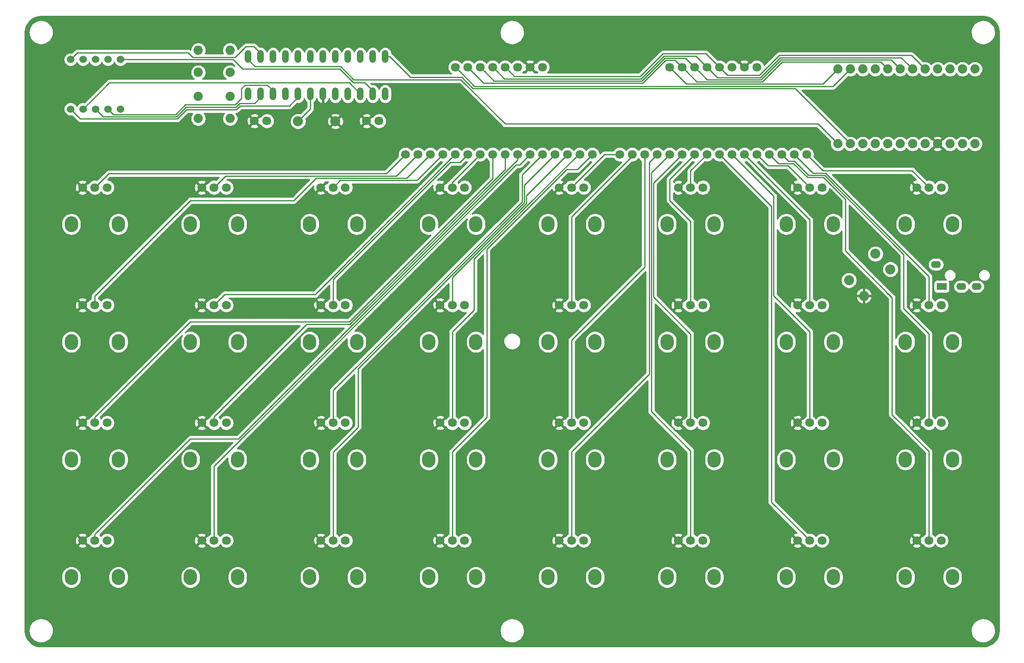
<source format=gbr>
G04 #@! TF.GenerationSoftware,KiCad,Pcbnew,(5.1.2-1)-1*
G04 #@! TF.CreationDate,2020-08-28T09:47:19+03:00*
G04 #@! TF.ProjectId,N32B,4e333242-2e6b-4696-9361-645f70636258,V0.1*
G04 #@! TF.SameCoordinates,Original*
G04 #@! TF.FileFunction,Copper,L1,Top*
G04 #@! TF.FilePolarity,Positive*
%FSLAX46Y46*%
G04 Gerber Fmt 4.6, Leading zero omitted, Abs format (unit mm)*
G04 Created by KiCad (PCBNEW (5.1.2-1)-1) date 2020-08-28 09:47:19*
%MOMM*%
%LPD*%
G04 APERTURE LIST*
%ADD10C,1.879600*%
%ADD11O,2.000000X1.400000*%
%ADD12R,2.000000X1.400000*%
%ADD13C,1.800000*%
%ADD14O,2.720000X3.240000*%
%ADD15C,2.032000*%
%ADD16C,1.524000*%
%ADD17O,1.320800X2.641600*%
%ADD18C,0.250000*%
%ADD19C,0.254000*%
G04 APERTURE END LIST*
D10*
X222758000Y-49022000D03*
X220218000Y-49022000D03*
X217678000Y-49022000D03*
X215138000Y-49022000D03*
X212598000Y-49022000D03*
X210058000Y-49022000D03*
X207518000Y-49022000D03*
X204978000Y-49022000D03*
X202438000Y-49022000D03*
X199898000Y-49022000D03*
X197358000Y-49022000D03*
X194818000Y-49022000D03*
X194818000Y-33782000D03*
X197358000Y-33782000D03*
X199898000Y-33782000D03*
X202438000Y-33782000D03*
X204978000Y-33782000D03*
X207518000Y-33782000D03*
X210058000Y-33782000D03*
X212598000Y-33782000D03*
X215138000Y-33782000D03*
X217678000Y-33782000D03*
X220218000Y-33782000D03*
X222758000Y-33782000D03*
D11*
X223068000Y-78138000D03*
X219968000Y-78138000D03*
D12*
X215968000Y-78138000D03*
D11*
X214818000Y-73638000D03*
D13*
X75898000Y-44386000D03*
X78438000Y-44386000D03*
X98758000Y-44386000D03*
X101298000Y-44386000D03*
X106680000Y-51196000D03*
X109220000Y-51196000D03*
X111760000Y-51196000D03*
X114300000Y-51196000D03*
X116840000Y-33416000D03*
X116840000Y-51196000D03*
X119380000Y-33416000D03*
X119380000Y-51196000D03*
X121920000Y-33416000D03*
X121920000Y-51196000D03*
X124460000Y-33416000D03*
X124460000Y-51196000D03*
X127000000Y-33416000D03*
X127000000Y-51196000D03*
X129540000Y-33416000D03*
X129540000Y-51196000D03*
X132080000Y-33416000D03*
X132080000Y-51196000D03*
X134620000Y-33416000D03*
X134620000Y-51196000D03*
X137160000Y-51196000D03*
X139700000Y-51196000D03*
X142240000Y-51196000D03*
X144780000Y-51196000D03*
X150368000Y-51196000D03*
X152908000Y-51196000D03*
X155448000Y-51196000D03*
X157988000Y-51196000D03*
X160528000Y-33416000D03*
X160528000Y-51196000D03*
X163068000Y-33416000D03*
X163068000Y-51196000D03*
X165608000Y-33416000D03*
X165608000Y-51196000D03*
X168148000Y-33416000D03*
X168148000Y-51196000D03*
X170688000Y-33416000D03*
X170688000Y-51196000D03*
X173228000Y-33416000D03*
X173228000Y-51196000D03*
X175768000Y-33416000D03*
X175768000Y-51196000D03*
X178308000Y-33416000D03*
X178308000Y-51196000D03*
X180848000Y-51196000D03*
X183388000Y-51196000D03*
X185928000Y-51196000D03*
X188468000Y-51196000D03*
X215882001Y-129940000D03*
X213382001Y-129940000D03*
X210882001Y-129940000D03*
D14*
X208582001Y-137440000D03*
X218182001Y-137440000D03*
D13*
X191596001Y-129940000D03*
X189096001Y-129940000D03*
X186596001Y-129940000D03*
D14*
X184296001Y-137440000D03*
X193896001Y-137440000D03*
D13*
X167310001Y-129940000D03*
X164810001Y-129940000D03*
X162310001Y-129940000D03*
D14*
X160010001Y-137440000D03*
X169610001Y-137440000D03*
D13*
X143024001Y-129940000D03*
X140524001Y-129940000D03*
X138024001Y-129940000D03*
D14*
X135724001Y-137440000D03*
X145324001Y-137440000D03*
D13*
X118738002Y-129940000D03*
X116238002Y-129940000D03*
X113738002Y-129940000D03*
D14*
X111438002Y-137440000D03*
X121038002Y-137440000D03*
D13*
X94452001Y-129940000D03*
X91952001Y-129940000D03*
X89452001Y-129940000D03*
D14*
X87152001Y-137440000D03*
X96752001Y-137440000D03*
D13*
X70166001Y-129940000D03*
X67666001Y-129940000D03*
X65166001Y-129940000D03*
D14*
X62866001Y-137440000D03*
X72466001Y-137440000D03*
D13*
X215882001Y-105939999D03*
X213382001Y-105939999D03*
X210882001Y-105939999D03*
D14*
X208582001Y-113439999D03*
X218182001Y-113439999D03*
D13*
X191596001Y-105939999D03*
X189096001Y-105939999D03*
X186596001Y-105939999D03*
D14*
X184296001Y-113439999D03*
X193896001Y-113439999D03*
D13*
X167310001Y-105939999D03*
X164810001Y-105939999D03*
X162310001Y-105939999D03*
D14*
X160010001Y-113439999D03*
X169610001Y-113439999D03*
D13*
X143024001Y-105939999D03*
X140524001Y-105939999D03*
X138024001Y-105939999D03*
D14*
X135724001Y-113439999D03*
X145324001Y-113439999D03*
D13*
X118738002Y-105939999D03*
X116238002Y-105939999D03*
X113738002Y-105939999D03*
D14*
X111438002Y-113439999D03*
X121038002Y-113439999D03*
D13*
X94452001Y-105939999D03*
X91952001Y-105939999D03*
X89452001Y-105939999D03*
D14*
X87152001Y-113439999D03*
X96752001Y-113439999D03*
D13*
X70166001Y-105939999D03*
X67666001Y-105939999D03*
X65166001Y-105939999D03*
D14*
X62866001Y-113439999D03*
X72466001Y-113439999D03*
D13*
X45880001Y-105939999D03*
X43380001Y-105939999D03*
X40880001Y-105939999D03*
D14*
X38580001Y-113439999D03*
X48180001Y-113439999D03*
D13*
X215882001Y-81939999D03*
X213382001Y-81939999D03*
X210882001Y-81939999D03*
D14*
X208582001Y-89439999D03*
X218182001Y-89439999D03*
D13*
X191596001Y-81939999D03*
X189096001Y-81939999D03*
X186596001Y-81939999D03*
D14*
X184296001Y-89439999D03*
X193896001Y-89439999D03*
D13*
X167310001Y-81939999D03*
X164810001Y-81939999D03*
X162310001Y-81939999D03*
D14*
X160010001Y-89439999D03*
X169610001Y-89439999D03*
D13*
X143024001Y-81939999D03*
X140524001Y-81939999D03*
X138024001Y-81939999D03*
D14*
X135724001Y-89439999D03*
X145324001Y-89439999D03*
D13*
X118738002Y-81939999D03*
X116238002Y-81939999D03*
X113738002Y-81939999D03*
D14*
X111438002Y-89439999D03*
X121038002Y-89439999D03*
D13*
X94452001Y-81939999D03*
X91952001Y-81939999D03*
X89452001Y-81939999D03*
D14*
X87152001Y-89439999D03*
X96752001Y-89439999D03*
D13*
X70166001Y-81939999D03*
X67666001Y-81939999D03*
X65166001Y-81939999D03*
D14*
X62866001Y-89439999D03*
X72466001Y-89439999D03*
D13*
X45880001Y-81939999D03*
X43380001Y-81939999D03*
X40880001Y-81939999D03*
D14*
X38580001Y-89439999D03*
X48180001Y-89439999D03*
D13*
X215882001Y-57940000D03*
X213382001Y-57940000D03*
X210882001Y-57940000D03*
D14*
X208582001Y-65440000D03*
X218182001Y-65440000D03*
D13*
X191596001Y-57940000D03*
X189096001Y-57940000D03*
X186596001Y-57940000D03*
D14*
X184296001Y-65440000D03*
X193896001Y-65440000D03*
D13*
X167310001Y-57940000D03*
X164810001Y-57940000D03*
X162310001Y-57940000D03*
D14*
X160010001Y-65440000D03*
X169610001Y-65440000D03*
D13*
X143024001Y-57940000D03*
X140524001Y-57940000D03*
X138024001Y-57940000D03*
D14*
X135724001Y-65440000D03*
X145324001Y-65440000D03*
D13*
X118738002Y-57940000D03*
X116238002Y-57940000D03*
X113738002Y-57940000D03*
D14*
X111438002Y-65440000D03*
X121038002Y-65440000D03*
D13*
X70166001Y-57940000D03*
X67666001Y-57940000D03*
X65166001Y-57940000D03*
D14*
X62866001Y-65440000D03*
X72466001Y-65440000D03*
D13*
X94452001Y-57940000D03*
X91952001Y-57940000D03*
X89452001Y-57940000D03*
D14*
X87152001Y-65440000D03*
X96752001Y-65440000D03*
D13*
X45880001Y-129940000D03*
X43380001Y-129940000D03*
X40880001Y-129940000D03*
D14*
X38580001Y-137440000D03*
X48180001Y-137440000D03*
D13*
X45880001Y-57940000D03*
X43380001Y-57940000D03*
X40880001Y-57940000D03*
D14*
X38580001Y-65440000D03*
X48180001Y-65440000D03*
D15*
X202465077Y-71473923D03*
X197076923Y-76862077D03*
X200124923Y-80037077D03*
X205513077Y-74648923D03*
D16*
X48588000Y-41952000D03*
X48588000Y-31832000D03*
X46048000Y-41952000D03*
X46048000Y-31832000D03*
X43508000Y-41952000D03*
X43508000Y-31832000D03*
X40968000Y-41952000D03*
X40968000Y-31832000D03*
X38428000Y-41952000D03*
X38428000Y-31832000D03*
D17*
X102568000Y-38862000D03*
X100028000Y-38862000D03*
X97488000Y-38862000D03*
X94948000Y-38862000D03*
X92408000Y-38862000D03*
X89868000Y-38862000D03*
X87328000Y-38862000D03*
X84788000Y-38862000D03*
X82248000Y-38862000D03*
X79708000Y-38862000D03*
X77168000Y-38862000D03*
X74628000Y-38862000D03*
X74628000Y-31242000D03*
X77168000Y-31242000D03*
X79708000Y-31242000D03*
X82248000Y-31242000D03*
X84788000Y-31242000D03*
X87328000Y-31242000D03*
X89868000Y-31242000D03*
X92408000Y-31242000D03*
X94948000Y-31242000D03*
X97488000Y-31242000D03*
X100028000Y-31242000D03*
X102568000Y-31242000D03*
D15*
X84788000Y-44446000D03*
X92408000Y-44446000D03*
D10*
X64450799Y-39351402D03*
X70953199Y-39351402D03*
X64450799Y-43872602D03*
X70953199Y-43872602D03*
X64450800Y-29951402D03*
X70953200Y-29951402D03*
X64450800Y-34472602D03*
X70953200Y-34472602D03*
D18*
X154493385Y-35306000D02*
X128890000Y-35306000D01*
X170688000Y-33416000D02*
X167925967Y-30653967D01*
X128890000Y-35306000D02*
X127899999Y-34315999D01*
X167925967Y-30653967D02*
X159145417Y-30653967D01*
X127899999Y-34315999D02*
X127000000Y-33416000D01*
X159145417Y-30653967D02*
X154493385Y-35306000D01*
X211658201Y-32842201D02*
X212598000Y-33782000D01*
X182879997Y-30988003D02*
X209804003Y-30988003D01*
X172324000Y-35052000D02*
X178816000Y-35052000D01*
X170688000Y-33416000D02*
X172324000Y-35052000D01*
X178816000Y-35052000D02*
X182879997Y-30988003D01*
X209804003Y-30988003D02*
X211658201Y-32842201D01*
X154679785Y-35756011D02*
X126800011Y-35756011D01*
X126800011Y-35756011D02*
X125359999Y-34315999D01*
X159331817Y-31103978D02*
X154679785Y-35756011D01*
X125359999Y-34315999D02*
X124460000Y-33416000D01*
X168148000Y-33416000D02*
X165835978Y-31103978D01*
X165835978Y-31103978D02*
X159331817Y-31103978D01*
X209118201Y-32842201D02*
X210058000Y-33782000D01*
X183066396Y-31438014D02*
X207714014Y-31438014D01*
X168148000Y-33416000D02*
X170234011Y-35502011D01*
X179002400Y-35502011D02*
X183066396Y-31438014D01*
X170234011Y-35502011D02*
X179002400Y-35502011D01*
X207714014Y-31438014D02*
X209118201Y-32842201D01*
X122819999Y-34315999D02*
X121920000Y-33416000D01*
X159518217Y-31553989D02*
X154866185Y-36206022D01*
X165608000Y-33416000D02*
X163745989Y-31553989D01*
X163745989Y-31553989D02*
X159518217Y-31553989D01*
X154866185Y-36206022D02*
X124710022Y-36206022D01*
X124710022Y-36206022D02*
X122819999Y-34315999D01*
X166507999Y-34315999D02*
X165608000Y-33416000D01*
X168144022Y-35952022D02*
X166507999Y-34315999D01*
X179188800Y-35952022D02*
X168144022Y-35952022D01*
X183252796Y-31888025D02*
X179188800Y-35952022D01*
X205624025Y-31888025D02*
X183252796Y-31888025D01*
X207518000Y-33782000D02*
X205624025Y-31888025D01*
X162468001Y-32816001D02*
X163068000Y-33416000D01*
X155052584Y-36656033D02*
X159704617Y-32004000D01*
X159704617Y-32004000D02*
X161656000Y-32004000D01*
X119380000Y-33416000D02*
X122620033Y-36656033D01*
X122620033Y-36656033D02*
X155052584Y-36656033D01*
X161656000Y-32004000D02*
X162468001Y-32816001D01*
X163967999Y-34315999D02*
X163068000Y-33416000D01*
X179375200Y-36402033D02*
X166054033Y-36402033D01*
X203534036Y-32338036D02*
X183439196Y-32338036D01*
X183439196Y-32338036D02*
X179375200Y-36402033D01*
X204978000Y-33782000D02*
X203534036Y-32338036D01*
X166054033Y-36402033D02*
X163967999Y-34315999D01*
X117739999Y-34315999D02*
X116840000Y-33416000D01*
X193837945Y-37302055D02*
X120726055Y-37302055D01*
X197358000Y-33782000D02*
X193837945Y-37302055D01*
X120726055Y-37302055D02*
X117739999Y-34315999D01*
X193878201Y-34721799D02*
X194818000Y-33782000D01*
X163964044Y-36852044D02*
X191747956Y-36852044D01*
X160528000Y-33416000D02*
X163964044Y-36852044D01*
X191747956Y-36852044D02*
X193878201Y-34721799D01*
X75796400Y-29210000D02*
X77168000Y-30581600D01*
X74168000Y-29210000D02*
X75796400Y-29210000D01*
X62421206Y-30480000D02*
X63323195Y-31381989D01*
X63323195Y-31381989D02*
X71996011Y-31381989D01*
X71996011Y-31381989D02*
X74168000Y-29210000D01*
X39780000Y-30480000D02*
X62421206Y-30480000D01*
X77168000Y-30581600D02*
X77168000Y-31242000D01*
X38428000Y-31832000D02*
X39780000Y-30480000D01*
X84788000Y-39522400D02*
X84788000Y-38862000D01*
X83035400Y-41275000D02*
X84788000Y-39522400D01*
X73027822Y-41275000D02*
X83035400Y-41275000D01*
X60198000Y-43942000D02*
X62091980Y-42048020D01*
X72254802Y-42048020D02*
X73027822Y-41275000D01*
X62091980Y-42048020D02*
X72254802Y-42048020D01*
X40418000Y-43942000D02*
X60198000Y-43942000D01*
X38428000Y-41952000D02*
X40418000Y-43942000D01*
X97488000Y-38814000D02*
X97488000Y-38862000D01*
X95250000Y-36576000D02*
X97488000Y-38814000D01*
X40968000Y-41952000D02*
X46344000Y-36576000D01*
X46344000Y-36576000D02*
X95250000Y-36576000D01*
X75923400Y-40767000D02*
X77168000Y-39522400D01*
X72899411Y-40767000D02*
X75923400Y-40767000D01*
X77168000Y-39522400D02*
X77168000Y-38862000D01*
X72150186Y-41516225D02*
X72899411Y-40767000D01*
X61987365Y-41516225D02*
X72150186Y-41516225D01*
X43508000Y-41952000D02*
X45047989Y-43491989D01*
X45047989Y-43491989D02*
X60011601Y-43491989D01*
X60011601Y-43491989D02*
X61987365Y-41516225D01*
X79708000Y-38201600D02*
X79708000Y-38862000D01*
X78532411Y-37026011D02*
X79708000Y-38201600D01*
X73971989Y-37026011D02*
X78532411Y-37026011D01*
X73279000Y-39750999D02*
X73279000Y-37719000D01*
X71963785Y-41066214D02*
X73279000Y-39750999D01*
X47135001Y-43039001D02*
X59828178Y-43039001D01*
X61800965Y-41066214D02*
X71963785Y-41066214D01*
X73279000Y-37719000D02*
X73971989Y-37026011D01*
X59828178Y-43039001D02*
X61800965Y-41066214D01*
X46048000Y-41952000D02*
X47135001Y-43039001D01*
X96137590Y-36576000D02*
X98402400Y-36576000D01*
X71584411Y-31832000D02*
X73476422Y-33724011D01*
X100028000Y-38201600D02*
X100028000Y-38862000D01*
X48588000Y-31832000D02*
X71584411Y-31832000D01*
X93285601Y-33724011D02*
X96137590Y-36576000D01*
X73476422Y-33724011D02*
X93285601Y-33724011D01*
X98402400Y-36576000D02*
X100028000Y-38201600D01*
X197358000Y-49022000D02*
X186088066Y-37752066D01*
X186088066Y-37752066D02*
X120427656Y-37752066D01*
X120427656Y-37752066D02*
X118172402Y-35496812D01*
X118172402Y-35496812D02*
X107733211Y-35496811D01*
X107733211Y-35496811D02*
X103478400Y-31242000D01*
X103478400Y-31242000D02*
X102568000Y-31242000D01*
X190754000Y-44958000D02*
X194818000Y-49022000D01*
X117986002Y-35946822D02*
X126997178Y-44958000D01*
X96144822Y-35946822D02*
X117986002Y-35946822D01*
X93472000Y-33274000D02*
X96144822Y-35946822D01*
X126997178Y-44958000D02*
X190754000Y-44958000D01*
X75999600Y-33274000D02*
X93472000Y-33274000D01*
X74628000Y-31902400D02*
X75999600Y-33274000D01*
X74628000Y-31242000D02*
X74628000Y-31902400D01*
X87328000Y-41906000D02*
X87328000Y-38862000D01*
X84788000Y-44446000D02*
X87328000Y-41906000D01*
X102758000Y-55118000D02*
X106680000Y-51196000D01*
X46202001Y-55118000D02*
X102758000Y-55118000D01*
X43380001Y-57940000D02*
X46202001Y-55118000D01*
X104847989Y-55568011D02*
X109220000Y-51196000D01*
X70037990Y-55568011D02*
X104847989Y-55568011D01*
X67666001Y-57940000D02*
X70037990Y-55568011D01*
X106937978Y-56018022D02*
X111760000Y-51196000D01*
X88507978Y-56018022D02*
X106937978Y-56018022D01*
X83947000Y-60579000D02*
X88507978Y-56018022D01*
X62865000Y-60579000D02*
X83947000Y-60579000D01*
X43380001Y-80063999D02*
X62865000Y-60579000D01*
X43380001Y-81939999D02*
X43380001Y-80063999D01*
X109027967Y-56468033D02*
X114300000Y-51196000D01*
X93423968Y-56468033D02*
X109027967Y-56468033D01*
X91952001Y-57940000D02*
X93423968Y-56468033D01*
X69850000Y-79756000D02*
X88280000Y-79756000D01*
X115923590Y-52095999D02*
X115940001Y-52095999D01*
X88280000Y-79756000D02*
X91501990Y-76534010D01*
X115940001Y-52095999D02*
X116840000Y-51196000D01*
X67666001Y-81939999D02*
X69850000Y-79756000D01*
X91501990Y-76534010D02*
X91501990Y-76517599D01*
X91501990Y-76517599D02*
X115923590Y-52095999D01*
X116238002Y-56877998D02*
X121920000Y-51196000D01*
X116238002Y-57940000D02*
X116238002Y-56877998D01*
X117744000Y-52832000D02*
X119380000Y-51196000D01*
X115824000Y-52832000D02*
X117744000Y-52832000D01*
X91952001Y-81939999D02*
X91952001Y-76703999D01*
X91952001Y-76703999D02*
X115824000Y-52832000D01*
X62865000Y-85344000D02*
X43380001Y-104828999D01*
X43380001Y-104828999D02*
X43380001Y-105939999D01*
X124460000Y-56129769D02*
X95245769Y-85344000D01*
X95245769Y-85344000D02*
X62865000Y-85344000D01*
X124460000Y-51196000D02*
X124460000Y-56129769D01*
X86550500Y-85852000D02*
X67666001Y-104736499D01*
X95374179Y-85852000D02*
X86550500Y-85852000D01*
X67666001Y-104736499D02*
X67666001Y-105939999D01*
X127000000Y-54226179D02*
X95374179Y-85852000D01*
X127000000Y-51196000D02*
X127000000Y-54226179D01*
X62865000Y-109220000D02*
X43380001Y-128704999D01*
X72642589Y-109220000D02*
X62865000Y-109220000D01*
X129540000Y-52322589D02*
X72642589Y-109220000D01*
X43380001Y-128704999D02*
X43380001Y-129940000D01*
X129540000Y-51196000D02*
X129540000Y-52322589D01*
X67666001Y-128667208D02*
X67666001Y-129940000D01*
X67666001Y-114832999D02*
X67666001Y-128667208D01*
X129213011Y-53285989D02*
X67666001Y-114832999D01*
X129990011Y-53285989D02*
X129213011Y-53285989D01*
X132080000Y-51196000D02*
X129990011Y-53285989D01*
X130440022Y-60823389D02*
X91952001Y-99311409D01*
X130440022Y-55375978D02*
X130440022Y-60823389D01*
X91952001Y-104667207D02*
X91952001Y-105939999D01*
X134620000Y-51196000D02*
X130440022Y-55375978D01*
X91952001Y-99311409D02*
X91952001Y-104667207D01*
X91952001Y-111882999D02*
X91952001Y-128667208D01*
X97028000Y-106807000D02*
X91952001Y-111882999D01*
X130890033Y-61009789D02*
X97028000Y-94871820D01*
X97028000Y-94871820D02*
X97028000Y-106807000D01*
X130890033Y-57465967D02*
X130890033Y-61009789D01*
X91952001Y-128667208D02*
X91952001Y-129940000D01*
X137160000Y-51196000D02*
X130890033Y-57465967D01*
X131340044Y-59555956D02*
X131340044Y-61196189D01*
X131340044Y-61196189D02*
X116238002Y-76298231D01*
X116238002Y-76298231D02*
X116238002Y-80667207D01*
X139700000Y-51196000D02*
X131340044Y-59555956D01*
X116238002Y-80667207D02*
X116238002Y-81939999D01*
X120650000Y-82931000D02*
X116238002Y-87342998D01*
X120650000Y-72522641D02*
X120650000Y-82931000D01*
X116238002Y-87342998D02*
X116238002Y-104667207D01*
X131526443Y-61646200D02*
X120650000Y-72522641D01*
X142240000Y-51196000D02*
X141976644Y-51196000D01*
X141976644Y-51196000D02*
X131526443Y-61646200D01*
X116238002Y-104667207D02*
X116238002Y-105939999D01*
X116238002Y-111853998D02*
X116238002Y-129940000D01*
X123317000Y-70492054D02*
X123317000Y-104775000D01*
X123317000Y-104775000D02*
X116238002Y-111853998D01*
X139580054Y-54229000D02*
X123317000Y-70492054D01*
X141747000Y-54229000D02*
X139580054Y-54229000D01*
X144780000Y-51196000D02*
X141747000Y-54229000D01*
X209925001Y-54483000D02*
X212482002Y-57040001D01*
X212482002Y-57040001D02*
X213382001Y-57940000D01*
X191755000Y-54483000D02*
X209925001Y-54483000D01*
X188468000Y-51196000D02*
X191755000Y-54483000D01*
X192266980Y-54979978D02*
X213382001Y-76095001D01*
X185928000Y-51196000D02*
X189711978Y-54979978D01*
X213382001Y-76095001D02*
X213382001Y-80667207D01*
X189711978Y-54979978D02*
X192266980Y-54979978D01*
X213382001Y-80667207D02*
X213382001Y-81939999D01*
X185940998Y-52578000D02*
X188792987Y-55429989D01*
X192080580Y-55429989D02*
X208222011Y-71571421D01*
X188792987Y-55429989D02*
X192080580Y-55429989D01*
X183388000Y-51196000D02*
X184770000Y-52578000D01*
X208222011Y-71571421D02*
X208222011Y-82619011D01*
X208222011Y-82619011D02*
X213382001Y-87779001D01*
X184770000Y-52578000D02*
X185940998Y-52578000D01*
X213382001Y-87779001D02*
X213382001Y-104667207D01*
X213382001Y-104667207D02*
X213382001Y-105939999D01*
X205867000Y-104267000D02*
X213382001Y-111782001D01*
X196342000Y-70866000D02*
X205867000Y-80391000D01*
X196342000Y-60327820D02*
X196342000Y-70866000D01*
X191894180Y-55880000D02*
X196342000Y-60327820D01*
X185754598Y-53028011D02*
X188606587Y-55880000D01*
X188606587Y-55880000D02*
X191894180Y-55880000D01*
X205867000Y-80391000D02*
X205867000Y-104267000D01*
X182680011Y-53028011D02*
X185754598Y-53028011D01*
X213382001Y-111782001D02*
X213382001Y-129940000D01*
X180848000Y-51196000D02*
X182680011Y-53028011D01*
X188196002Y-57040001D02*
X189096001Y-57940000D01*
X184634023Y-53478022D02*
X188196002Y-57040001D01*
X180590022Y-53478022D02*
X184634023Y-53478022D01*
X178308000Y-51196000D02*
X180590022Y-53478022D01*
X189096001Y-80667207D02*
X189096001Y-81939999D01*
X189096001Y-64524001D02*
X189096001Y-80667207D01*
X175768000Y-51196000D02*
X189096001Y-64524001D01*
X189096001Y-87369001D02*
X189096001Y-105939999D01*
X181737000Y-80010000D02*
X189096001Y-87369001D01*
X181737000Y-59705000D02*
X181737000Y-80010000D01*
X173228000Y-51196000D02*
X181737000Y-59705000D01*
X188196002Y-129040001D02*
X189096001Y-129940000D01*
X181286989Y-122130988D02*
X188196002Y-129040001D01*
X181286989Y-61794989D02*
X181286989Y-122130988D01*
X170688000Y-51196000D02*
X181286989Y-61794989D01*
X164810001Y-54645999D02*
X164810001Y-57940000D01*
X164810001Y-54533999D02*
X164810001Y-54645999D01*
X168148000Y-51196000D02*
X164810001Y-54533999D01*
X164810001Y-64861001D02*
X164810001Y-81939999D01*
X160528000Y-60579000D02*
X164810001Y-64861001D01*
X160528000Y-56276000D02*
X160528000Y-60579000D01*
X165608000Y-51196000D02*
X160528000Y-56276000D01*
X164810001Y-87848001D02*
X164810001Y-105939999D01*
X157248040Y-80286040D02*
X164810001Y-87848001D01*
X157248040Y-57015960D02*
X157248040Y-80286040D01*
X163068000Y-51196000D02*
X157248040Y-57015960D01*
X156798030Y-54925970D02*
X160528000Y-51196000D01*
X164810001Y-111660501D02*
X156798030Y-103648530D01*
X156798030Y-103648530D02*
X156798030Y-54925970D01*
X164810001Y-129940000D02*
X164810001Y-111660501D01*
X140524001Y-111824999D02*
X140524001Y-129940000D01*
X156348020Y-96000980D02*
X140524001Y-111824999D01*
X156348020Y-52835980D02*
X156348020Y-96000980D01*
X157988000Y-51196000D02*
X156348020Y-52835980D01*
X155448000Y-74168000D02*
X140524001Y-89091999D01*
X140524001Y-89091999D02*
X140524001Y-105939999D01*
X155448000Y-51196000D02*
X155448000Y-74168000D01*
X140524001Y-81217999D02*
X140524001Y-81939999D01*
X140524001Y-63945999D02*
X140524001Y-81939999D01*
X152908000Y-51562000D02*
X140524001Y-63945999D01*
X152908000Y-51196000D02*
X152908000Y-51562000D01*
X141424000Y-57040001D02*
X140524001Y-57940000D01*
X147268001Y-51196000D02*
X141424000Y-57040001D01*
X150368000Y-51196000D02*
X147268001Y-51196000D01*
D19*
G36*
X224380064Y-23047001D02*
G01*
X225049490Y-23112639D01*
X225658853Y-23296617D01*
X226220875Y-23595449D01*
X226714148Y-23997754D01*
X227119886Y-24488207D01*
X227422634Y-25048129D01*
X227610860Y-25656189D01*
X227681000Y-26323523D01*
X227681001Y-148276144D01*
X227615362Y-148945589D01*
X227431383Y-149554955D01*
X227132553Y-150116971D01*
X226730250Y-150610245D01*
X226239795Y-151015984D01*
X225679873Y-151318734D01*
X225071793Y-151506966D01*
X224405749Y-151577000D01*
X32451945Y-151577000D01*
X31782511Y-151511362D01*
X31173145Y-151327383D01*
X30611129Y-151028553D01*
X30117855Y-150626250D01*
X29712116Y-150135795D01*
X29409366Y-149575873D01*
X29221140Y-148967811D01*
X29155888Y-148346975D01*
X29911244Y-148346975D01*
X29965740Y-148832819D01*
X30113566Y-149298824D01*
X30349091Y-149727242D01*
X30663343Y-150101754D01*
X31044354Y-150408095D01*
X31477610Y-150634596D01*
X31946610Y-150772630D01*
X32433488Y-150816939D01*
X32919700Y-150765836D01*
X33386727Y-150621267D01*
X33816778Y-150388739D01*
X34193475Y-150077109D01*
X34502468Y-149698246D01*
X34731988Y-149266581D01*
X34873293Y-148798557D01*
X34917570Y-148346975D01*
X125911245Y-148346975D01*
X125965741Y-148832819D01*
X126113567Y-149298824D01*
X126349092Y-149727242D01*
X126663344Y-150101753D01*
X127044355Y-150408094D01*
X127477611Y-150634595D01*
X127946610Y-150772629D01*
X128433488Y-150816938D01*
X128919700Y-150765835D01*
X129386726Y-150621266D01*
X129816778Y-150388738D01*
X130193474Y-150077108D01*
X130502467Y-149698245D01*
X130731987Y-149266581D01*
X130873292Y-148798557D01*
X130917569Y-148346975D01*
X221911244Y-148346975D01*
X221965740Y-148832819D01*
X222113566Y-149298824D01*
X222349091Y-149727242D01*
X222663343Y-150101754D01*
X223044354Y-150408095D01*
X223477610Y-150634596D01*
X223946610Y-150772630D01*
X224433488Y-150816939D01*
X224919700Y-150765836D01*
X225386727Y-150621267D01*
X225816778Y-150388739D01*
X226193475Y-150077109D01*
X226502468Y-149698246D01*
X226731988Y-149266581D01*
X226873293Y-148798557D01*
X226921000Y-148312000D01*
X226920023Y-148242056D01*
X226858749Y-147757021D01*
X226704431Y-147293125D01*
X226462948Y-146868037D01*
X226143497Y-146497949D01*
X225758246Y-146196959D01*
X225321870Y-145976529D01*
X224850989Y-145845057D01*
X224363539Y-145807549D01*
X223878088Y-145865436D01*
X223413126Y-146016511D01*
X222986363Y-146255021D01*
X222614054Y-146571881D01*
X222310381Y-146955021D01*
X222086910Y-147389848D01*
X221952153Y-147859800D01*
X221911244Y-148346975D01*
X130917569Y-148346975D01*
X130920999Y-148312000D01*
X130920022Y-148242056D01*
X130858748Y-147757021D01*
X130704430Y-147293125D01*
X130462947Y-146868038D01*
X130143496Y-146497950D01*
X129758246Y-146196959D01*
X129321869Y-145976530D01*
X128850989Y-145845058D01*
X128363539Y-145807550D01*
X127878088Y-145865437D01*
X127413126Y-146016512D01*
X126986363Y-146255022D01*
X126614055Y-146571881D01*
X126310381Y-146955021D01*
X126086911Y-147389848D01*
X125952154Y-147859800D01*
X125911245Y-148346975D01*
X34917570Y-148346975D01*
X34921000Y-148312000D01*
X34920023Y-148242056D01*
X34858749Y-147757021D01*
X34704431Y-147293125D01*
X34462948Y-146868037D01*
X34143497Y-146497949D01*
X33758246Y-146196959D01*
X33321870Y-145976529D01*
X32850989Y-145845057D01*
X32363539Y-145807549D01*
X31878088Y-145865436D01*
X31413126Y-146016511D01*
X30986363Y-146255021D01*
X30614054Y-146571881D01*
X30310381Y-146955021D01*
X30086910Y-147389848D01*
X29952153Y-147859800D01*
X29911244Y-148346975D01*
X29155888Y-148346975D01*
X29151000Y-148300478D01*
X29151000Y-137082003D01*
X36585001Y-137082003D01*
X36585001Y-137797998D01*
X36613868Y-138091088D01*
X36727944Y-138467147D01*
X36913194Y-138813725D01*
X37162499Y-139117503D01*
X37466277Y-139366807D01*
X37812855Y-139552057D01*
X38188914Y-139666133D01*
X38580001Y-139704652D01*
X38971089Y-139666133D01*
X39347148Y-139552057D01*
X39693726Y-139366807D01*
X39997504Y-139117503D01*
X40246808Y-138813725D01*
X40432058Y-138467147D01*
X40546134Y-138091087D01*
X40575001Y-137797997D01*
X40575001Y-137082003D01*
X46185001Y-137082003D01*
X46185001Y-137797998D01*
X46213868Y-138091088D01*
X46327944Y-138467147D01*
X46513194Y-138813725D01*
X46762499Y-139117503D01*
X47066277Y-139366807D01*
X47412855Y-139552057D01*
X47788914Y-139666133D01*
X48180001Y-139704652D01*
X48571089Y-139666133D01*
X48947148Y-139552057D01*
X49293726Y-139366807D01*
X49597504Y-139117503D01*
X49846808Y-138813725D01*
X50032058Y-138467147D01*
X50146134Y-138091087D01*
X50175001Y-137797997D01*
X50175001Y-137082003D01*
X60871001Y-137082003D01*
X60871001Y-137797998D01*
X60899868Y-138091088D01*
X61013944Y-138467147D01*
X61199194Y-138813725D01*
X61448499Y-139117503D01*
X61752277Y-139366807D01*
X62098855Y-139552057D01*
X62474914Y-139666133D01*
X62866001Y-139704652D01*
X63257089Y-139666133D01*
X63633148Y-139552057D01*
X63979726Y-139366807D01*
X64283504Y-139117503D01*
X64532808Y-138813725D01*
X64718058Y-138467147D01*
X64832134Y-138091087D01*
X64861001Y-137797997D01*
X64861001Y-137082003D01*
X70471001Y-137082003D01*
X70471001Y-137797998D01*
X70499868Y-138091088D01*
X70613944Y-138467147D01*
X70799194Y-138813725D01*
X71048499Y-139117503D01*
X71352277Y-139366807D01*
X71698855Y-139552057D01*
X72074914Y-139666133D01*
X72466001Y-139704652D01*
X72857089Y-139666133D01*
X73233148Y-139552057D01*
X73579726Y-139366807D01*
X73883504Y-139117503D01*
X74132808Y-138813725D01*
X74318058Y-138467147D01*
X74432134Y-138091087D01*
X74461001Y-137797997D01*
X74461001Y-137082003D01*
X85157001Y-137082003D01*
X85157001Y-137797998D01*
X85185868Y-138091088D01*
X85299944Y-138467147D01*
X85485194Y-138813725D01*
X85734499Y-139117503D01*
X86038277Y-139366807D01*
X86384855Y-139552057D01*
X86760914Y-139666133D01*
X87152001Y-139704652D01*
X87543089Y-139666133D01*
X87919148Y-139552057D01*
X88265726Y-139366807D01*
X88569504Y-139117503D01*
X88818808Y-138813725D01*
X89004058Y-138467147D01*
X89118134Y-138091087D01*
X89147001Y-137797997D01*
X89147001Y-137082003D01*
X94757001Y-137082003D01*
X94757001Y-137797998D01*
X94785868Y-138091088D01*
X94899944Y-138467147D01*
X95085194Y-138813725D01*
X95334499Y-139117503D01*
X95638277Y-139366807D01*
X95984855Y-139552057D01*
X96360914Y-139666133D01*
X96752001Y-139704652D01*
X97143089Y-139666133D01*
X97519148Y-139552057D01*
X97865726Y-139366807D01*
X98169504Y-139117503D01*
X98418808Y-138813725D01*
X98604058Y-138467147D01*
X98718134Y-138091087D01*
X98747001Y-137797997D01*
X98747001Y-137082003D01*
X109443002Y-137082003D01*
X109443002Y-137797998D01*
X109471869Y-138091088D01*
X109585945Y-138467147D01*
X109771195Y-138813725D01*
X110020500Y-139117503D01*
X110324278Y-139366807D01*
X110670856Y-139552057D01*
X111046915Y-139666133D01*
X111438002Y-139704652D01*
X111829090Y-139666133D01*
X112205149Y-139552057D01*
X112551727Y-139366807D01*
X112855505Y-139117503D01*
X113104809Y-138813725D01*
X113290059Y-138467147D01*
X113404135Y-138091087D01*
X113433002Y-137797997D01*
X113433002Y-137082003D01*
X119043002Y-137082003D01*
X119043002Y-137797998D01*
X119071869Y-138091088D01*
X119185945Y-138467147D01*
X119371195Y-138813725D01*
X119620500Y-139117503D01*
X119924278Y-139366807D01*
X120270856Y-139552057D01*
X120646915Y-139666133D01*
X121038002Y-139704652D01*
X121429090Y-139666133D01*
X121805149Y-139552057D01*
X122151727Y-139366807D01*
X122455505Y-139117503D01*
X122704809Y-138813725D01*
X122890059Y-138467147D01*
X123004135Y-138091087D01*
X123033002Y-137797997D01*
X123033002Y-137082003D01*
X133729001Y-137082003D01*
X133729001Y-137797998D01*
X133757868Y-138091088D01*
X133871944Y-138467147D01*
X134057194Y-138813725D01*
X134306499Y-139117503D01*
X134610277Y-139366807D01*
X134956855Y-139552057D01*
X135332914Y-139666133D01*
X135724001Y-139704652D01*
X136115089Y-139666133D01*
X136491148Y-139552057D01*
X136837726Y-139366807D01*
X137141504Y-139117503D01*
X137390808Y-138813725D01*
X137576058Y-138467147D01*
X137690134Y-138091087D01*
X137719001Y-137797997D01*
X137719001Y-137082003D01*
X143329001Y-137082003D01*
X143329001Y-137797998D01*
X143357868Y-138091088D01*
X143471944Y-138467147D01*
X143657194Y-138813725D01*
X143906499Y-139117503D01*
X144210277Y-139366807D01*
X144556855Y-139552057D01*
X144932914Y-139666133D01*
X145324001Y-139704652D01*
X145715089Y-139666133D01*
X146091148Y-139552057D01*
X146437726Y-139366807D01*
X146741504Y-139117503D01*
X146990808Y-138813725D01*
X147176058Y-138467147D01*
X147290134Y-138091087D01*
X147319001Y-137797997D01*
X147319001Y-137082003D01*
X158015001Y-137082003D01*
X158015001Y-137797998D01*
X158043868Y-138091088D01*
X158157944Y-138467147D01*
X158343194Y-138813725D01*
X158592499Y-139117503D01*
X158896277Y-139366807D01*
X159242855Y-139552057D01*
X159618914Y-139666133D01*
X160010001Y-139704652D01*
X160401089Y-139666133D01*
X160777148Y-139552057D01*
X161123726Y-139366807D01*
X161427504Y-139117503D01*
X161676808Y-138813725D01*
X161862058Y-138467147D01*
X161976134Y-138091087D01*
X162005001Y-137797997D01*
X162005001Y-137082003D01*
X167615001Y-137082003D01*
X167615001Y-137797998D01*
X167643868Y-138091088D01*
X167757944Y-138467147D01*
X167943194Y-138813725D01*
X168192499Y-139117503D01*
X168496277Y-139366807D01*
X168842855Y-139552057D01*
X169218914Y-139666133D01*
X169610001Y-139704652D01*
X170001089Y-139666133D01*
X170377148Y-139552057D01*
X170723726Y-139366807D01*
X171027504Y-139117503D01*
X171276808Y-138813725D01*
X171462058Y-138467147D01*
X171576134Y-138091087D01*
X171605001Y-137797997D01*
X171605001Y-137082003D01*
X182301001Y-137082003D01*
X182301001Y-137797998D01*
X182329868Y-138091088D01*
X182443944Y-138467147D01*
X182629194Y-138813725D01*
X182878499Y-139117503D01*
X183182277Y-139366807D01*
X183528855Y-139552057D01*
X183904914Y-139666133D01*
X184296001Y-139704652D01*
X184687089Y-139666133D01*
X185063148Y-139552057D01*
X185409726Y-139366807D01*
X185713504Y-139117503D01*
X185962808Y-138813725D01*
X186148058Y-138467147D01*
X186262134Y-138091087D01*
X186291001Y-137797997D01*
X186291001Y-137082003D01*
X191901001Y-137082003D01*
X191901001Y-137797998D01*
X191929868Y-138091088D01*
X192043944Y-138467147D01*
X192229194Y-138813725D01*
X192478499Y-139117503D01*
X192782277Y-139366807D01*
X193128855Y-139552057D01*
X193504914Y-139666133D01*
X193896001Y-139704652D01*
X194287089Y-139666133D01*
X194663148Y-139552057D01*
X195009726Y-139366807D01*
X195313504Y-139117503D01*
X195562808Y-138813725D01*
X195748058Y-138467147D01*
X195862134Y-138091087D01*
X195891001Y-137797997D01*
X195891001Y-137082003D01*
X206587001Y-137082003D01*
X206587001Y-137797998D01*
X206615868Y-138091088D01*
X206729944Y-138467147D01*
X206915194Y-138813725D01*
X207164499Y-139117503D01*
X207468277Y-139366807D01*
X207814855Y-139552057D01*
X208190914Y-139666133D01*
X208582001Y-139704652D01*
X208973089Y-139666133D01*
X209349148Y-139552057D01*
X209695726Y-139366807D01*
X209999504Y-139117503D01*
X210248808Y-138813725D01*
X210434058Y-138467147D01*
X210548134Y-138091087D01*
X210577001Y-137797997D01*
X210577001Y-137082003D01*
X216187001Y-137082003D01*
X216187001Y-137797998D01*
X216215868Y-138091088D01*
X216329944Y-138467147D01*
X216515194Y-138813725D01*
X216764499Y-139117503D01*
X217068277Y-139366807D01*
X217414855Y-139552057D01*
X217790914Y-139666133D01*
X218182001Y-139704652D01*
X218573089Y-139666133D01*
X218949148Y-139552057D01*
X219295726Y-139366807D01*
X219599504Y-139117503D01*
X219848808Y-138813725D01*
X220034058Y-138467147D01*
X220148134Y-138091087D01*
X220177001Y-137797997D01*
X220177001Y-137082002D01*
X220148134Y-136788912D01*
X220034058Y-136412853D01*
X219848808Y-136066275D01*
X219599504Y-135762497D01*
X219295726Y-135513193D01*
X218949147Y-135327943D01*
X218573088Y-135213867D01*
X218182001Y-135175348D01*
X217790913Y-135213867D01*
X217414854Y-135327943D01*
X217068276Y-135513193D01*
X216764498Y-135762497D01*
X216515194Y-136066275D01*
X216329944Y-136412854D01*
X216215868Y-136788913D01*
X216187001Y-137082003D01*
X210577001Y-137082003D01*
X210577001Y-137082002D01*
X210548134Y-136788912D01*
X210434058Y-136412853D01*
X210248808Y-136066275D01*
X209999504Y-135762497D01*
X209695726Y-135513193D01*
X209349147Y-135327943D01*
X208973088Y-135213867D01*
X208582001Y-135175348D01*
X208190913Y-135213867D01*
X207814854Y-135327943D01*
X207468276Y-135513193D01*
X207164498Y-135762497D01*
X206915194Y-136066275D01*
X206729944Y-136412854D01*
X206615868Y-136788913D01*
X206587001Y-137082003D01*
X195891001Y-137082003D01*
X195891001Y-137082002D01*
X195862134Y-136788912D01*
X195748058Y-136412853D01*
X195562808Y-136066275D01*
X195313504Y-135762497D01*
X195009726Y-135513193D01*
X194663147Y-135327943D01*
X194287088Y-135213867D01*
X193896001Y-135175348D01*
X193504913Y-135213867D01*
X193128854Y-135327943D01*
X192782276Y-135513193D01*
X192478498Y-135762497D01*
X192229194Y-136066275D01*
X192043944Y-136412854D01*
X191929868Y-136788913D01*
X191901001Y-137082003D01*
X186291001Y-137082003D01*
X186291001Y-137082002D01*
X186262134Y-136788912D01*
X186148058Y-136412853D01*
X185962808Y-136066275D01*
X185713504Y-135762497D01*
X185409726Y-135513193D01*
X185063147Y-135327943D01*
X184687088Y-135213867D01*
X184296001Y-135175348D01*
X183904913Y-135213867D01*
X183528854Y-135327943D01*
X183182276Y-135513193D01*
X182878498Y-135762497D01*
X182629194Y-136066275D01*
X182443944Y-136412854D01*
X182329868Y-136788913D01*
X182301001Y-137082003D01*
X171605001Y-137082003D01*
X171605001Y-137082002D01*
X171576134Y-136788912D01*
X171462058Y-136412853D01*
X171276808Y-136066275D01*
X171027504Y-135762497D01*
X170723726Y-135513193D01*
X170377147Y-135327943D01*
X170001088Y-135213867D01*
X169610001Y-135175348D01*
X169218913Y-135213867D01*
X168842854Y-135327943D01*
X168496276Y-135513193D01*
X168192498Y-135762497D01*
X167943194Y-136066275D01*
X167757944Y-136412854D01*
X167643868Y-136788913D01*
X167615001Y-137082003D01*
X162005001Y-137082003D01*
X162005001Y-137082002D01*
X161976134Y-136788912D01*
X161862058Y-136412853D01*
X161676808Y-136066275D01*
X161427504Y-135762497D01*
X161123726Y-135513193D01*
X160777147Y-135327943D01*
X160401088Y-135213867D01*
X160010001Y-135175348D01*
X159618913Y-135213867D01*
X159242854Y-135327943D01*
X158896276Y-135513193D01*
X158592498Y-135762497D01*
X158343194Y-136066275D01*
X158157944Y-136412854D01*
X158043868Y-136788913D01*
X158015001Y-137082003D01*
X147319001Y-137082003D01*
X147319001Y-137082002D01*
X147290134Y-136788912D01*
X147176058Y-136412853D01*
X146990808Y-136066275D01*
X146741504Y-135762497D01*
X146437726Y-135513193D01*
X146091147Y-135327943D01*
X145715088Y-135213867D01*
X145324001Y-135175348D01*
X144932913Y-135213867D01*
X144556854Y-135327943D01*
X144210276Y-135513193D01*
X143906498Y-135762497D01*
X143657194Y-136066275D01*
X143471944Y-136412854D01*
X143357868Y-136788913D01*
X143329001Y-137082003D01*
X137719001Y-137082003D01*
X137719001Y-137082002D01*
X137690134Y-136788912D01*
X137576058Y-136412853D01*
X137390808Y-136066275D01*
X137141504Y-135762497D01*
X136837726Y-135513193D01*
X136491147Y-135327943D01*
X136115088Y-135213867D01*
X135724001Y-135175348D01*
X135332913Y-135213867D01*
X134956854Y-135327943D01*
X134610276Y-135513193D01*
X134306498Y-135762497D01*
X134057194Y-136066275D01*
X133871944Y-136412854D01*
X133757868Y-136788913D01*
X133729001Y-137082003D01*
X123033002Y-137082003D01*
X123033002Y-137082002D01*
X123004135Y-136788912D01*
X122890059Y-136412853D01*
X122704809Y-136066275D01*
X122455505Y-135762497D01*
X122151727Y-135513193D01*
X121805148Y-135327943D01*
X121429089Y-135213867D01*
X121038002Y-135175348D01*
X120646914Y-135213867D01*
X120270855Y-135327943D01*
X119924277Y-135513193D01*
X119620499Y-135762497D01*
X119371195Y-136066275D01*
X119185945Y-136412854D01*
X119071869Y-136788913D01*
X119043002Y-137082003D01*
X113433002Y-137082003D01*
X113433002Y-137082002D01*
X113404135Y-136788912D01*
X113290059Y-136412853D01*
X113104809Y-136066275D01*
X112855505Y-135762497D01*
X112551727Y-135513193D01*
X112205148Y-135327943D01*
X111829089Y-135213867D01*
X111438002Y-135175348D01*
X111046914Y-135213867D01*
X110670855Y-135327943D01*
X110324277Y-135513193D01*
X110020499Y-135762497D01*
X109771195Y-136066275D01*
X109585945Y-136412854D01*
X109471869Y-136788913D01*
X109443002Y-137082003D01*
X98747001Y-137082003D01*
X98747001Y-137082002D01*
X98718134Y-136788912D01*
X98604058Y-136412853D01*
X98418808Y-136066275D01*
X98169504Y-135762497D01*
X97865726Y-135513193D01*
X97519147Y-135327943D01*
X97143088Y-135213867D01*
X96752001Y-135175348D01*
X96360913Y-135213867D01*
X95984854Y-135327943D01*
X95638276Y-135513193D01*
X95334498Y-135762497D01*
X95085194Y-136066275D01*
X94899944Y-136412854D01*
X94785868Y-136788913D01*
X94757001Y-137082003D01*
X89147001Y-137082003D01*
X89147001Y-137082002D01*
X89118134Y-136788912D01*
X89004058Y-136412853D01*
X88818808Y-136066275D01*
X88569504Y-135762497D01*
X88265726Y-135513193D01*
X87919147Y-135327943D01*
X87543088Y-135213867D01*
X87152001Y-135175348D01*
X86760913Y-135213867D01*
X86384854Y-135327943D01*
X86038276Y-135513193D01*
X85734498Y-135762497D01*
X85485194Y-136066275D01*
X85299944Y-136412854D01*
X85185868Y-136788913D01*
X85157001Y-137082003D01*
X74461001Y-137082003D01*
X74461001Y-137082002D01*
X74432134Y-136788912D01*
X74318058Y-136412853D01*
X74132808Y-136066275D01*
X73883504Y-135762497D01*
X73579726Y-135513193D01*
X73233147Y-135327943D01*
X72857088Y-135213867D01*
X72466001Y-135175348D01*
X72074913Y-135213867D01*
X71698854Y-135327943D01*
X71352276Y-135513193D01*
X71048498Y-135762497D01*
X70799194Y-136066275D01*
X70613944Y-136412854D01*
X70499868Y-136788913D01*
X70471001Y-137082003D01*
X64861001Y-137082003D01*
X64861001Y-137082002D01*
X64832134Y-136788912D01*
X64718058Y-136412853D01*
X64532808Y-136066275D01*
X64283504Y-135762497D01*
X63979726Y-135513193D01*
X63633147Y-135327943D01*
X63257088Y-135213867D01*
X62866001Y-135175348D01*
X62474913Y-135213867D01*
X62098854Y-135327943D01*
X61752276Y-135513193D01*
X61448498Y-135762497D01*
X61199194Y-136066275D01*
X61013944Y-136412854D01*
X60899868Y-136788913D01*
X60871001Y-137082003D01*
X50175001Y-137082003D01*
X50175001Y-137082002D01*
X50146134Y-136788912D01*
X50032058Y-136412853D01*
X49846808Y-136066275D01*
X49597504Y-135762497D01*
X49293726Y-135513193D01*
X48947147Y-135327943D01*
X48571088Y-135213867D01*
X48180001Y-135175348D01*
X47788913Y-135213867D01*
X47412854Y-135327943D01*
X47066276Y-135513193D01*
X46762498Y-135762497D01*
X46513194Y-136066275D01*
X46327944Y-136412854D01*
X46213868Y-136788913D01*
X46185001Y-137082003D01*
X40575001Y-137082003D01*
X40575001Y-137082002D01*
X40546134Y-136788912D01*
X40432058Y-136412853D01*
X40246808Y-136066275D01*
X39997504Y-135762497D01*
X39693726Y-135513193D01*
X39347147Y-135327943D01*
X38971088Y-135213867D01*
X38580001Y-135175348D01*
X38188913Y-135213867D01*
X37812854Y-135327943D01*
X37466276Y-135513193D01*
X37162498Y-135762497D01*
X36913194Y-136066275D01*
X36727944Y-136412854D01*
X36613868Y-136788913D01*
X36585001Y-137082003D01*
X29151000Y-137082003D01*
X29151000Y-131004080D01*
X39995526Y-131004080D01*
X40079209Y-131258261D01*
X40351776Y-131389158D01*
X40644643Y-131464365D01*
X40946554Y-131480991D01*
X41245908Y-131438397D01*
X41531200Y-131338222D01*
X41680793Y-131258261D01*
X41764476Y-131004080D01*
X40880001Y-130119605D01*
X39995526Y-131004080D01*
X29151000Y-131004080D01*
X29151000Y-130006553D01*
X39339010Y-130006553D01*
X39381604Y-130305907D01*
X39481779Y-130591199D01*
X39561740Y-130740792D01*
X39815921Y-130824475D01*
X40700396Y-129940000D01*
X39815921Y-129055525D01*
X39561740Y-129139208D01*
X39430843Y-129411775D01*
X39355636Y-129704642D01*
X39339010Y-130006553D01*
X29151000Y-130006553D01*
X29151000Y-128875920D01*
X39995526Y-128875920D01*
X40880001Y-129760395D01*
X41764476Y-128875920D01*
X41680793Y-128621739D01*
X41408226Y-128490842D01*
X41115359Y-128415635D01*
X40813448Y-128399009D01*
X40514094Y-128441603D01*
X40228802Y-128541778D01*
X40079209Y-128621739D01*
X39995526Y-128875920D01*
X29151000Y-128875920D01*
X29151000Y-113082002D01*
X36585001Y-113082002D01*
X36585001Y-113797997D01*
X36613868Y-114091087D01*
X36727944Y-114467146D01*
X36913194Y-114813724D01*
X37162499Y-115117502D01*
X37466277Y-115366806D01*
X37812855Y-115552056D01*
X38188914Y-115666132D01*
X38580001Y-115704651D01*
X38971089Y-115666132D01*
X39347148Y-115552056D01*
X39693726Y-115366806D01*
X39997504Y-115117502D01*
X40246808Y-114813724D01*
X40432058Y-114467146D01*
X40546134Y-114091086D01*
X40575001Y-113797996D01*
X40575001Y-113082002D01*
X46185001Y-113082002D01*
X46185001Y-113797997D01*
X46213868Y-114091087D01*
X46327944Y-114467146D01*
X46513194Y-114813724D01*
X46762499Y-115117502D01*
X47066277Y-115366806D01*
X47412855Y-115552056D01*
X47788914Y-115666132D01*
X48180001Y-115704651D01*
X48571089Y-115666132D01*
X48947148Y-115552056D01*
X49293726Y-115366806D01*
X49597504Y-115117502D01*
X49846808Y-114813724D01*
X50032058Y-114467146D01*
X50146134Y-114091086D01*
X50175001Y-113797996D01*
X50175001Y-113082001D01*
X50146134Y-112788911D01*
X50032058Y-112412852D01*
X49846808Y-112066274D01*
X49597504Y-111762496D01*
X49293726Y-111513192D01*
X48947147Y-111327942D01*
X48571088Y-111213866D01*
X48180001Y-111175347D01*
X47788913Y-111213866D01*
X47412854Y-111327942D01*
X47066276Y-111513192D01*
X46762498Y-111762496D01*
X46513194Y-112066274D01*
X46327944Y-112412853D01*
X46213868Y-112788912D01*
X46185001Y-113082002D01*
X40575001Y-113082002D01*
X40575001Y-113082001D01*
X40546134Y-112788911D01*
X40432058Y-112412852D01*
X40246808Y-112066274D01*
X39997504Y-111762496D01*
X39693726Y-111513192D01*
X39347147Y-111327942D01*
X38971088Y-111213866D01*
X38580001Y-111175347D01*
X38188913Y-111213866D01*
X37812854Y-111327942D01*
X37466276Y-111513192D01*
X37162498Y-111762496D01*
X36913194Y-112066274D01*
X36727944Y-112412853D01*
X36613868Y-112788912D01*
X36585001Y-113082002D01*
X29151000Y-113082002D01*
X29151000Y-107004079D01*
X39995526Y-107004079D01*
X40079209Y-107258260D01*
X40351776Y-107389157D01*
X40644643Y-107464364D01*
X40946554Y-107480990D01*
X41245908Y-107438396D01*
X41531200Y-107338221D01*
X41680793Y-107258260D01*
X41764476Y-107004079D01*
X40880001Y-106119604D01*
X39995526Y-107004079D01*
X29151000Y-107004079D01*
X29151000Y-106006552D01*
X39339010Y-106006552D01*
X39381604Y-106305906D01*
X39481779Y-106591198D01*
X39561740Y-106740791D01*
X39815921Y-106824474D01*
X40700396Y-105939999D01*
X39815921Y-105055524D01*
X39561740Y-105139207D01*
X39430843Y-105411774D01*
X39355636Y-105704641D01*
X39339010Y-106006552D01*
X29151000Y-106006552D01*
X29151000Y-104875919D01*
X39995526Y-104875919D01*
X40880001Y-105760394D01*
X41764476Y-104875919D01*
X41680793Y-104621738D01*
X41408226Y-104490841D01*
X41115359Y-104415634D01*
X40813448Y-104399008D01*
X40514094Y-104441602D01*
X40228802Y-104541777D01*
X40079209Y-104621738D01*
X39995526Y-104875919D01*
X29151000Y-104875919D01*
X29151000Y-89082002D01*
X36585001Y-89082002D01*
X36585001Y-89797997D01*
X36613868Y-90091087D01*
X36727944Y-90467146D01*
X36913194Y-90813724D01*
X37162499Y-91117502D01*
X37466277Y-91366806D01*
X37812855Y-91552056D01*
X38188914Y-91666132D01*
X38580001Y-91704651D01*
X38971089Y-91666132D01*
X39347148Y-91552056D01*
X39693726Y-91366806D01*
X39997504Y-91117502D01*
X40246808Y-90813724D01*
X40432058Y-90467146D01*
X40546134Y-90091086D01*
X40575001Y-89797996D01*
X40575001Y-89082002D01*
X46185001Y-89082002D01*
X46185001Y-89797997D01*
X46213868Y-90091087D01*
X46327944Y-90467146D01*
X46513194Y-90813724D01*
X46762499Y-91117502D01*
X47066277Y-91366806D01*
X47412855Y-91552056D01*
X47788914Y-91666132D01*
X48180001Y-91704651D01*
X48571089Y-91666132D01*
X48947148Y-91552056D01*
X49293726Y-91366806D01*
X49597504Y-91117502D01*
X49846808Y-90813724D01*
X50032058Y-90467146D01*
X50146134Y-90091086D01*
X50175001Y-89797996D01*
X50175001Y-89082001D01*
X50146134Y-88788911D01*
X50032058Y-88412852D01*
X49846808Y-88066274D01*
X49597504Y-87762496D01*
X49293726Y-87513192D01*
X48947147Y-87327942D01*
X48571088Y-87213866D01*
X48180001Y-87175347D01*
X47788913Y-87213866D01*
X47412854Y-87327942D01*
X47066276Y-87513192D01*
X46762498Y-87762496D01*
X46513194Y-88066274D01*
X46327944Y-88412853D01*
X46213868Y-88788912D01*
X46185001Y-89082002D01*
X40575001Y-89082002D01*
X40575001Y-89082001D01*
X40546134Y-88788911D01*
X40432058Y-88412852D01*
X40246808Y-88066274D01*
X39997504Y-87762496D01*
X39693726Y-87513192D01*
X39347147Y-87327942D01*
X38971088Y-87213866D01*
X38580001Y-87175347D01*
X38188913Y-87213866D01*
X37812854Y-87327942D01*
X37466276Y-87513192D01*
X37162498Y-87762496D01*
X36913194Y-88066274D01*
X36727944Y-88412853D01*
X36613868Y-88788912D01*
X36585001Y-89082002D01*
X29151000Y-89082002D01*
X29151000Y-83004079D01*
X39995526Y-83004079D01*
X40079209Y-83258260D01*
X40351776Y-83389157D01*
X40644643Y-83464364D01*
X40946554Y-83480990D01*
X41245908Y-83438396D01*
X41531200Y-83338221D01*
X41680793Y-83258260D01*
X41764476Y-83004079D01*
X40880001Y-82119604D01*
X39995526Y-83004079D01*
X29151000Y-83004079D01*
X29151000Y-82006552D01*
X39339010Y-82006552D01*
X39381604Y-82305906D01*
X39481779Y-82591198D01*
X39561740Y-82740791D01*
X39815921Y-82824474D01*
X40700396Y-81939999D01*
X39815921Y-81055524D01*
X39561740Y-81139207D01*
X39430843Y-81411774D01*
X39355636Y-81704641D01*
X39339010Y-82006552D01*
X29151000Y-82006552D01*
X29151000Y-80875919D01*
X39995526Y-80875919D01*
X40880001Y-81760394D01*
X41764476Y-80875919D01*
X41680793Y-80621738D01*
X41408226Y-80490841D01*
X41115359Y-80415634D01*
X40813448Y-80399008D01*
X40514094Y-80441602D01*
X40228802Y-80541777D01*
X40079209Y-80621738D01*
X39995526Y-80875919D01*
X29151000Y-80875919D01*
X29151000Y-65082003D01*
X36585001Y-65082003D01*
X36585001Y-65797998D01*
X36613868Y-66091088D01*
X36727944Y-66467147D01*
X36913194Y-66813725D01*
X37162499Y-67117503D01*
X37466277Y-67366807D01*
X37812855Y-67552057D01*
X38188914Y-67666133D01*
X38580001Y-67704652D01*
X38971089Y-67666133D01*
X39347148Y-67552057D01*
X39693726Y-67366807D01*
X39997504Y-67117503D01*
X40246808Y-66813725D01*
X40432058Y-66467147D01*
X40546134Y-66091087D01*
X40575001Y-65797997D01*
X40575001Y-65082003D01*
X46185001Y-65082003D01*
X46185001Y-65797998D01*
X46213868Y-66091088D01*
X46327944Y-66467147D01*
X46513194Y-66813725D01*
X46762499Y-67117503D01*
X47066277Y-67366807D01*
X47412855Y-67552057D01*
X47788914Y-67666133D01*
X48180001Y-67704652D01*
X48571089Y-67666133D01*
X48947148Y-67552057D01*
X49293726Y-67366807D01*
X49597504Y-67117503D01*
X49846808Y-66813725D01*
X50032058Y-66467147D01*
X50146134Y-66091087D01*
X50175001Y-65797997D01*
X50175001Y-65082002D01*
X50146134Y-64788912D01*
X50032058Y-64412853D01*
X49846808Y-64066275D01*
X49597504Y-63762497D01*
X49293726Y-63513193D01*
X48947147Y-63327943D01*
X48571088Y-63213867D01*
X48180001Y-63175348D01*
X47788913Y-63213867D01*
X47412854Y-63327943D01*
X47066276Y-63513193D01*
X46762498Y-63762497D01*
X46513194Y-64066275D01*
X46327944Y-64412854D01*
X46213868Y-64788913D01*
X46185001Y-65082003D01*
X40575001Y-65082003D01*
X40575001Y-65082002D01*
X40546134Y-64788912D01*
X40432058Y-64412853D01*
X40246808Y-64066275D01*
X39997504Y-63762497D01*
X39693726Y-63513193D01*
X39347147Y-63327943D01*
X38971088Y-63213867D01*
X38580001Y-63175348D01*
X38188913Y-63213867D01*
X37812854Y-63327943D01*
X37466276Y-63513193D01*
X37162498Y-63762497D01*
X36913194Y-64066275D01*
X36727944Y-64412854D01*
X36613868Y-64788913D01*
X36585001Y-65082003D01*
X29151000Y-65082003D01*
X29151000Y-59004080D01*
X39995526Y-59004080D01*
X40079209Y-59258261D01*
X40351776Y-59389158D01*
X40644643Y-59464365D01*
X40946554Y-59480991D01*
X41245908Y-59438397D01*
X41531200Y-59338222D01*
X41680793Y-59258261D01*
X41764476Y-59004080D01*
X40880001Y-58119605D01*
X39995526Y-59004080D01*
X29151000Y-59004080D01*
X29151000Y-58006553D01*
X39339010Y-58006553D01*
X39381604Y-58305907D01*
X39481779Y-58591199D01*
X39561740Y-58740792D01*
X39815921Y-58824475D01*
X40700396Y-57940000D01*
X41059606Y-57940000D01*
X41944081Y-58824475D01*
X42092263Y-58775690D01*
X42187689Y-58918505D01*
X42401496Y-59132312D01*
X42652906Y-59300299D01*
X42932258Y-59416011D01*
X43228817Y-59475000D01*
X43531185Y-59475000D01*
X43827744Y-59416011D01*
X44107096Y-59300299D01*
X44358506Y-59132312D01*
X44572313Y-58918505D01*
X44630001Y-58832169D01*
X44687689Y-58918505D01*
X44901496Y-59132312D01*
X45152906Y-59300299D01*
X45432258Y-59416011D01*
X45728817Y-59475000D01*
X46031185Y-59475000D01*
X46327744Y-59416011D01*
X46607096Y-59300299D01*
X46858506Y-59132312D01*
X46986738Y-59004080D01*
X64281526Y-59004080D01*
X64365209Y-59258261D01*
X64637776Y-59389158D01*
X64930643Y-59464365D01*
X65232554Y-59480991D01*
X65531908Y-59438397D01*
X65817200Y-59338222D01*
X65966793Y-59258261D01*
X66050476Y-59004080D01*
X65166001Y-58119605D01*
X64281526Y-59004080D01*
X46986738Y-59004080D01*
X47072313Y-58918505D01*
X47240300Y-58667095D01*
X47356012Y-58387743D01*
X47415001Y-58091184D01*
X47415001Y-58006553D01*
X63625010Y-58006553D01*
X63667604Y-58305907D01*
X63767779Y-58591199D01*
X63847740Y-58740792D01*
X64101921Y-58824475D01*
X64986396Y-57940000D01*
X64101921Y-57055525D01*
X63847740Y-57139208D01*
X63716843Y-57411775D01*
X63641636Y-57704642D01*
X63625010Y-58006553D01*
X47415001Y-58006553D01*
X47415001Y-57788816D01*
X47356012Y-57492257D01*
X47240300Y-57212905D01*
X47072313Y-56961495D01*
X46986738Y-56875920D01*
X64281526Y-56875920D01*
X65166001Y-57760395D01*
X66050476Y-56875920D01*
X65966793Y-56621739D01*
X65694226Y-56490842D01*
X65401359Y-56415635D01*
X65099448Y-56399009D01*
X64800094Y-56441603D01*
X64514802Y-56541778D01*
X64365209Y-56621739D01*
X64281526Y-56875920D01*
X46986738Y-56875920D01*
X46858506Y-56747688D01*
X46607096Y-56579701D01*
X46327744Y-56463989D01*
X46031185Y-56405000D01*
X45989803Y-56405000D01*
X46516803Y-55878000D01*
X68653199Y-55878000D01*
X68074931Y-56456269D01*
X67817185Y-56405000D01*
X67514817Y-56405000D01*
X67218258Y-56463989D01*
X66938906Y-56579701D01*
X66687496Y-56747688D01*
X66473689Y-56961495D01*
X66378263Y-57104310D01*
X66230081Y-57055525D01*
X65345606Y-57940000D01*
X66230081Y-58824475D01*
X66378263Y-58775690D01*
X66473689Y-58918505D01*
X66687496Y-59132312D01*
X66938906Y-59300299D01*
X67218258Y-59416011D01*
X67514817Y-59475000D01*
X67817185Y-59475000D01*
X68113744Y-59416011D01*
X68393096Y-59300299D01*
X68644506Y-59132312D01*
X68858313Y-58918505D01*
X68916001Y-58832169D01*
X68973689Y-58918505D01*
X69187496Y-59132312D01*
X69438906Y-59300299D01*
X69718258Y-59416011D01*
X70014817Y-59475000D01*
X70317185Y-59475000D01*
X70613744Y-59416011D01*
X70893096Y-59300299D01*
X71144506Y-59132312D01*
X71358313Y-58918505D01*
X71526300Y-58667095D01*
X71642012Y-58387743D01*
X71701001Y-58091184D01*
X71701001Y-57788816D01*
X71642012Y-57492257D01*
X71526300Y-57212905D01*
X71358313Y-56961495D01*
X71144506Y-56747688D01*
X70893096Y-56579701D01*
X70613744Y-56463989D01*
X70317185Y-56405000D01*
X70275803Y-56405000D01*
X70352792Y-56328011D01*
X87123187Y-56328011D01*
X83632199Y-59819000D01*
X62902323Y-59819000D01*
X62865000Y-59815324D01*
X62827677Y-59819000D01*
X62827667Y-59819000D01*
X62716014Y-59829997D01*
X62572753Y-59873454D01*
X62440724Y-59944026D01*
X62324999Y-60038999D01*
X62301201Y-60067997D01*
X42868999Y-79500200D01*
X42840001Y-79523998D01*
X42816203Y-79552996D01*
X42816202Y-79552997D01*
X42745027Y-79639723D01*
X42674455Y-79771753D01*
X42650417Y-79850999D01*
X42630999Y-79915013D01*
X42620002Y-80026666D01*
X42616325Y-80063999D01*
X42620002Y-80101331D01*
X42620002Y-80601686D01*
X42401496Y-80747687D01*
X42187689Y-80961494D01*
X42092263Y-81104309D01*
X41944081Y-81055524D01*
X41059606Y-81939999D01*
X41944081Y-82824474D01*
X42092263Y-82775689D01*
X42187689Y-82918504D01*
X42401496Y-83132311D01*
X42652906Y-83300298D01*
X42932258Y-83416010D01*
X43228817Y-83474999D01*
X43531185Y-83474999D01*
X43827744Y-83416010D01*
X44107096Y-83300298D01*
X44358506Y-83132311D01*
X44572313Y-82918504D01*
X44630001Y-82832168D01*
X44687689Y-82918504D01*
X44901496Y-83132311D01*
X45152906Y-83300298D01*
X45432258Y-83416010D01*
X45728817Y-83474999D01*
X46031185Y-83474999D01*
X46327744Y-83416010D01*
X46607096Y-83300298D01*
X46858506Y-83132311D01*
X46986738Y-83004079D01*
X64281526Y-83004079D01*
X64365209Y-83258260D01*
X64637776Y-83389157D01*
X64930643Y-83464364D01*
X65232554Y-83480990D01*
X65531908Y-83438396D01*
X65817200Y-83338221D01*
X65966793Y-83258260D01*
X66050476Y-83004079D01*
X65166001Y-82119604D01*
X64281526Y-83004079D01*
X46986738Y-83004079D01*
X47072313Y-82918504D01*
X47240300Y-82667094D01*
X47356012Y-82387742D01*
X47415001Y-82091183D01*
X47415001Y-82006552D01*
X63625010Y-82006552D01*
X63667604Y-82305906D01*
X63767779Y-82591198D01*
X63847740Y-82740791D01*
X64101921Y-82824474D01*
X64986396Y-81939999D01*
X64101921Y-81055524D01*
X63847740Y-81139207D01*
X63716843Y-81411774D01*
X63641636Y-81704641D01*
X63625010Y-82006552D01*
X47415001Y-82006552D01*
X47415001Y-81788815D01*
X47356012Y-81492256D01*
X47240300Y-81212904D01*
X47072313Y-80961494D01*
X46986738Y-80875919D01*
X64281526Y-80875919D01*
X65166001Y-81760394D01*
X66050476Y-80875919D01*
X65966793Y-80621738D01*
X65694226Y-80490841D01*
X65401359Y-80415634D01*
X65099448Y-80399008D01*
X64800094Y-80441602D01*
X64514802Y-80541777D01*
X64365209Y-80621738D01*
X64281526Y-80875919D01*
X46986738Y-80875919D01*
X46858506Y-80747687D01*
X46607096Y-80579700D01*
X46327744Y-80463988D01*
X46031185Y-80404999D01*
X45728817Y-80404999D01*
X45432258Y-80463988D01*
X45152906Y-80579700D01*
X44901496Y-80747687D01*
X44687689Y-80961494D01*
X44630001Y-81047830D01*
X44572313Y-80961494D01*
X44358506Y-80747687D01*
X44140001Y-80601686D01*
X44140001Y-80378800D01*
X59436798Y-65082003D01*
X60871001Y-65082003D01*
X60871001Y-65797998D01*
X60899868Y-66091088D01*
X61013944Y-66467147D01*
X61199194Y-66813725D01*
X61448499Y-67117503D01*
X61752277Y-67366807D01*
X62098855Y-67552057D01*
X62474914Y-67666133D01*
X62866001Y-67704652D01*
X63257089Y-67666133D01*
X63633148Y-67552057D01*
X63979726Y-67366807D01*
X64283504Y-67117503D01*
X64532808Y-66813725D01*
X64718058Y-66467147D01*
X64832134Y-66091087D01*
X64861001Y-65797997D01*
X64861001Y-65082003D01*
X70471001Y-65082003D01*
X70471001Y-65797998D01*
X70499868Y-66091088D01*
X70613944Y-66467147D01*
X70799194Y-66813725D01*
X71048499Y-67117503D01*
X71352277Y-67366807D01*
X71698855Y-67552057D01*
X72074914Y-67666133D01*
X72466001Y-67704652D01*
X72857089Y-67666133D01*
X73233148Y-67552057D01*
X73579726Y-67366807D01*
X73883504Y-67117503D01*
X74132808Y-66813725D01*
X74318058Y-66467147D01*
X74432134Y-66091087D01*
X74461001Y-65797997D01*
X74461001Y-65082003D01*
X85157001Y-65082003D01*
X85157001Y-65797998D01*
X85185868Y-66091088D01*
X85299944Y-66467147D01*
X85485194Y-66813725D01*
X85734499Y-67117503D01*
X86038277Y-67366807D01*
X86384855Y-67552057D01*
X86760914Y-67666133D01*
X87152001Y-67704652D01*
X87543089Y-67666133D01*
X87919148Y-67552057D01*
X88265726Y-67366807D01*
X88569504Y-67117503D01*
X88818808Y-66813725D01*
X89004058Y-66467147D01*
X89118134Y-66091087D01*
X89147001Y-65797997D01*
X89147001Y-65082003D01*
X94757001Y-65082003D01*
X94757001Y-65797998D01*
X94785868Y-66091088D01*
X94899944Y-66467147D01*
X95085194Y-66813725D01*
X95334499Y-67117503D01*
X95638277Y-67366807D01*
X95984855Y-67552057D01*
X96360914Y-67666133D01*
X96752001Y-67704652D01*
X97143089Y-67666133D01*
X97519148Y-67552057D01*
X97865726Y-67366807D01*
X98169504Y-67117503D01*
X98418808Y-66813725D01*
X98604058Y-66467147D01*
X98718134Y-66091087D01*
X98747001Y-65797997D01*
X98747001Y-65082002D01*
X98718134Y-64788912D01*
X98604058Y-64412853D01*
X98418808Y-64066275D01*
X98169504Y-63762497D01*
X97865726Y-63513193D01*
X97519147Y-63327943D01*
X97143088Y-63213867D01*
X96752001Y-63175348D01*
X96360913Y-63213867D01*
X95984854Y-63327943D01*
X95638276Y-63513193D01*
X95334498Y-63762497D01*
X95085194Y-64066275D01*
X94899944Y-64412854D01*
X94785868Y-64788913D01*
X94757001Y-65082003D01*
X89147001Y-65082003D01*
X89147001Y-65082002D01*
X89118134Y-64788912D01*
X89004058Y-64412853D01*
X88818808Y-64066275D01*
X88569504Y-63762497D01*
X88265726Y-63513193D01*
X87919147Y-63327943D01*
X87543088Y-63213867D01*
X87152001Y-63175348D01*
X86760913Y-63213867D01*
X86384854Y-63327943D01*
X86038276Y-63513193D01*
X85734498Y-63762497D01*
X85485194Y-64066275D01*
X85299944Y-64412854D01*
X85185868Y-64788913D01*
X85157001Y-65082003D01*
X74461001Y-65082003D01*
X74461001Y-65082002D01*
X74432134Y-64788912D01*
X74318058Y-64412853D01*
X74132808Y-64066275D01*
X73883504Y-63762497D01*
X73579726Y-63513193D01*
X73233147Y-63327943D01*
X72857088Y-63213867D01*
X72466001Y-63175348D01*
X72074913Y-63213867D01*
X71698854Y-63327943D01*
X71352276Y-63513193D01*
X71048498Y-63762497D01*
X70799194Y-64066275D01*
X70613944Y-64412854D01*
X70499868Y-64788913D01*
X70471001Y-65082003D01*
X64861001Y-65082003D01*
X64861001Y-65082002D01*
X64832134Y-64788912D01*
X64718058Y-64412853D01*
X64532808Y-64066275D01*
X64283504Y-63762497D01*
X63979726Y-63513193D01*
X63633147Y-63327943D01*
X63257088Y-63213867D01*
X62866001Y-63175348D01*
X62474913Y-63213867D01*
X62098854Y-63327943D01*
X61752276Y-63513193D01*
X61448498Y-63762497D01*
X61199194Y-64066275D01*
X61013944Y-64412854D01*
X60899868Y-64788913D01*
X60871001Y-65082003D01*
X59436798Y-65082003D01*
X63179802Y-61339000D01*
X83909678Y-61339000D01*
X83947000Y-61342676D01*
X83984322Y-61339000D01*
X83984333Y-61339000D01*
X84095986Y-61328003D01*
X84239247Y-61284546D01*
X84371276Y-61213974D01*
X84487001Y-61119001D01*
X84510804Y-61089997D01*
X86596721Y-59004080D01*
X88567526Y-59004080D01*
X88651209Y-59258261D01*
X88923776Y-59389158D01*
X89216643Y-59464365D01*
X89518554Y-59480991D01*
X89817908Y-59438397D01*
X90103200Y-59338222D01*
X90252793Y-59258261D01*
X90336476Y-59004080D01*
X89452001Y-58119605D01*
X88567526Y-59004080D01*
X86596721Y-59004080D01*
X87938512Y-57662290D01*
X87927636Y-57704642D01*
X87911010Y-58006553D01*
X87953604Y-58305907D01*
X88053779Y-58591199D01*
X88133740Y-58740792D01*
X88387921Y-58824475D01*
X89272396Y-57940000D01*
X89258254Y-57925858D01*
X89437859Y-57746253D01*
X89452001Y-57760395D01*
X90336476Y-56875920D01*
X90304245Y-56778022D01*
X90943162Y-56778022D01*
X90759689Y-56961495D01*
X90664263Y-57104310D01*
X90516081Y-57055525D01*
X89631606Y-57940000D01*
X90516081Y-58824475D01*
X90664263Y-58775690D01*
X90759689Y-58918505D01*
X90973496Y-59132312D01*
X91224906Y-59300299D01*
X91504258Y-59416011D01*
X91800817Y-59475000D01*
X92103185Y-59475000D01*
X92399744Y-59416011D01*
X92679096Y-59300299D01*
X92930506Y-59132312D01*
X93144313Y-58918505D01*
X93202001Y-58832169D01*
X93259689Y-58918505D01*
X93473496Y-59132312D01*
X93724906Y-59300299D01*
X94004258Y-59416011D01*
X94300817Y-59475000D01*
X94603185Y-59475000D01*
X94899744Y-59416011D01*
X95179096Y-59300299D01*
X95430506Y-59132312D01*
X95644313Y-58918505D01*
X95812300Y-58667095D01*
X95928012Y-58387743D01*
X95987001Y-58091184D01*
X95987001Y-57788816D01*
X95928012Y-57492257D01*
X95818566Y-57228033D01*
X108990645Y-57228033D01*
X109027967Y-57231709D01*
X109065289Y-57228033D01*
X109065300Y-57228033D01*
X109176953Y-57217036D01*
X109320214Y-57173579D01*
X109452243Y-57103007D01*
X109567968Y-57008034D01*
X109591771Y-56979030D01*
X113891070Y-52679731D01*
X114148816Y-52731000D01*
X114213787Y-52731000D01*
X90990992Y-75953796D01*
X90961989Y-75977598D01*
X90867016Y-76093323D01*
X90866030Y-76095168D01*
X87965199Y-78996000D01*
X69887322Y-78996000D01*
X69849999Y-78992324D01*
X69812677Y-78996000D01*
X69812667Y-78996000D01*
X69701014Y-79006997D01*
X69557753Y-79050454D01*
X69425723Y-79121026D01*
X69369028Y-79167555D01*
X69309999Y-79215999D01*
X69286201Y-79244997D01*
X68074931Y-80456268D01*
X67817185Y-80404999D01*
X67514817Y-80404999D01*
X67218258Y-80463988D01*
X66938906Y-80579700D01*
X66687496Y-80747687D01*
X66473689Y-80961494D01*
X66378263Y-81104309D01*
X66230081Y-81055524D01*
X65345606Y-81939999D01*
X66230081Y-82824474D01*
X66378263Y-82775689D01*
X66473689Y-82918504D01*
X66687496Y-83132311D01*
X66938906Y-83300298D01*
X67218258Y-83416010D01*
X67514817Y-83474999D01*
X67817185Y-83474999D01*
X68113744Y-83416010D01*
X68393096Y-83300298D01*
X68644506Y-83132311D01*
X68858313Y-82918504D01*
X68916001Y-82832168D01*
X68973689Y-82918504D01*
X69187496Y-83132311D01*
X69438906Y-83300298D01*
X69718258Y-83416010D01*
X70014817Y-83474999D01*
X70317185Y-83474999D01*
X70613744Y-83416010D01*
X70893096Y-83300298D01*
X71144506Y-83132311D01*
X71272738Y-83004079D01*
X88567526Y-83004079D01*
X88651209Y-83258260D01*
X88923776Y-83389157D01*
X89216643Y-83464364D01*
X89518554Y-83480990D01*
X89817908Y-83438396D01*
X90103200Y-83338221D01*
X90252793Y-83258260D01*
X90336476Y-83004079D01*
X89452001Y-82119604D01*
X88567526Y-83004079D01*
X71272738Y-83004079D01*
X71358313Y-82918504D01*
X71526300Y-82667094D01*
X71642012Y-82387742D01*
X71701001Y-82091183D01*
X71701001Y-82006552D01*
X87911010Y-82006552D01*
X87953604Y-82305906D01*
X88053779Y-82591198D01*
X88133740Y-82740791D01*
X88387921Y-82824474D01*
X89272396Y-81939999D01*
X88387921Y-81055524D01*
X88133740Y-81139207D01*
X88002843Y-81411774D01*
X87927636Y-81704641D01*
X87911010Y-82006552D01*
X71701001Y-82006552D01*
X71701001Y-81788815D01*
X71642012Y-81492256D01*
X71526300Y-81212904D01*
X71358313Y-80961494D01*
X71272738Y-80875919D01*
X88567526Y-80875919D01*
X89452001Y-81760394D01*
X90336476Y-80875919D01*
X90252793Y-80621738D01*
X89980226Y-80490841D01*
X89687359Y-80415634D01*
X89385448Y-80399008D01*
X89086094Y-80441602D01*
X88800802Y-80541777D01*
X88651209Y-80621738D01*
X88567526Y-80875919D01*
X71272738Y-80875919D01*
X71144506Y-80747687D01*
X70893096Y-80579700D01*
X70739311Y-80516000D01*
X88242678Y-80516000D01*
X88280000Y-80519676D01*
X88317322Y-80516000D01*
X88317333Y-80516000D01*
X88428986Y-80505003D01*
X88572247Y-80461546D01*
X88704276Y-80390974D01*
X88820001Y-80296001D01*
X88843804Y-80266997D01*
X91192002Y-77918800D01*
X91192001Y-80601686D01*
X90973496Y-80747687D01*
X90759689Y-80961494D01*
X90664263Y-81104309D01*
X90516081Y-81055524D01*
X89631606Y-81939999D01*
X90516081Y-82824474D01*
X90664263Y-82775689D01*
X90759689Y-82918504D01*
X90973496Y-83132311D01*
X91224906Y-83300298D01*
X91504258Y-83416010D01*
X91800817Y-83474999D01*
X92103185Y-83474999D01*
X92399744Y-83416010D01*
X92679096Y-83300298D01*
X92930506Y-83132311D01*
X93144313Y-82918504D01*
X93202001Y-82832168D01*
X93259689Y-82918504D01*
X93473496Y-83132311D01*
X93724906Y-83300298D01*
X94004258Y-83416010D01*
X94300817Y-83474999D01*
X94603185Y-83474999D01*
X94899744Y-83416010D01*
X95179096Y-83300298D01*
X95430506Y-83132311D01*
X95644313Y-82918504D01*
X95812300Y-82667094D01*
X95928012Y-82387742D01*
X95987001Y-82091183D01*
X95987001Y-81788815D01*
X95928012Y-81492256D01*
X95812300Y-81212904D01*
X95644313Y-80961494D01*
X95430506Y-80747687D01*
X95179096Y-80579700D01*
X94899744Y-80463988D01*
X94603185Y-80404999D01*
X94300817Y-80404999D01*
X94004258Y-80463988D01*
X93724906Y-80579700D01*
X93473496Y-80747687D01*
X93259689Y-80961494D01*
X93202001Y-81047830D01*
X93144313Y-80961494D01*
X92930506Y-80747687D01*
X92712001Y-80601686D01*
X92712001Y-77018800D01*
X110726721Y-59004080D01*
X112853527Y-59004080D01*
X112937210Y-59258261D01*
X113209777Y-59389158D01*
X113502644Y-59464365D01*
X113804555Y-59480991D01*
X114103909Y-59438397D01*
X114389201Y-59338222D01*
X114538794Y-59258261D01*
X114622477Y-59004080D01*
X113738002Y-58119605D01*
X112853527Y-59004080D01*
X110726721Y-59004080D01*
X112278415Y-57452387D01*
X112213637Y-57704642D01*
X112197011Y-58006553D01*
X112239605Y-58305907D01*
X112339780Y-58591199D01*
X112419741Y-58740792D01*
X112673922Y-58824475D01*
X113558397Y-57940000D01*
X113544255Y-57925858D01*
X113723860Y-57746253D01*
X113738002Y-57760395D01*
X114622477Y-56875920D01*
X114538794Y-56621739D01*
X114266227Y-56490842D01*
X113973360Y-56415635D01*
X113671449Y-56399009D01*
X113372095Y-56441603D01*
X113244340Y-56486462D01*
X116138802Y-53592000D01*
X117706678Y-53592000D01*
X117744000Y-53595676D01*
X117781322Y-53592000D01*
X117781333Y-53592000D01*
X117892986Y-53581003D01*
X118036247Y-53537546D01*
X118168276Y-53466974D01*
X118284001Y-53372001D01*
X118307803Y-53342998D01*
X118971070Y-52679731D01*
X119228816Y-52731000D01*
X119310198Y-52731000D01*
X115727000Y-56314199D01*
X115698002Y-56337997D01*
X115674204Y-56366995D01*
X115674203Y-56366996D01*
X115603028Y-56453722D01*
X115542738Y-56566516D01*
X115510907Y-56579701D01*
X115259497Y-56747688D01*
X115045690Y-56961495D01*
X114950264Y-57104310D01*
X114802082Y-57055525D01*
X113917607Y-57940000D01*
X114802082Y-58824475D01*
X114950264Y-58775690D01*
X115045690Y-58918505D01*
X115259497Y-59132312D01*
X115510907Y-59300299D01*
X115790259Y-59416011D01*
X116086818Y-59475000D01*
X116389186Y-59475000D01*
X116685745Y-59416011D01*
X116965097Y-59300299D01*
X117216507Y-59132312D01*
X117430314Y-58918505D01*
X117488002Y-58832169D01*
X117545690Y-58918505D01*
X117759497Y-59132312D01*
X118010907Y-59300299D01*
X118290259Y-59416011D01*
X118586818Y-59475000D01*
X118889186Y-59475000D01*
X119185745Y-59416011D01*
X119465097Y-59300299D01*
X119716507Y-59132312D01*
X119930314Y-58918505D01*
X120098301Y-58667095D01*
X120214013Y-58387743D01*
X120273002Y-58091184D01*
X120273002Y-57788816D01*
X120214013Y-57492257D01*
X120098301Y-57212905D01*
X119930314Y-56961495D01*
X119716507Y-56747688D01*
X119465097Y-56579701D01*
X119185745Y-56463989D01*
X118889186Y-56405000D01*
X118586818Y-56405000D01*
X118290259Y-56463989D01*
X118010907Y-56579701D01*
X117759497Y-56747688D01*
X117545690Y-56961495D01*
X117488002Y-57047831D01*
X117430314Y-56961495D01*
X117329810Y-56860991D01*
X121511070Y-52679731D01*
X121768816Y-52731000D01*
X122071184Y-52731000D01*
X122367743Y-52672011D01*
X122647095Y-52556299D01*
X122898505Y-52388312D01*
X123112312Y-52174505D01*
X123190000Y-52058237D01*
X123267688Y-52174505D01*
X123481495Y-52388312D01*
X123700000Y-52534313D01*
X123700001Y-55814966D01*
X113395537Y-66119430D01*
X113404135Y-66091087D01*
X113433002Y-65797997D01*
X113433002Y-65082002D01*
X113404135Y-64788912D01*
X113290059Y-64412853D01*
X113104809Y-64066275D01*
X112855505Y-63762497D01*
X112551727Y-63513193D01*
X112205148Y-63327943D01*
X111829089Y-63213867D01*
X111438002Y-63175348D01*
X111046914Y-63213867D01*
X110670855Y-63327943D01*
X110324277Y-63513193D01*
X110020499Y-63762497D01*
X109771195Y-64066275D01*
X109585945Y-64412854D01*
X109471869Y-64788913D01*
X109443002Y-65082003D01*
X109443002Y-65797998D01*
X109471869Y-66091088D01*
X109585945Y-66467147D01*
X109771195Y-66813725D01*
X110020500Y-67117503D01*
X110324278Y-67366807D01*
X110670856Y-67552057D01*
X111046915Y-67666133D01*
X111438002Y-67704652D01*
X111829090Y-67666133D01*
X111857432Y-67657536D01*
X94930968Y-84584000D01*
X62902323Y-84584000D01*
X62865000Y-84580324D01*
X62827677Y-84584000D01*
X62827667Y-84584000D01*
X62716014Y-84594997D01*
X62572753Y-84638454D01*
X62440724Y-84709026D01*
X62324999Y-84803999D01*
X62301201Y-84832997D01*
X42869004Y-104265195D01*
X42840000Y-104288998D01*
X42789343Y-104350724D01*
X42745027Y-104404723D01*
X42723898Y-104444253D01*
X42674455Y-104536753D01*
X42662652Y-104575663D01*
X42652906Y-104579700D01*
X42401496Y-104747687D01*
X42187689Y-104961494D01*
X42092263Y-105104309D01*
X41944081Y-105055524D01*
X41059606Y-105939999D01*
X41944081Y-106824474D01*
X42092263Y-106775689D01*
X42187689Y-106918504D01*
X42401496Y-107132311D01*
X42652906Y-107300298D01*
X42932258Y-107416010D01*
X43228817Y-107474999D01*
X43531185Y-107474999D01*
X43827744Y-107416010D01*
X44107096Y-107300298D01*
X44358506Y-107132311D01*
X44572313Y-106918504D01*
X44630001Y-106832168D01*
X44687689Y-106918504D01*
X44901496Y-107132311D01*
X45152906Y-107300298D01*
X45432258Y-107416010D01*
X45728817Y-107474999D01*
X46031185Y-107474999D01*
X46327744Y-107416010D01*
X46607096Y-107300298D01*
X46858506Y-107132311D01*
X46986738Y-107004079D01*
X64281526Y-107004079D01*
X64365209Y-107258260D01*
X64637776Y-107389157D01*
X64930643Y-107464364D01*
X65232554Y-107480990D01*
X65531908Y-107438396D01*
X65817200Y-107338221D01*
X65966793Y-107258260D01*
X66050476Y-107004079D01*
X65166001Y-106119604D01*
X64281526Y-107004079D01*
X46986738Y-107004079D01*
X47072313Y-106918504D01*
X47240300Y-106667094D01*
X47356012Y-106387742D01*
X47415001Y-106091183D01*
X47415001Y-106006552D01*
X63625010Y-106006552D01*
X63667604Y-106305906D01*
X63767779Y-106591198D01*
X63847740Y-106740791D01*
X64101921Y-106824474D01*
X64986396Y-105939999D01*
X64101921Y-105055524D01*
X63847740Y-105139207D01*
X63716843Y-105411774D01*
X63641636Y-105704641D01*
X63625010Y-106006552D01*
X47415001Y-106006552D01*
X47415001Y-105788815D01*
X47356012Y-105492256D01*
X47240300Y-105212904D01*
X47072313Y-104961494D01*
X46986738Y-104875919D01*
X64281526Y-104875919D01*
X65166001Y-105760394D01*
X66050476Y-104875919D01*
X65966793Y-104621738D01*
X65694226Y-104490841D01*
X65401359Y-104415634D01*
X65099448Y-104399008D01*
X64800094Y-104441602D01*
X64514802Y-104541777D01*
X64365209Y-104621738D01*
X64281526Y-104875919D01*
X46986738Y-104875919D01*
X46858506Y-104747687D01*
X46607096Y-104579700D01*
X46327744Y-104463988D01*
X46031185Y-104404999D01*
X45728817Y-104404999D01*
X45432258Y-104463988D01*
X45152906Y-104579700D01*
X44901496Y-104747687D01*
X44687689Y-104961494D01*
X44630001Y-105047830D01*
X44572313Y-104961494D01*
X44447310Y-104836491D01*
X61178142Y-88105660D01*
X61013944Y-88412853D01*
X60899868Y-88788912D01*
X60871001Y-89082002D01*
X60871001Y-89797997D01*
X60899868Y-90091087D01*
X61013944Y-90467146D01*
X61199194Y-90813724D01*
X61448499Y-91117502D01*
X61752277Y-91366806D01*
X62098855Y-91552056D01*
X62474914Y-91666132D01*
X62866001Y-91704651D01*
X63257089Y-91666132D01*
X63633148Y-91552056D01*
X63979726Y-91366806D01*
X64283504Y-91117502D01*
X64532808Y-90813724D01*
X64718058Y-90467146D01*
X64832134Y-90091086D01*
X64861001Y-89797996D01*
X64861001Y-89082002D01*
X70471001Y-89082002D01*
X70471001Y-89797997D01*
X70499868Y-90091087D01*
X70613944Y-90467146D01*
X70799194Y-90813724D01*
X71048499Y-91117502D01*
X71352277Y-91366806D01*
X71698855Y-91552056D01*
X72074914Y-91666132D01*
X72466001Y-91704651D01*
X72857089Y-91666132D01*
X73233148Y-91552056D01*
X73579726Y-91366806D01*
X73883504Y-91117502D01*
X74132808Y-90813724D01*
X74318058Y-90467146D01*
X74432134Y-90091086D01*
X74461001Y-89797996D01*
X74461001Y-89082001D01*
X74432134Y-88788911D01*
X74318058Y-88412852D01*
X74132808Y-88066274D01*
X73883504Y-87762496D01*
X73579726Y-87513192D01*
X73233147Y-87327942D01*
X72857088Y-87213866D01*
X72466001Y-87175347D01*
X72074913Y-87213866D01*
X71698854Y-87327942D01*
X71352276Y-87513192D01*
X71048498Y-87762496D01*
X70799194Y-88066274D01*
X70613944Y-88412853D01*
X70499868Y-88788912D01*
X70471001Y-89082002D01*
X64861001Y-89082002D01*
X64861001Y-89082001D01*
X64832134Y-88788911D01*
X64718058Y-88412852D01*
X64532808Y-88066274D01*
X64283504Y-87762496D01*
X63979726Y-87513192D01*
X63633147Y-87327942D01*
X63257088Y-87213866D01*
X62866001Y-87175347D01*
X62474913Y-87213866D01*
X62098854Y-87327942D01*
X61791662Y-87492139D01*
X63179802Y-86104000D01*
X85223698Y-86104000D01*
X67155004Y-104172695D01*
X67126000Y-104196498D01*
X67087894Y-104242931D01*
X67031027Y-104312223D01*
X66981584Y-104404724D01*
X66960455Y-104444253D01*
X66916998Y-104587514D01*
X66916278Y-104594819D01*
X66687496Y-104747687D01*
X66473689Y-104961494D01*
X66378263Y-105104309D01*
X66230081Y-105055524D01*
X65345606Y-105939999D01*
X66230081Y-106824474D01*
X66378263Y-106775689D01*
X66473689Y-106918504D01*
X66687496Y-107132311D01*
X66938906Y-107300298D01*
X67218258Y-107416010D01*
X67514817Y-107474999D01*
X67817185Y-107474999D01*
X68113744Y-107416010D01*
X68393096Y-107300298D01*
X68644506Y-107132311D01*
X68858313Y-106918504D01*
X68916001Y-106832168D01*
X68973689Y-106918504D01*
X69187496Y-107132311D01*
X69438906Y-107300298D01*
X69718258Y-107416010D01*
X70014817Y-107474999D01*
X70317185Y-107474999D01*
X70613744Y-107416010D01*
X70893096Y-107300298D01*
X71144506Y-107132311D01*
X71358313Y-106918504D01*
X71526300Y-106667094D01*
X71642012Y-106387742D01*
X71701001Y-106091183D01*
X71701001Y-105788815D01*
X71642012Y-105492256D01*
X71526300Y-105212904D01*
X71358313Y-104961494D01*
X71144506Y-104747687D01*
X70893096Y-104579700D01*
X70613744Y-104463988D01*
X70317185Y-104404999D01*
X70014817Y-104404999D01*
X69718258Y-104463988D01*
X69438906Y-104579700D01*
X69187496Y-104747687D01*
X68973689Y-104961494D01*
X68916001Y-105047830D01*
X68858313Y-104961494D01*
X68687060Y-104790241D01*
X84395299Y-89082002D01*
X85157001Y-89082002D01*
X85157001Y-89797997D01*
X85185868Y-90091087D01*
X85299944Y-90467146D01*
X85485194Y-90813724D01*
X85734499Y-91117502D01*
X86038277Y-91366806D01*
X86384855Y-91552056D01*
X86760914Y-91666132D01*
X87152001Y-91704651D01*
X87543089Y-91666132D01*
X87919148Y-91552056D01*
X88265726Y-91366806D01*
X88569504Y-91117502D01*
X88818808Y-90813724D01*
X89004058Y-90467146D01*
X89118134Y-90091086D01*
X89147001Y-89797996D01*
X89147001Y-89082001D01*
X89118134Y-88788911D01*
X89004058Y-88412852D01*
X88818808Y-88066274D01*
X88569504Y-87762496D01*
X88265726Y-87513192D01*
X87919147Y-87327942D01*
X87543088Y-87213866D01*
X87152001Y-87175347D01*
X86760913Y-87213866D01*
X86384854Y-87327942D01*
X86038276Y-87513192D01*
X85734498Y-87762496D01*
X85485194Y-88066274D01*
X85299944Y-88412853D01*
X85185868Y-88788912D01*
X85157001Y-89082002D01*
X84395299Y-89082002D01*
X86865302Y-86612000D01*
X94175788Y-86612000D01*
X72327788Y-108460000D01*
X62902323Y-108460000D01*
X62865000Y-108456324D01*
X62827677Y-108460000D01*
X62827667Y-108460000D01*
X62716014Y-108470997D01*
X62572753Y-108514454D01*
X62440724Y-108585026D01*
X62324999Y-108679999D01*
X62301201Y-108708997D01*
X42869004Y-128141195D01*
X42840000Y-128164998D01*
X42784872Y-128232173D01*
X42745027Y-128280723D01*
X42694655Y-128374962D01*
X42674455Y-128412753D01*
X42630998Y-128556014D01*
X42626957Y-128597039D01*
X42401496Y-128747688D01*
X42187689Y-128961495D01*
X42092263Y-129104310D01*
X41944081Y-129055525D01*
X41059606Y-129940000D01*
X41944081Y-130824475D01*
X42092263Y-130775690D01*
X42187689Y-130918505D01*
X42401496Y-131132312D01*
X42652906Y-131300299D01*
X42932258Y-131416011D01*
X43228817Y-131475000D01*
X43531185Y-131475000D01*
X43827744Y-131416011D01*
X44107096Y-131300299D01*
X44358506Y-131132312D01*
X44572313Y-130918505D01*
X44630001Y-130832169D01*
X44687689Y-130918505D01*
X44901496Y-131132312D01*
X45152906Y-131300299D01*
X45432258Y-131416011D01*
X45728817Y-131475000D01*
X46031185Y-131475000D01*
X46327744Y-131416011D01*
X46607096Y-131300299D01*
X46858506Y-131132312D01*
X46986738Y-131004080D01*
X64281526Y-131004080D01*
X64365209Y-131258261D01*
X64637776Y-131389158D01*
X64930643Y-131464365D01*
X65232554Y-131480991D01*
X65531908Y-131438397D01*
X65817200Y-131338222D01*
X65966793Y-131258261D01*
X66050476Y-131004080D01*
X65166001Y-130119605D01*
X64281526Y-131004080D01*
X46986738Y-131004080D01*
X47072313Y-130918505D01*
X47240300Y-130667095D01*
X47356012Y-130387743D01*
X47415001Y-130091184D01*
X47415001Y-130006553D01*
X63625010Y-130006553D01*
X63667604Y-130305907D01*
X63767779Y-130591199D01*
X63847740Y-130740792D01*
X64101921Y-130824475D01*
X64986396Y-129940000D01*
X64101921Y-129055525D01*
X63847740Y-129139208D01*
X63716843Y-129411775D01*
X63641636Y-129704642D01*
X63625010Y-130006553D01*
X47415001Y-130006553D01*
X47415001Y-129788816D01*
X47356012Y-129492257D01*
X47240300Y-129212905D01*
X47072313Y-128961495D01*
X46986738Y-128875920D01*
X64281526Y-128875920D01*
X65166001Y-129760395D01*
X66050476Y-128875920D01*
X65966793Y-128621739D01*
X65694226Y-128490842D01*
X65401359Y-128415635D01*
X65099448Y-128399009D01*
X64800094Y-128441603D01*
X64514802Y-128541778D01*
X64365209Y-128621739D01*
X64281526Y-128875920D01*
X46986738Y-128875920D01*
X46858506Y-128747688D01*
X46607096Y-128579701D01*
X46327744Y-128463989D01*
X46031185Y-128405000D01*
X45728817Y-128405000D01*
X45432258Y-128463989D01*
X45152906Y-128579701D01*
X44901496Y-128747688D01*
X44687689Y-128961495D01*
X44630001Y-129047831D01*
X44572313Y-128961495D01*
X44385310Y-128774492D01*
X60077800Y-113082002D01*
X60871001Y-113082002D01*
X60871001Y-113797997D01*
X60899868Y-114091087D01*
X61013944Y-114467146D01*
X61199194Y-114813724D01*
X61448499Y-115117502D01*
X61752277Y-115366806D01*
X62098855Y-115552056D01*
X62474914Y-115666132D01*
X62866001Y-115704651D01*
X63257089Y-115666132D01*
X63633148Y-115552056D01*
X63979726Y-115366806D01*
X64283504Y-115117502D01*
X64532808Y-114813724D01*
X64718058Y-114467146D01*
X64832134Y-114091086D01*
X64861001Y-113797996D01*
X64861001Y-113082001D01*
X64832134Y-112788911D01*
X64718058Y-112412852D01*
X64532808Y-112066274D01*
X64283504Y-111762496D01*
X63979726Y-111513192D01*
X63633147Y-111327942D01*
X63257088Y-111213866D01*
X62866001Y-111175347D01*
X62474913Y-111213866D01*
X62098854Y-111327942D01*
X61752276Y-111513192D01*
X61448498Y-111762496D01*
X61199194Y-112066274D01*
X61013944Y-112412853D01*
X60899868Y-112788912D01*
X60871001Y-113082002D01*
X60077800Y-113082002D01*
X63179802Y-109980000D01*
X71444199Y-109980000D01*
X67155004Y-114269195D01*
X67126000Y-114292998D01*
X67070872Y-114360173D01*
X67031027Y-114408723D01*
X66999799Y-114467146D01*
X66960455Y-114540753D01*
X66916998Y-114684014D01*
X66906001Y-114795667D01*
X66906001Y-114795677D01*
X66902325Y-114832999D01*
X66906001Y-114870321D01*
X66906002Y-128601687D01*
X66687496Y-128747688D01*
X66473689Y-128961495D01*
X66378263Y-129104310D01*
X66230081Y-129055525D01*
X65345606Y-129940000D01*
X66230081Y-130824475D01*
X66378263Y-130775690D01*
X66473689Y-130918505D01*
X66687496Y-131132312D01*
X66938906Y-131300299D01*
X67218258Y-131416011D01*
X67514817Y-131475000D01*
X67817185Y-131475000D01*
X68113744Y-131416011D01*
X68393096Y-131300299D01*
X68644506Y-131132312D01*
X68858313Y-130918505D01*
X68916001Y-130832169D01*
X68973689Y-130918505D01*
X69187496Y-131132312D01*
X69438906Y-131300299D01*
X69718258Y-131416011D01*
X70014817Y-131475000D01*
X70317185Y-131475000D01*
X70613744Y-131416011D01*
X70893096Y-131300299D01*
X71144506Y-131132312D01*
X71272738Y-131004080D01*
X88567526Y-131004080D01*
X88651209Y-131258261D01*
X88923776Y-131389158D01*
X89216643Y-131464365D01*
X89518554Y-131480991D01*
X89817908Y-131438397D01*
X90103200Y-131338222D01*
X90252793Y-131258261D01*
X90336476Y-131004080D01*
X89452001Y-130119605D01*
X88567526Y-131004080D01*
X71272738Y-131004080D01*
X71358313Y-130918505D01*
X71526300Y-130667095D01*
X71642012Y-130387743D01*
X71701001Y-130091184D01*
X71701001Y-130006553D01*
X87911010Y-130006553D01*
X87953604Y-130305907D01*
X88053779Y-130591199D01*
X88133740Y-130740792D01*
X88387921Y-130824475D01*
X89272396Y-129940000D01*
X88387921Y-129055525D01*
X88133740Y-129139208D01*
X88002843Y-129411775D01*
X87927636Y-129704642D01*
X87911010Y-130006553D01*
X71701001Y-130006553D01*
X71701001Y-129788816D01*
X71642012Y-129492257D01*
X71526300Y-129212905D01*
X71358313Y-128961495D01*
X71272738Y-128875920D01*
X88567526Y-128875920D01*
X89452001Y-129760395D01*
X90336476Y-128875920D01*
X90252793Y-128621739D01*
X89980226Y-128490842D01*
X89687359Y-128415635D01*
X89385448Y-128399009D01*
X89086094Y-128441603D01*
X88800802Y-128541778D01*
X88651209Y-128621739D01*
X88567526Y-128875920D01*
X71272738Y-128875920D01*
X71144506Y-128747688D01*
X70893096Y-128579701D01*
X70613744Y-128463989D01*
X70317185Y-128405000D01*
X70014817Y-128405000D01*
X69718258Y-128463989D01*
X69438906Y-128579701D01*
X69187496Y-128747688D01*
X68973689Y-128961495D01*
X68916001Y-129047831D01*
X68858313Y-128961495D01*
X68644506Y-128747688D01*
X68426001Y-128601687D01*
X68426001Y-115147800D01*
X70471001Y-113102800D01*
X70471001Y-113797997D01*
X70499868Y-114091087D01*
X70613944Y-114467146D01*
X70799194Y-114813724D01*
X71048499Y-115117502D01*
X71352277Y-115366806D01*
X71698855Y-115552056D01*
X72074914Y-115666132D01*
X72466001Y-115704651D01*
X72857089Y-115666132D01*
X73233148Y-115552056D01*
X73579726Y-115366806D01*
X73883504Y-115117502D01*
X74132808Y-114813724D01*
X74318058Y-114467146D01*
X74432134Y-114091086D01*
X74461001Y-113797996D01*
X74461001Y-113082002D01*
X85157001Y-113082002D01*
X85157001Y-113797997D01*
X85185868Y-114091087D01*
X85299944Y-114467146D01*
X85485194Y-114813724D01*
X85734499Y-115117502D01*
X86038277Y-115366806D01*
X86384855Y-115552056D01*
X86760914Y-115666132D01*
X87152001Y-115704651D01*
X87543089Y-115666132D01*
X87919148Y-115552056D01*
X88265726Y-115366806D01*
X88569504Y-115117502D01*
X88818808Y-114813724D01*
X89004058Y-114467146D01*
X89118134Y-114091086D01*
X89147001Y-113797996D01*
X89147001Y-113082001D01*
X89118134Y-112788911D01*
X89004058Y-112412852D01*
X88818808Y-112066274D01*
X88569504Y-111762496D01*
X88265726Y-111513192D01*
X87919147Y-111327942D01*
X87543088Y-111213866D01*
X87152001Y-111175347D01*
X86760913Y-111213866D01*
X86384854Y-111327942D01*
X86038276Y-111513192D01*
X85734498Y-111762496D01*
X85485194Y-112066274D01*
X85299944Y-112412853D01*
X85185868Y-112788912D01*
X85157001Y-113082002D01*
X74461001Y-113082002D01*
X74461001Y-113082001D01*
X74432134Y-112788911D01*
X74318058Y-112412852D01*
X74132808Y-112066274D01*
X73883504Y-111762496D01*
X73579726Y-111513192D01*
X73233147Y-111327942D01*
X72857088Y-111213866D01*
X72466001Y-111175347D01*
X72391074Y-111182727D01*
X76569722Y-107004079D01*
X88567526Y-107004079D01*
X88651209Y-107258260D01*
X88923776Y-107389157D01*
X89216643Y-107464364D01*
X89518554Y-107480990D01*
X89817908Y-107438396D01*
X90103200Y-107338221D01*
X90252793Y-107258260D01*
X90336476Y-107004079D01*
X89452001Y-106119604D01*
X88567526Y-107004079D01*
X76569722Y-107004079D01*
X77567249Y-106006552D01*
X87911010Y-106006552D01*
X87953604Y-106305906D01*
X88053779Y-106591198D01*
X88133740Y-106740791D01*
X88387921Y-106824474D01*
X89272396Y-105939999D01*
X88387921Y-105055524D01*
X88133740Y-105139207D01*
X88002843Y-105411774D01*
X87927636Y-105704641D01*
X87911010Y-106006552D01*
X77567249Y-106006552D01*
X78697882Y-104875919D01*
X88567526Y-104875919D01*
X89452001Y-105760394D01*
X90336476Y-104875919D01*
X90252793Y-104621738D01*
X89980226Y-104490841D01*
X89687359Y-104415634D01*
X89385448Y-104399008D01*
X89086094Y-104441602D01*
X88800802Y-104541777D01*
X88651209Y-104621738D01*
X88567526Y-104875919D01*
X78697882Y-104875919D01*
X94786294Y-88787507D01*
X94785868Y-88788912D01*
X94757001Y-89082002D01*
X94757001Y-89797997D01*
X94785868Y-90091087D01*
X94899944Y-90467146D01*
X95085194Y-90813724D01*
X95334499Y-91117502D01*
X95638277Y-91366806D01*
X95984855Y-91552056D01*
X96360914Y-91666132D01*
X96752001Y-91704651D01*
X97143089Y-91666132D01*
X97519148Y-91552056D01*
X97865726Y-91366806D01*
X98169504Y-91117502D01*
X98418808Y-90813724D01*
X98604058Y-90467146D01*
X98718134Y-90091086D01*
X98747001Y-89797996D01*
X98747001Y-89082001D01*
X98718134Y-88788911D01*
X98604058Y-88412852D01*
X98418808Y-88066274D01*
X98169504Y-87762496D01*
X97865726Y-87513192D01*
X97519147Y-87327942D01*
X97143088Y-87213866D01*
X96752001Y-87175347D01*
X96360913Y-87213866D01*
X96359510Y-87214292D01*
X119214649Y-64359153D01*
X119185945Y-64412854D01*
X119071869Y-64788913D01*
X119043002Y-65082003D01*
X119043002Y-65797998D01*
X119071869Y-66091088D01*
X119185945Y-66467147D01*
X119371195Y-66813725D01*
X119620500Y-67117503D01*
X119924278Y-67366807D01*
X120270856Y-67552057D01*
X120646915Y-67666133D01*
X121038002Y-67704652D01*
X121429090Y-67666133D01*
X121805149Y-67552057D01*
X122151727Y-67366807D01*
X122455505Y-67117503D01*
X122704809Y-66813725D01*
X122890059Y-66467147D01*
X123004135Y-66091087D01*
X123033002Y-65797997D01*
X123033002Y-65082002D01*
X123004135Y-64788912D01*
X122890059Y-64412853D01*
X122704809Y-64066275D01*
X122455505Y-63762497D01*
X122151727Y-63513193D01*
X121805148Y-63327943D01*
X121429089Y-63213867D01*
X121038002Y-63175348D01*
X120646914Y-63213867D01*
X120270855Y-63327943D01*
X120217156Y-63356646D01*
X129527813Y-54045989D01*
X129952689Y-54045989D01*
X129990011Y-54049665D01*
X130027333Y-54045989D01*
X130027344Y-54045989D01*
X130138997Y-54034992D01*
X130282258Y-53991535D01*
X130414287Y-53920963D01*
X130530012Y-53825990D01*
X130553815Y-53796986D01*
X131671070Y-52679731D01*
X131928816Y-52731000D01*
X132010198Y-52731000D01*
X129929025Y-54812174D01*
X129900021Y-54835977D01*
X129855696Y-54889988D01*
X129805048Y-54951702D01*
X129766938Y-55023001D01*
X129734476Y-55083732D01*
X129691019Y-55226993D01*
X129680022Y-55338646D01*
X129680022Y-55338656D01*
X129676346Y-55375978D01*
X129680022Y-55413301D01*
X129680023Y-60508586D01*
X91441004Y-98747605D01*
X91412000Y-98771408D01*
X91356872Y-98838583D01*
X91317027Y-98887133D01*
X91246456Y-99019162D01*
X91246455Y-99019163D01*
X91202998Y-99162424D01*
X91192001Y-99274077D01*
X91192001Y-99274087D01*
X91188325Y-99311409D01*
X91192001Y-99348732D01*
X91192002Y-104601686D01*
X90973496Y-104747687D01*
X90759689Y-104961494D01*
X90664263Y-105104309D01*
X90516081Y-105055524D01*
X89631606Y-105939999D01*
X90516081Y-106824474D01*
X90664263Y-106775689D01*
X90759689Y-106918504D01*
X90973496Y-107132311D01*
X91224906Y-107300298D01*
X91504258Y-107416010D01*
X91800817Y-107474999D01*
X92103185Y-107474999D01*
X92399744Y-107416010D01*
X92679096Y-107300298D01*
X92930506Y-107132311D01*
X93144313Y-106918504D01*
X93202001Y-106832168D01*
X93259689Y-106918504D01*
X93473496Y-107132311D01*
X93724906Y-107300298D01*
X94004258Y-107416010D01*
X94300817Y-107474999D01*
X94603185Y-107474999D01*
X94899744Y-107416010D01*
X95179096Y-107300298D01*
X95430506Y-107132311D01*
X95644313Y-106918504D01*
X95812300Y-106667094D01*
X95928012Y-106387742D01*
X95987001Y-106091183D01*
X95987001Y-105788815D01*
X95928012Y-105492256D01*
X95812300Y-105212904D01*
X95644313Y-104961494D01*
X95430506Y-104747687D01*
X95179096Y-104579700D01*
X94899744Y-104463988D01*
X94603185Y-104404999D01*
X94300817Y-104404999D01*
X94004258Y-104463988D01*
X93724906Y-104579700D01*
X93473496Y-104747687D01*
X93259689Y-104961494D01*
X93202001Y-105047830D01*
X93144313Y-104961494D01*
X92930506Y-104747687D01*
X92712001Y-104601686D01*
X92712001Y-99626210D01*
X96268000Y-96070211D01*
X96268001Y-106492197D01*
X91441004Y-111319195D01*
X91412000Y-111342998D01*
X91364627Y-111400723D01*
X91317027Y-111458723D01*
X91246456Y-111590752D01*
X91246455Y-111590753D01*
X91202998Y-111734014D01*
X91192001Y-111845667D01*
X91192001Y-111845677D01*
X91188325Y-111882999D01*
X91192001Y-111920321D01*
X91192002Y-128601687D01*
X90973496Y-128747688D01*
X90759689Y-128961495D01*
X90664263Y-129104310D01*
X90516081Y-129055525D01*
X89631606Y-129940000D01*
X90516081Y-130824475D01*
X90664263Y-130775690D01*
X90759689Y-130918505D01*
X90973496Y-131132312D01*
X91224906Y-131300299D01*
X91504258Y-131416011D01*
X91800817Y-131475000D01*
X92103185Y-131475000D01*
X92399744Y-131416011D01*
X92679096Y-131300299D01*
X92930506Y-131132312D01*
X93144313Y-130918505D01*
X93202001Y-130832169D01*
X93259689Y-130918505D01*
X93473496Y-131132312D01*
X93724906Y-131300299D01*
X94004258Y-131416011D01*
X94300817Y-131475000D01*
X94603185Y-131475000D01*
X94899744Y-131416011D01*
X95179096Y-131300299D01*
X95430506Y-131132312D01*
X95558738Y-131004080D01*
X112853527Y-131004080D01*
X112937210Y-131258261D01*
X113209777Y-131389158D01*
X113502644Y-131464365D01*
X113804555Y-131480991D01*
X114103909Y-131438397D01*
X114389201Y-131338222D01*
X114538794Y-131258261D01*
X114622477Y-131004080D01*
X113738002Y-130119605D01*
X112853527Y-131004080D01*
X95558738Y-131004080D01*
X95644313Y-130918505D01*
X95812300Y-130667095D01*
X95928012Y-130387743D01*
X95987001Y-130091184D01*
X95987001Y-130006553D01*
X112197011Y-130006553D01*
X112239605Y-130305907D01*
X112339780Y-130591199D01*
X112419741Y-130740792D01*
X112673922Y-130824475D01*
X113558397Y-129940000D01*
X112673922Y-129055525D01*
X112419741Y-129139208D01*
X112288844Y-129411775D01*
X112213637Y-129704642D01*
X112197011Y-130006553D01*
X95987001Y-130006553D01*
X95987001Y-129788816D01*
X95928012Y-129492257D01*
X95812300Y-129212905D01*
X95644313Y-128961495D01*
X95558738Y-128875920D01*
X112853527Y-128875920D01*
X113738002Y-129760395D01*
X114622477Y-128875920D01*
X114538794Y-128621739D01*
X114266227Y-128490842D01*
X113973360Y-128415635D01*
X113671449Y-128399009D01*
X113372095Y-128441603D01*
X113086803Y-128541778D01*
X112937210Y-128621739D01*
X112853527Y-128875920D01*
X95558738Y-128875920D01*
X95430506Y-128747688D01*
X95179096Y-128579701D01*
X94899744Y-128463989D01*
X94603185Y-128405000D01*
X94300817Y-128405000D01*
X94004258Y-128463989D01*
X93724906Y-128579701D01*
X93473496Y-128747688D01*
X93259689Y-128961495D01*
X93202001Y-129047831D01*
X93144313Y-128961495D01*
X92930506Y-128747688D01*
X92712001Y-128601687D01*
X92712001Y-113082002D01*
X94757001Y-113082002D01*
X94757001Y-113797997D01*
X94785868Y-114091087D01*
X94899944Y-114467146D01*
X95085194Y-114813724D01*
X95334499Y-115117502D01*
X95638277Y-115366806D01*
X95984855Y-115552056D01*
X96360914Y-115666132D01*
X96752001Y-115704651D01*
X97143089Y-115666132D01*
X97519148Y-115552056D01*
X97865726Y-115366806D01*
X98169504Y-115117502D01*
X98418808Y-114813724D01*
X98604058Y-114467146D01*
X98718134Y-114091086D01*
X98747001Y-113797996D01*
X98747001Y-113082002D01*
X109443002Y-113082002D01*
X109443002Y-113797997D01*
X109471869Y-114091087D01*
X109585945Y-114467146D01*
X109771195Y-114813724D01*
X110020500Y-115117502D01*
X110324278Y-115366806D01*
X110670856Y-115552056D01*
X111046915Y-115666132D01*
X111438002Y-115704651D01*
X111829090Y-115666132D01*
X112205149Y-115552056D01*
X112551727Y-115366806D01*
X112855505Y-115117502D01*
X113104809Y-114813724D01*
X113290059Y-114467146D01*
X113404135Y-114091086D01*
X113433002Y-113797996D01*
X113433002Y-113082001D01*
X113404135Y-112788911D01*
X113290059Y-112412852D01*
X113104809Y-112066274D01*
X112855505Y-111762496D01*
X112551727Y-111513192D01*
X112205148Y-111327942D01*
X111829089Y-111213866D01*
X111438002Y-111175347D01*
X111046914Y-111213866D01*
X110670855Y-111327942D01*
X110324277Y-111513192D01*
X110020499Y-111762496D01*
X109771195Y-112066274D01*
X109585945Y-112412853D01*
X109471869Y-112788912D01*
X109443002Y-113082002D01*
X98747001Y-113082002D01*
X98747001Y-113082001D01*
X98718134Y-112788911D01*
X98604058Y-112412852D01*
X98418808Y-112066274D01*
X98169504Y-111762496D01*
X97865726Y-111513192D01*
X97519147Y-111327942D01*
X97143088Y-111213866D01*
X96752001Y-111175347D01*
X96360913Y-111213866D01*
X95984854Y-111327942D01*
X95638276Y-111513192D01*
X95334498Y-111762496D01*
X95085194Y-112066274D01*
X94899944Y-112412853D01*
X94785868Y-112788912D01*
X94757001Y-113082002D01*
X92712001Y-113082002D01*
X92712001Y-112197800D01*
X97539003Y-107370799D01*
X97568001Y-107347001D01*
X97662974Y-107231276D01*
X97733546Y-107099247D01*
X97762414Y-107004079D01*
X112853527Y-107004079D01*
X112937210Y-107258260D01*
X113209777Y-107389157D01*
X113502644Y-107464364D01*
X113804555Y-107480990D01*
X114103909Y-107438396D01*
X114389201Y-107338221D01*
X114538794Y-107258260D01*
X114622477Y-107004079D01*
X113738002Y-106119604D01*
X112853527Y-107004079D01*
X97762414Y-107004079D01*
X97777003Y-106955986D01*
X97788000Y-106844333D01*
X97791677Y-106807000D01*
X97788000Y-106769667D01*
X97788000Y-106006552D01*
X112197011Y-106006552D01*
X112239605Y-106305906D01*
X112339780Y-106591198D01*
X112419741Y-106740791D01*
X112673922Y-106824474D01*
X113558397Y-105939999D01*
X112673922Y-105055524D01*
X112419741Y-105139207D01*
X112288844Y-105411774D01*
X112213637Y-105704641D01*
X112197011Y-106006552D01*
X97788000Y-106006552D01*
X97788000Y-104875919D01*
X112853527Y-104875919D01*
X113738002Y-105760394D01*
X114622477Y-104875919D01*
X114538794Y-104621738D01*
X114266227Y-104490841D01*
X113973360Y-104415634D01*
X113671449Y-104399008D01*
X113372095Y-104441602D01*
X113086803Y-104541777D01*
X112937210Y-104621738D01*
X112853527Y-104875919D01*
X97788000Y-104875919D01*
X97788000Y-95186621D01*
X103892619Y-89082002D01*
X109443002Y-89082002D01*
X109443002Y-89797997D01*
X109471869Y-90091087D01*
X109585945Y-90467146D01*
X109771195Y-90813724D01*
X110020500Y-91117502D01*
X110324278Y-91366806D01*
X110670856Y-91552056D01*
X111046915Y-91666132D01*
X111438002Y-91704651D01*
X111829090Y-91666132D01*
X112205149Y-91552056D01*
X112551727Y-91366806D01*
X112855505Y-91117502D01*
X113104809Y-90813724D01*
X113290059Y-90467146D01*
X113404135Y-90091086D01*
X113433002Y-89797996D01*
X113433002Y-89082001D01*
X113404135Y-88788911D01*
X113290059Y-88412852D01*
X113104809Y-88066274D01*
X112855505Y-87762496D01*
X112551727Y-87513192D01*
X112205148Y-87327942D01*
X111829089Y-87213866D01*
X111438002Y-87175347D01*
X111046914Y-87213866D01*
X110670855Y-87327942D01*
X110324277Y-87513192D01*
X110020499Y-87762496D01*
X109771195Y-88066274D01*
X109585945Y-88412853D01*
X109471869Y-88788912D01*
X109443002Y-89082002D01*
X103892619Y-89082002D01*
X109970542Y-83004079D01*
X112853527Y-83004079D01*
X112937210Y-83258260D01*
X113209777Y-83389157D01*
X113502644Y-83464364D01*
X113804555Y-83480990D01*
X114103909Y-83438396D01*
X114389201Y-83338221D01*
X114538794Y-83258260D01*
X114622477Y-83004079D01*
X113738002Y-82119604D01*
X112853527Y-83004079D01*
X109970542Y-83004079D01*
X110968069Y-82006552D01*
X112197011Y-82006552D01*
X112239605Y-82305906D01*
X112339780Y-82591198D01*
X112419741Y-82740791D01*
X112673922Y-82824474D01*
X113558397Y-81939999D01*
X112673922Y-81055524D01*
X112419741Y-81139207D01*
X112288844Y-81411774D01*
X112213637Y-81704641D01*
X112197011Y-82006552D01*
X110968069Y-82006552D01*
X112098702Y-80875919D01*
X112853527Y-80875919D01*
X113738002Y-81760394D01*
X114622477Y-80875919D01*
X114538794Y-80621738D01*
X114266227Y-80490841D01*
X113973360Y-80415634D01*
X113671449Y-80399008D01*
X113372095Y-80441602D01*
X113086803Y-80541777D01*
X112937210Y-80621738D01*
X112853527Y-80875919D01*
X112098702Y-80875919D01*
X115478002Y-77496620D01*
X115478003Y-80601686D01*
X115259497Y-80747687D01*
X115045690Y-80961494D01*
X114950264Y-81104309D01*
X114802082Y-81055524D01*
X113917607Y-81939999D01*
X114802082Y-82824474D01*
X114950264Y-82775689D01*
X115045690Y-82918504D01*
X115259497Y-83132311D01*
X115510907Y-83300298D01*
X115790259Y-83416010D01*
X116086818Y-83474999D01*
X116389186Y-83474999D01*
X116685745Y-83416010D01*
X116965097Y-83300298D01*
X117216507Y-83132311D01*
X117430314Y-82918504D01*
X117488002Y-82832168D01*
X117545690Y-82918504D01*
X117759497Y-83132311D01*
X118010907Y-83300298D01*
X118290259Y-83416010D01*
X118586818Y-83474999D01*
X118889186Y-83474999D01*
X119066460Y-83439737D01*
X115727005Y-86779194D01*
X115698001Y-86802997D01*
X115652863Y-86857998D01*
X115603028Y-86918722D01*
X115551393Y-87015324D01*
X115532456Y-87050752D01*
X115488999Y-87194013D01*
X115478002Y-87305666D01*
X115478002Y-87305676D01*
X115474326Y-87342998D01*
X115478002Y-87380320D01*
X115478003Y-104601686D01*
X115259497Y-104747687D01*
X115045690Y-104961494D01*
X114950264Y-105104309D01*
X114802082Y-105055524D01*
X113917607Y-105939999D01*
X114802082Y-106824474D01*
X114950264Y-106775689D01*
X115045690Y-106918504D01*
X115259497Y-107132311D01*
X115510907Y-107300298D01*
X115790259Y-107416010D01*
X116086818Y-107474999D01*
X116389186Y-107474999D01*
X116685745Y-107416010D01*
X116965097Y-107300298D01*
X117216507Y-107132311D01*
X117430314Y-106918504D01*
X117488002Y-106832168D01*
X117545690Y-106918504D01*
X117759497Y-107132311D01*
X118010907Y-107300298D01*
X118290259Y-107416010D01*
X118586818Y-107474999D01*
X118889186Y-107474999D01*
X119185745Y-107416010D01*
X119465097Y-107300298D01*
X119716507Y-107132311D01*
X119930314Y-106918504D01*
X120098301Y-106667094D01*
X120214013Y-106387742D01*
X120273002Y-106091183D01*
X120273002Y-105788815D01*
X120214013Y-105492256D01*
X120098301Y-105212904D01*
X119930314Y-104961494D01*
X119716507Y-104747687D01*
X119465097Y-104579700D01*
X119185745Y-104463988D01*
X118889186Y-104404999D01*
X118586818Y-104404999D01*
X118290259Y-104463988D01*
X118010907Y-104579700D01*
X117759497Y-104747687D01*
X117545690Y-104961494D01*
X117488002Y-105047830D01*
X117430314Y-104961494D01*
X117216507Y-104747687D01*
X116998002Y-104601686D01*
X116998002Y-87657799D01*
X121161008Y-83494795D01*
X121190001Y-83471001D01*
X121213795Y-83442008D01*
X121213799Y-83442004D01*
X121284973Y-83355277D01*
X121294090Y-83338221D01*
X121355546Y-83223247D01*
X121399003Y-83079986D01*
X121410000Y-82968333D01*
X121410000Y-82968324D01*
X121413676Y-82931001D01*
X121410000Y-82893678D01*
X121410000Y-72837442D01*
X122557000Y-71690442D01*
X122557001Y-87886169D01*
X122455505Y-87762496D01*
X122151727Y-87513192D01*
X121805148Y-87327942D01*
X121429089Y-87213866D01*
X121038002Y-87175347D01*
X120646914Y-87213866D01*
X120270855Y-87327942D01*
X119924277Y-87513192D01*
X119620499Y-87762496D01*
X119371195Y-88066274D01*
X119185945Y-88412853D01*
X119071869Y-88788912D01*
X119043002Y-89082002D01*
X119043002Y-89797997D01*
X119071869Y-90091087D01*
X119185945Y-90467146D01*
X119371195Y-90813724D01*
X119620500Y-91117502D01*
X119924278Y-91366806D01*
X120270856Y-91552056D01*
X120646915Y-91666132D01*
X121038002Y-91704651D01*
X121429090Y-91666132D01*
X121805149Y-91552056D01*
X122151727Y-91366806D01*
X122455505Y-91117502D01*
X122557001Y-90993829D01*
X122557001Y-104460197D01*
X115727005Y-111290194D01*
X115698001Y-111313997D01*
X115674201Y-111342998D01*
X115603028Y-111429722D01*
X115532457Y-111561751D01*
X115532456Y-111561752D01*
X115488999Y-111705013D01*
X115478002Y-111816666D01*
X115478002Y-111816676D01*
X115474326Y-111853998D01*
X115478002Y-111891320D01*
X115478003Y-128601687D01*
X115259497Y-128747688D01*
X115045690Y-128961495D01*
X114950264Y-129104310D01*
X114802082Y-129055525D01*
X113917607Y-129940000D01*
X114802082Y-130824475D01*
X114950264Y-130775690D01*
X115045690Y-130918505D01*
X115259497Y-131132312D01*
X115510907Y-131300299D01*
X115790259Y-131416011D01*
X116086818Y-131475000D01*
X116389186Y-131475000D01*
X116685745Y-131416011D01*
X116965097Y-131300299D01*
X117216507Y-131132312D01*
X117430314Y-130918505D01*
X117488002Y-130832169D01*
X117545690Y-130918505D01*
X117759497Y-131132312D01*
X118010907Y-131300299D01*
X118290259Y-131416011D01*
X118586818Y-131475000D01*
X118889186Y-131475000D01*
X119185745Y-131416011D01*
X119465097Y-131300299D01*
X119716507Y-131132312D01*
X119844739Y-131004080D01*
X137139526Y-131004080D01*
X137223209Y-131258261D01*
X137495776Y-131389158D01*
X137788643Y-131464365D01*
X138090554Y-131480991D01*
X138389908Y-131438397D01*
X138675200Y-131338222D01*
X138824793Y-131258261D01*
X138908476Y-131004080D01*
X138024001Y-130119605D01*
X137139526Y-131004080D01*
X119844739Y-131004080D01*
X119930314Y-130918505D01*
X120098301Y-130667095D01*
X120214013Y-130387743D01*
X120273002Y-130091184D01*
X120273002Y-130006553D01*
X136483010Y-130006553D01*
X136525604Y-130305907D01*
X136625779Y-130591199D01*
X136705740Y-130740792D01*
X136959921Y-130824475D01*
X137844396Y-129940000D01*
X136959921Y-129055525D01*
X136705740Y-129139208D01*
X136574843Y-129411775D01*
X136499636Y-129704642D01*
X136483010Y-130006553D01*
X120273002Y-130006553D01*
X120273002Y-129788816D01*
X120214013Y-129492257D01*
X120098301Y-129212905D01*
X119930314Y-128961495D01*
X119844739Y-128875920D01*
X137139526Y-128875920D01*
X138024001Y-129760395D01*
X138908476Y-128875920D01*
X138824793Y-128621739D01*
X138552226Y-128490842D01*
X138259359Y-128415635D01*
X137957448Y-128399009D01*
X137658094Y-128441603D01*
X137372802Y-128541778D01*
X137223209Y-128621739D01*
X137139526Y-128875920D01*
X119844739Y-128875920D01*
X119716507Y-128747688D01*
X119465097Y-128579701D01*
X119185745Y-128463989D01*
X118889186Y-128405000D01*
X118586818Y-128405000D01*
X118290259Y-128463989D01*
X118010907Y-128579701D01*
X117759497Y-128747688D01*
X117545690Y-128961495D01*
X117488002Y-129047831D01*
X117430314Y-128961495D01*
X117216507Y-128747688D01*
X116998002Y-128601687D01*
X116998002Y-113082002D01*
X119043002Y-113082002D01*
X119043002Y-113797997D01*
X119071869Y-114091087D01*
X119185945Y-114467146D01*
X119371195Y-114813724D01*
X119620500Y-115117502D01*
X119924278Y-115366806D01*
X120270856Y-115552056D01*
X120646915Y-115666132D01*
X121038002Y-115704651D01*
X121429090Y-115666132D01*
X121805149Y-115552056D01*
X122151727Y-115366806D01*
X122455505Y-115117502D01*
X122704809Y-114813724D01*
X122890059Y-114467146D01*
X123004135Y-114091086D01*
X123033002Y-113797996D01*
X123033002Y-113082002D01*
X133729001Y-113082002D01*
X133729001Y-113797997D01*
X133757868Y-114091087D01*
X133871944Y-114467146D01*
X134057194Y-114813724D01*
X134306499Y-115117502D01*
X134610277Y-115366806D01*
X134956855Y-115552056D01*
X135332914Y-115666132D01*
X135724001Y-115704651D01*
X136115089Y-115666132D01*
X136491148Y-115552056D01*
X136837726Y-115366806D01*
X137141504Y-115117502D01*
X137390808Y-114813724D01*
X137576058Y-114467146D01*
X137690134Y-114091086D01*
X137719001Y-113797996D01*
X137719001Y-113082001D01*
X137690134Y-112788911D01*
X137576058Y-112412852D01*
X137390808Y-112066274D01*
X137141504Y-111762496D01*
X136837726Y-111513192D01*
X136491147Y-111327942D01*
X136115088Y-111213866D01*
X135724001Y-111175347D01*
X135332913Y-111213866D01*
X134956854Y-111327942D01*
X134610276Y-111513192D01*
X134306498Y-111762496D01*
X134057194Y-112066274D01*
X133871944Y-112412853D01*
X133757868Y-112788912D01*
X133729001Y-113082002D01*
X123033002Y-113082002D01*
X123033002Y-113082001D01*
X123004135Y-112788911D01*
X122890059Y-112412852D01*
X122704809Y-112066274D01*
X122455505Y-111762496D01*
X122151727Y-111513192D01*
X121805148Y-111327942D01*
X121429089Y-111213866D01*
X121038002Y-111175347D01*
X120646914Y-111213866D01*
X120270855Y-111327942D01*
X119924277Y-111513192D01*
X119620499Y-111762496D01*
X119371195Y-112066274D01*
X119185945Y-112412853D01*
X119071869Y-112788912D01*
X119043002Y-113082002D01*
X116998002Y-113082002D01*
X116998002Y-112168799D01*
X122162722Y-107004079D01*
X137139526Y-107004079D01*
X137223209Y-107258260D01*
X137495776Y-107389157D01*
X137788643Y-107464364D01*
X138090554Y-107480990D01*
X138389908Y-107438396D01*
X138675200Y-107338221D01*
X138824793Y-107258260D01*
X138908476Y-107004079D01*
X138024001Y-106119604D01*
X137139526Y-107004079D01*
X122162722Y-107004079D01*
X123160249Y-106006552D01*
X136483010Y-106006552D01*
X136525604Y-106305906D01*
X136625779Y-106591198D01*
X136705740Y-106740791D01*
X136959921Y-106824474D01*
X137844396Y-105939999D01*
X136959921Y-105055524D01*
X136705740Y-105139207D01*
X136574843Y-105411774D01*
X136499636Y-105704641D01*
X136483010Y-106006552D01*
X123160249Y-106006552D01*
X123828003Y-105338799D01*
X123857001Y-105315001D01*
X123940790Y-105212904D01*
X123951974Y-105199277D01*
X124022546Y-105067247D01*
X124049623Y-104977984D01*
X124066003Y-104923986D01*
X124070737Y-104875919D01*
X137139526Y-104875919D01*
X138024001Y-105760394D01*
X138908476Y-104875919D01*
X138824793Y-104621738D01*
X138552226Y-104490841D01*
X138259359Y-104415634D01*
X137957448Y-104399008D01*
X137658094Y-104441602D01*
X137372802Y-104541777D01*
X137223209Y-104621738D01*
X137139526Y-104875919D01*
X124070737Y-104875919D01*
X124077000Y-104812333D01*
X124077000Y-104812323D01*
X124080676Y-104775000D01*
X124077000Y-104737678D01*
X124077000Y-89336504D01*
X126661171Y-89336504D01*
X126699351Y-89676885D01*
X126802917Y-90003368D01*
X126967926Y-90303517D01*
X127188091Y-90565900D01*
X127455027Y-90780521D01*
X127758565Y-90939208D01*
X128087146Y-91035914D01*
X128428252Y-91066957D01*
X128768892Y-91031155D01*
X129096090Y-90929870D01*
X129397384Y-90766961D01*
X129661297Y-90548633D01*
X129877777Y-90283202D01*
X130038578Y-89980779D01*
X130137576Y-89652881D01*
X130171000Y-89312000D01*
X130170316Y-89262998D01*
X130147451Y-89082002D01*
X133729001Y-89082002D01*
X133729001Y-89797997D01*
X133757868Y-90091087D01*
X133871944Y-90467146D01*
X134057194Y-90813724D01*
X134306499Y-91117502D01*
X134610277Y-91366806D01*
X134956855Y-91552056D01*
X135332914Y-91666132D01*
X135724001Y-91704651D01*
X136115089Y-91666132D01*
X136491148Y-91552056D01*
X136837726Y-91366806D01*
X137141504Y-91117502D01*
X137390808Y-90813724D01*
X137576058Y-90467146D01*
X137690134Y-90091086D01*
X137719001Y-89797996D01*
X137719001Y-89082001D01*
X137690134Y-88788911D01*
X137576058Y-88412852D01*
X137390808Y-88066274D01*
X137141504Y-87762496D01*
X136837726Y-87513192D01*
X136491147Y-87327942D01*
X136115088Y-87213866D01*
X135724001Y-87175347D01*
X135332913Y-87213866D01*
X134956854Y-87327942D01*
X134610276Y-87513192D01*
X134306498Y-87762496D01*
X134057194Y-88066274D01*
X133871944Y-88412853D01*
X133757868Y-88788912D01*
X133729001Y-89082002D01*
X130147451Y-89082002D01*
X130127387Y-88923182D01*
X130019272Y-88598177D01*
X129850089Y-88300361D01*
X129626282Y-88041078D01*
X129356376Y-87830204D01*
X129050651Y-87675772D01*
X128720753Y-87583662D01*
X128379246Y-87557385D01*
X128039140Y-87597940D01*
X127713387Y-87703783D01*
X127414398Y-87870883D01*
X127153559Y-88092875D01*
X126940806Y-88361302D01*
X126784242Y-88665941D01*
X126689832Y-88995189D01*
X126661171Y-89336504D01*
X124077000Y-89336504D01*
X124077000Y-83004079D01*
X137139526Y-83004079D01*
X137223209Y-83258260D01*
X137495776Y-83389157D01*
X137788643Y-83464364D01*
X138090554Y-83480990D01*
X138389908Y-83438396D01*
X138675200Y-83338221D01*
X138824793Y-83258260D01*
X138908476Y-83004079D01*
X138024001Y-82119604D01*
X137139526Y-83004079D01*
X124077000Y-83004079D01*
X124077000Y-82006552D01*
X136483010Y-82006552D01*
X136525604Y-82305906D01*
X136625779Y-82591198D01*
X136705740Y-82740791D01*
X136959921Y-82824474D01*
X137844396Y-81939999D01*
X136959921Y-81055524D01*
X136705740Y-81139207D01*
X136574843Y-81411774D01*
X136499636Y-81704641D01*
X136483010Y-82006552D01*
X124077000Y-82006552D01*
X124077000Y-80875919D01*
X137139526Y-80875919D01*
X138024001Y-81760394D01*
X138908476Y-80875919D01*
X138824793Y-80621738D01*
X138552226Y-80490841D01*
X138259359Y-80415634D01*
X137957448Y-80399008D01*
X137658094Y-80441602D01*
X137372802Y-80541777D01*
X137223209Y-80621738D01*
X137139526Y-80875919D01*
X124077000Y-80875919D01*
X124077000Y-70806855D01*
X129801852Y-65082003D01*
X133729001Y-65082003D01*
X133729001Y-65797998D01*
X133757868Y-66091088D01*
X133871944Y-66467147D01*
X134057194Y-66813725D01*
X134306499Y-67117503D01*
X134610277Y-67366807D01*
X134956855Y-67552057D01*
X135332914Y-67666133D01*
X135724001Y-67704652D01*
X136115089Y-67666133D01*
X136491148Y-67552057D01*
X136837726Y-67366807D01*
X137141504Y-67117503D01*
X137390808Y-66813725D01*
X137576058Y-66467147D01*
X137690134Y-66091087D01*
X137719001Y-65797997D01*
X137719001Y-65082002D01*
X137690134Y-64788912D01*
X137576058Y-64412853D01*
X137390808Y-64066275D01*
X137141504Y-63762497D01*
X136837726Y-63513193D01*
X136491147Y-63327943D01*
X136115088Y-63213867D01*
X135724001Y-63175348D01*
X135332913Y-63213867D01*
X134956854Y-63327943D01*
X134610276Y-63513193D01*
X134306498Y-63762497D01*
X134057194Y-64066275D01*
X133871944Y-64412854D01*
X133757868Y-64788913D01*
X133729001Y-65082003D01*
X129801852Y-65082003D01*
X135879775Y-59004080D01*
X137139526Y-59004080D01*
X137223209Y-59258261D01*
X137495776Y-59389158D01*
X137788643Y-59464365D01*
X138090554Y-59480991D01*
X138389908Y-59438397D01*
X138675200Y-59338222D01*
X138824793Y-59258261D01*
X138908476Y-59004080D01*
X138024001Y-58119605D01*
X137139526Y-59004080D01*
X135879775Y-59004080D01*
X136539207Y-58344648D01*
X136625779Y-58591199D01*
X136705740Y-58740792D01*
X136959921Y-58824475D01*
X137844396Y-57940000D01*
X137830254Y-57925858D01*
X138009859Y-57746253D01*
X138024001Y-57760395D01*
X138908476Y-56875920D01*
X138824793Y-56621739D01*
X138552226Y-56490842D01*
X138425545Y-56458311D01*
X139894856Y-54989000D01*
X141709678Y-54989000D01*
X141747000Y-54992676D01*
X141784322Y-54989000D01*
X141784333Y-54989000D01*
X141895986Y-54978003D01*
X142039247Y-54934546D01*
X142171276Y-54863974D01*
X142287001Y-54769001D01*
X142310804Y-54739997D01*
X144371070Y-52679731D01*
X144628816Y-52731000D01*
X144658199Y-52731000D01*
X140932931Y-56456269D01*
X140675185Y-56405000D01*
X140372817Y-56405000D01*
X140076258Y-56463989D01*
X139796906Y-56579701D01*
X139545496Y-56747688D01*
X139331689Y-56961495D01*
X139236263Y-57104310D01*
X139088081Y-57055525D01*
X138203606Y-57940000D01*
X139088081Y-58824475D01*
X139236263Y-58775690D01*
X139331689Y-58918505D01*
X139545496Y-59132312D01*
X139796906Y-59300299D01*
X140076258Y-59416011D01*
X140372817Y-59475000D01*
X140675185Y-59475000D01*
X140971744Y-59416011D01*
X141251096Y-59300299D01*
X141502506Y-59132312D01*
X141716313Y-58918505D01*
X141774001Y-58832169D01*
X141831689Y-58918505D01*
X142045496Y-59132312D01*
X142296906Y-59300299D01*
X142576258Y-59416011D01*
X142872817Y-59475000D01*
X143175185Y-59475000D01*
X143471744Y-59416011D01*
X143751096Y-59300299D01*
X144002506Y-59132312D01*
X144216313Y-58918505D01*
X144384300Y-58667095D01*
X144500012Y-58387743D01*
X144559001Y-58091184D01*
X144559001Y-57788816D01*
X144500012Y-57492257D01*
X144384300Y-57212905D01*
X144216313Y-56961495D01*
X144002506Y-56747688D01*
X143751096Y-56579701D01*
X143471744Y-56463989D01*
X143175185Y-56405000D01*
X143133802Y-56405000D01*
X147582804Y-51956000D01*
X149029687Y-51956000D01*
X149175688Y-52174505D01*
X149389495Y-52388312D01*
X149640905Y-52556299D01*
X149920257Y-52672011D01*
X150216816Y-52731000D01*
X150519184Y-52731000D01*
X150700205Y-52694993D01*
X140013004Y-63382195D01*
X139984000Y-63405998D01*
X139928872Y-63473173D01*
X139889027Y-63521723D01*
X139818456Y-63653752D01*
X139818455Y-63653753D01*
X139774998Y-63797014D01*
X139764001Y-63908667D01*
X139764001Y-63908677D01*
X139760325Y-63945999D01*
X139764001Y-63983321D01*
X139764002Y-80601686D01*
X139545496Y-80747687D01*
X139331689Y-80961494D01*
X139236263Y-81104309D01*
X139088081Y-81055524D01*
X138203606Y-81939999D01*
X139088081Y-82824474D01*
X139236263Y-82775689D01*
X139331689Y-82918504D01*
X139545496Y-83132311D01*
X139796906Y-83300298D01*
X140076258Y-83416010D01*
X140372817Y-83474999D01*
X140675185Y-83474999D01*
X140971744Y-83416010D01*
X141251096Y-83300298D01*
X141502506Y-83132311D01*
X141716313Y-82918504D01*
X141774001Y-82832168D01*
X141831689Y-82918504D01*
X142045496Y-83132311D01*
X142296906Y-83300298D01*
X142576258Y-83416010D01*
X142872817Y-83474999D01*
X143175185Y-83474999D01*
X143471744Y-83416010D01*
X143751096Y-83300298D01*
X144002506Y-83132311D01*
X144216313Y-82918504D01*
X144384300Y-82667094D01*
X144500012Y-82387742D01*
X144559001Y-82091183D01*
X144559001Y-81788815D01*
X144500012Y-81492256D01*
X144384300Y-81212904D01*
X144216313Y-80961494D01*
X144002506Y-80747687D01*
X143751096Y-80579700D01*
X143471744Y-80463988D01*
X143175185Y-80404999D01*
X142872817Y-80404999D01*
X142576258Y-80463988D01*
X142296906Y-80579700D01*
X142045496Y-80747687D01*
X141831689Y-80961494D01*
X141774001Y-81047830D01*
X141716313Y-80961494D01*
X141502506Y-80747687D01*
X141284001Y-80601686D01*
X141284001Y-65082003D01*
X143329001Y-65082003D01*
X143329001Y-65797998D01*
X143357868Y-66091088D01*
X143471944Y-66467147D01*
X143657194Y-66813725D01*
X143906499Y-67117503D01*
X144210277Y-67366807D01*
X144556855Y-67552057D01*
X144932914Y-67666133D01*
X145324001Y-67704652D01*
X145715089Y-67666133D01*
X146091148Y-67552057D01*
X146437726Y-67366807D01*
X146741504Y-67117503D01*
X146990808Y-66813725D01*
X147176058Y-66467147D01*
X147290134Y-66091087D01*
X147319001Y-65797997D01*
X147319001Y-65082002D01*
X147290134Y-64788912D01*
X147176058Y-64412853D01*
X146990808Y-64066275D01*
X146741504Y-63762497D01*
X146437726Y-63513193D01*
X146091147Y-63327943D01*
X145715088Y-63213867D01*
X145324001Y-63175348D01*
X144932913Y-63213867D01*
X144556854Y-63327943D01*
X144210276Y-63513193D01*
X143906498Y-63762497D01*
X143657194Y-64066275D01*
X143471944Y-64412854D01*
X143357868Y-64788913D01*
X143329001Y-65082003D01*
X141284001Y-65082003D01*
X141284001Y-64260800D01*
X152813802Y-52731000D01*
X153059184Y-52731000D01*
X153355743Y-52672011D01*
X153635095Y-52556299D01*
X153886505Y-52388312D01*
X154100312Y-52174505D01*
X154178000Y-52058237D01*
X154255688Y-52174505D01*
X154469495Y-52388312D01*
X154688000Y-52534313D01*
X154688001Y-73853197D01*
X140013004Y-88528195D01*
X139984000Y-88551998D01*
X139935023Y-88611677D01*
X139889027Y-88667723D01*
X139824250Y-88788911D01*
X139818455Y-88799753D01*
X139774998Y-88943014D01*
X139764001Y-89054667D01*
X139764001Y-89054677D01*
X139760325Y-89091999D01*
X139764001Y-89129321D01*
X139764002Y-104601686D01*
X139545496Y-104747687D01*
X139331689Y-104961494D01*
X139236263Y-105104309D01*
X139088081Y-105055524D01*
X138203606Y-105939999D01*
X139088081Y-106824474D01*
X139236263Y-106775689D01*
X139331689Y-106918504D01*
X139545496Y-107132311D01*
X139796906Y-107300298D01*
X140076258Y-107416010D01*
X140372817Y-107474999D01*
X140675185Y-107474999D01*
X140971744Y-107416010D01*
X141251096Y-107300298D01*
X141502506Y-107132311D01*
X141716313Y-106918504D01*
X141774001Y-106832168D01*
X141831689Y-106918504D01*
X142045496Y-107132311D01*
X142296906Y-107300298D01*
X142576258Y-107416010D01*
X142872817Y-107474999D01*
X143175185Y-107474999D01*
X143471744Y-107416010D01*
X143751096Y-107300298D01*
X144002506Y-107132311D01*
X144216313Y-106918504D01*
X144384300Y-106667094D01*
X144500012Y-106387742D01*
X144559001Y-106091183D01*
X144559001Y-105788815D01*
X144500012Y-105492256D01*
X144384300Y-105212904D01*
X144216313Y-104961494D01*
X144002506Y-104747687D01*
X143751096Y-104579700D01*
X143471744Y-104463988D01*
X143175185Y-104404999D01*
X142872817Y-104404999D01*
X142576258Y-104463988D01*
X142296906Y-104579700D01*
X142045496Y-104747687D01*
X141831689Y-104961494D01*
X141774001Y-105047830D01*
X141716313Y-104961494D01*
X141502506Y-104747687D01*
X141284001Y-104601686D01*
X141284001Y-89406800D01*
X141608799Y-89082002D01*
X143329001Y-89082002D01*
X143329001Y-89797997D01*
X143357868Y-90091087D01*
X143471944Y-90467146D01*
X143657194Y-90813724D01*
X143906499Y-91117502D01*
X144210277Y-91366806D01*
X144556855Y-91552056D01*
X144932914Y-91666132D01*
X145324001Y-91704651D01*
X145715089Y-91666132D01*
X146091148Y-91552056D01*
X146437726Y-91366806D01*
X146741504Y-91117502D01*
X146990808Y-90813724D01*
X147176058Y-90467146D01*
X147290134Y-90091086D01*
X147319001Y-89797996D01*
X147319001Y-89082001D01*
X147290134Y-88788911D01*
X147176058Y-88412852D01*
X146990808Y-88066274D01*
X146741504Y-87762496D01*
X146437726Y-87513192D01*
X146091147Y-87327942D01*
X145715088Y-87213866D01*
X145324001Y-87175347D01*
X144932913Y-87213866D01*
X144556854Y-87327942D01*
X144210276Y-87513192D01*
X143906498Y-87762496D01*
X143657194Y-88066274D01*
X143471944Y-88412853D01*
X143357868Y-88788912D01*
X143329001Y-89082002D01*
X141608799Y-89082002D01*
X155588021Y-75102781D01*
X155588021Y-95686177D01*
X140013004Y-111261195D01*
X139984000Y-111284998D01*
X139936403Y-111342996D01*
X139889027Y-111400723D01*
X139873527Y-111429722D01*
X139818455Y-111532753D01*
X139774998Y-111676014D01*
X139764001Y-111787667D01*
X139764001Y-111787677D01*
X139760325Y-111824999D01*
X139764001Y-111862321D01*
X139764002Y-128601687D01*
X139545496Y-128747688D01*
X139331689Y-128961495D01*
X139236263Y-129104310D01*
X139088081Y-129055525D01*
X138203606Y-129940000D01*
X139088081Y-130824475D01*
X139236263Y-130775690D01*
X139331689Y-130918505D01*
X139545496Y-131132312D01*
X139796906Y-131300299D01*
X140076258Y-131416011D01*
X140372817Y-131475000D01*
X140675185Y-131475000D01*
X140971744Y-131416011D01*
X141251096Y-131300299D01*
X141502506Y-131132312D01*
X141716313Y-130918505D01*
X141774001Y-130832169D01*
X141831689Y-130918505D01*
X142045496Y-131132312D01*
X142296906Y-131300299D01*
X142576258Y-131416011D01*
X142872817Y-131475000D01*
X143175185Y-131475000D01*
X143471744Y-131416011D01*
X143751096Y-131300299D01*
X144002506Y-131132312D01*
X144130738Y-131004080D01*
X161425526Y-131004080D01*
X161509209Y-131258261D01*
X161781776Y-131389158D01*
X162074643Y-131464365D01*
X162376554Y-131480991D01*
X162675908Y-131438397D01*
X162961200Y-131338222D01*
X163110793Y-131258261D01*
X163194476Y-131004080D01*
X162310001Y-130119605D01*
X161425526Y-131004080D01*
X144130738Y-131004080D01*
X144216313Y-130918505D01*
X144384300Y-130667095D01*
X144500012Y-130387743D01*
X144559001Y-130091184D01*
X144559001Y-130006553D01*
X160769010Y-130006553D01*
X160811604Y-130305907D01*
X160911779Y-130591199D01*
X160991740Y-130740792D01*
X161245921Y-130824475D01*
X162130396Y-129940000D01*
X161245921Y-129055525D01*
X160991740Y-129139208D01*
X160860843Y-129411775D01*
X160785636Y-129704642D01*
X160769010Y-130006553D01*
X144559001Y-130006553D01*
X144559001Y-129788816D01*
X144500012Y-129492257D01*
X144384300Y-129212905D01*
X144216313Y-128961495D01*
X144130738Y-128875920D01*
X161425526Y-128875920D01*
X162310001Y-129760395D01*
X163194476Y-128875920D01*
X163110793Y-128621739D01*
X162838226Y-128490842D01*
X162545359Y-128415635D01*
X162243448Y-128399009D01*
X161944094Y-128441603D01*
X161658802Y-128541778D01*
X161509209Y-128621739D01*
X161425526Y-128875920D01*
X144130738Y-128875920D01*
X144002506Y-128747688D01*
X143751096Y-128579701D01*
X143471744Y-128463989D01*
X143175185Y-128405000D01*
X142872817Y-128405000D01*
X142576258Y-128463989D01*
X142296906Y-128579701D01*
X142045496Y-128747688D01*
X141831689Y-128961495D01*
X141774001Y-129047831D01*
X141716313Y-128961495D01*
X141502506Y-128747688D01*
X141284001Y-128601687D01*
X141284001Y-113082002D01*
X143329001Y-113082002D01*
X143329001Y-113797997D01*
X143357868Y-114091087D01*
X143471944Y-114467146D01*
X143657194Y-114813724D01*
X143906499Y-115117502D01*
X144210277Y-115366806D01*
X144556855Y-115552056D01*
X144932914Y-115666132D01*
X145324001Y-115704651D01*
X145715089Y-115666132D01*
X146091148Y-115552056D01*
X146437726Y-115366806D01*
X146741504Y-115117502D01*
X146990808Y-114813724D01*
X147176058Y-114467146D01*
X147290134Y-114091086D01*
X147319001Y-113797996D01*
X147319001Y-113082002D01*
X158015001Y-113082002D01*
X158015001Y-113797997D01*
X158043868Y-114091087D01*
X158157944Y-114467146D01*
X158343194Y-114813724D01*
X158592499Y-115117502D01*
X158896277Y-115366806D01*
X159242855Y-115552056D01*
X159618914Y-115666132D01*
X160010001Y-115704651D01*
X160401089Y-115666132D01*
X160777148Y-115552056D01*
X161123726Y-115366806D01*
X161427504Y-115117502D01*
X161676808Y-114813724D01*
X161862058Y-114467146D01*
X161976134Y-114091086D01*
X162005001Y-113797996D01*
X162005001Y-113082001D01*
X161976134Y-112788911D01*
X161862058Y-112412852D01*
X161676808Y-112066274D01*
X161427504Y-111762496D01*
X161123726Y-111513192D01*
X160777147Y-111327942D01*
X160401088Y-111213866D01*
X160010001Y-111175347D01*
X159618913Y-111213866D01*
X159242854Y-111327942D01*
X158896276Y-111513192D01*
X158592498Y-111762496D01*
X158343194Y-112066274D01*
X158157944Y-112412853D01*
X158043868Y-112788912D01*
X158015001Y-113082002D01*
X147319001Y-113082002D01*
X147319001Y-113082001D01*
X147290134Y-112788911D01*
X147176058Y-112412852D01*
X146990808Y-112066274D01*
X146741504Y-111762496D01*
X146437726Y-111513192D01*
X146091147Y-111327942D01*
X145715088Y-111213866D01*
X145324001Y-111175347D01*
X144932913Y-111213866D01*
X144556854Y-111327942D01*
X144210276Y-111513192D01*
X143906498Y-111762496D01*
X143657194Y-112066274D01*
X143471944Y-112412853D01*
X143357868Y-112788912D01*
X143329001Y-113082002D01*
X141284001Y-113082002D01*
X141284001Y-112139800D01*
X156038030Y-97385772D01*
X156038030Y-103611208D01*
X156034354Y-103648530D01*
X156038030Y-103685852D01*
X156038030Y-103685862D01*
X156049027Y-103797515D01*
X156062741Y-103842724D01*
X156092484Y-103940776D01*
X156163056Y-104072806D01*
X156202901Y-104121356D01*
X156258029Y-104188531D01*
X156287033Y-104212334D01*
X164050002Y-111975304D01*
X164050001Y-128601687D01*
X163831496Y-128747688D01*
X163617689Y-128961495D01*
X163522263Y-129104310D01*
X163374081Y-129055525D01*
X162489606Y-129940000D01*
X163374081Y-130824475D01*
X163522263Y-130775690D01*
X163617689Y-130918505D01*
X163831496Y-131132312D01*
X164082906Y-131300299D01*
X164362258Y-131416011D01*
X164658817Y-131475000D01*
X164961185Y-131475000D01*
X165257744Y-131416011D01*
X165537096Y-131300299D01*
X165788506Y-131132312D01*
X166002313Y-130918505D01*
X166060001Y-130832169D01*
X166117689Y-130918505D01*
X166331496Y-131132312D01*
X166582906Y-131300299D01*
X166862258Y-131416011D01*
X167158817Y-131475000D01*
X167461185Y-131475000D01*
X167757744Y-131416011D01*
X168037096Y-131300299D01*
X168288506Y-131132312D01*
X168416738Y-131004080D01*
X185711526Y-131004080D01*
X185795209Y-131258261D01*
X186067776Y-131389158D01*
X186360643Y-131464365D01*
X186662554Y-131480991D01*
X186961908Y-131438397D01*
X187247200Y-131338222D01*
X187396793Y-131258261D01*
X187480476Y-131004080D01*
X186596001Y-130119605D01*
X185711526Y-131004080D01*
X168416738Y-131004080D01*
X168502313Y-130918505D01*
X168670300Y-130667095D01*
X168786012Y-130387743D01*
X168845001Y-130091184D01*
X168845001Y-130006553D01*
X185055010Y-130006553D01*
X185097604Y-130305907D01*
X185197779Y-130591199D01*
X185277740Y-130740792D01*
X185531921Y-130824475D01*
X186416396Y-129940000D01*
X185531921Y-129055525D01*
X185277740Y-129139208D01*
X185146843Y-129411775D01*
X185071636Y-129704642D01*
X185055010Y-130006553D01*
X168845001Y-130006553D01*
X168845001Y-129788816D01*
X168786012Y-129492257D01*
X168670300Y-129212905D01*
X168502313Y-128961495D01*
X168288506Y-128747688D01*
X168037096Y-128579701D01*
X167757744Y-128463989D01*
X167461185Y-128405000D01*
X167158817Y-128405000D01*
X166862258Y-128463989D01*
X166582906Y-128579701D01*
X166331496Y-128747688D01*
X166117689Y-128961495D01*
X166060001Y-129047831D01*
X166002313Y-128961495D01*
X165788506Y-128747688D01*
X165570001Y-128601687D01*
X165570001Y-113082002D01*
X167615001Y-113082002D01*
X167615001Y-113797997D01*
X167643868Y-114091087D01*
X167757944Y-114467146D01*
X167943194Y-114813724D01*
X168192499Y-115117502D01*
X168496277Y-115366806D01*
X168842855Y-115552056D01*
X169218914Y-115666132D01*
X169610001Y-115704651D01*
X170001089Y-115666132D01*
X170377148Y-115552056D01*
X170723726Y-115366806D01*
X171027504Y-115117502D01*
X171276808Y-114813724D01*
X171462058Y-114467146D01*
X171576134Y-114091086D01*
X171605001Y-113797996D01*
X171605001Y-113082001D01*
X171576134Y-112788911D01*
X171462058Y-112412852D01*
X171276808Y-112066274D01*
X171027504Y-111762496D01*
X170723726Y-111513192D01*
X170377147Y-111327942D01*
X170001088Y-111213866D01*
X169610001Y-111175347D01*
X169218913Y-111213866D01*
X168842854Y-111327942D01*
X168496276Y-111513192D01*
X168192498Y-111762496D01*
X167943194Y-112066274D01*
X167757944Y-112412853D01*
X167643868Y-112788912D01*
X167615001Y-113082002D01*
X165570001Y-113082002D01*
X165570001Y-111697823D01*
X165573677Y-111660500D01*
X165570001Y-111623177D01*
X165570001Y-111623168D01*
X165559004Y-111511515D01*
X165515547Y-111368254D01*
X165502046Y-111342996D01*
X165444975Y-111236224D01*
X165373800Y-111149498D01*
X165350002Y-111120500D01*
X165321004Y-111096702D01*
X161326955Y-107102653D01*
X161425527Y-107004081D01*
X161509209Y-107258260D01*
X161781776Y-107389157D01*
X162074643Y-107464364D01*
X162376554Y-107480990D01*
X162675908Y-107438396D01*
X162961200Y-107338221D01*
X163110793Y-107258260D01*
X163194476Y-107004079D01*
X162310001Y-106119604D01*
X162295859Y-106133747D01*
X162116254Y-105954142D01*
X162130396Y-105939999D01*
X161245921Y-105055524D01*
X160991740Y-105139207D01*
X160860843Y-105411774D01*
X160785636Y-105704641D01*
X160769010Y-106006552D01*
X160811604Y-106305906D01*
X160911779Y-106591198D01*
X160991740Y-106740791D01*
X161245919Y-106824473D01*
X161147347Y-106923045D01*
X159100221Y-104875919D01*
X161425526Y-104875919D01*
X162310001Y-105760394D01*
X163194476Y-104875919D01*
X163110793Y-104621738D01*
X162838226Y-104490841D01*
X162545359Y-104415634D01*
X162243448Y-104399008D01*
X161944094Y-104441602D01*
X161658802Y-104541777D01*
X161509209Y-104621738D01*
X161425526Y-104875919D01*
X159100221Y-104875919D01*
X157558030Y-103333729D01*
X157558030Y-89082002D01*
X158015001Y-89082002D01*
X158015001Y-89797997D01*
X158043868Y-90091087D01*
X158157944Y-90467146D01*
X158343194Y-90813724D01*
X158592499Y-91117502D01*
X158896277Y-91366806D01*
X159242855Y-91552056D01*
X159618914Y-91666132D01*
X160010001Y-91704651D01*
X160401089Y-91666132D01*
X160777148Y-91552056D01*
X161123726Y-91366806D01*
X161427504Y-91117502D01*
X161676808Y-90813724D01*
X161862058Y-90467146D01*
X161976134Y-90091086D01*
X162005001Y-89797996D01*
X162005001Y-89082001D01*
X161976134Y-88788911D01*
X161862058Y-88412852D01*
X161676808Y-88066274D01*
X161427504Y-87762496D01*
X161123726Y-87513192D01*
X160777147Y-87327942D01*
X160401088Y-87213866D01*
X160010001Y-87175347D01*
X159618913Y-87213866D01*
X159242854Y-87327942D01*
X158896276Y-87513192D01*
X158592498Y-87762496D01*
X158343194Y-88066274D01*
X158157944Y-88412853D01*
X158043868Y-88788912D01*
X158015001Y-89082002D01*
X157558030Y-89082002D01*
X157558030Y-81670831D01*
X164050001Y-88162803D01*
X164050002Y-104601686D01*
X163831496Y-104747687D01*
X163617689Y-104961494D01*
X163522263Y-105104309D01*
X163374081Y-105055524D01*
X162489606Y-105939999D01*
X163374081Y-106824474D01*
X163522263Y-106775689D01*
X163617689Y-106918504D01*
X163831496Y-107132311D01*
X164082906Y-107300298D01*
X164362258Y-107416010D01*
X164658817Y-107474999D01*
X164961185Y-107474999D01*
X165257744Y-107416010D01*
X165537096Y-107300298D01*
X165788506Y-107132311D01*
X166002313Y-106918504D01*
X166060001Y-106832168D01*
X166117689Y-106918504D01*
X166331496Y-107132311D01*
X166582906Y-107300298D01*
X166862258Y-107416010D01*
X167158817Y-107474999D01*
X167461185Y-107474999D01*
X167757744Y-107416010D01*
X168037096Y-107300298D01*
X168288506Y-107132311D01*
X168502313Y-106918504D01*
X168670300Y-106667094D01*
X168786012Y-106387742D01*
X168845001Y-106091183D01*
X168845001Y-105788815D01*
X168786012Y-105492256D01*
X168670300Y-105212904D01*
X168502313Y-104961494D01*
X168288506Y-104747687D01*
X168037096Y-104579700D01*
X167757744Y-104463988D01*
X167461185Y-104404999D01*
X167158817Y-104404999D01*
X166862258Y-104463988D01*
X166582906Y-104579700D01*
X166331496Y-104747687D01*
X166117689Y-104961494D01*
X166060001Y-105047830D01*
X166002313Y-104961494D01*
X165788506Y-104747687D01*
X165570001Y-104601686D01*
X165570001Y-89082002D01*
X167615001Y-89082002D01*
X167615001Y-89797997D01*
X167643868Y-90091087D01*
X167757944Y-90467146D01*
X167943194Y-90813724D01*
X168192499Y-91117502D01*
X168496277Y-91366806D01*
X168842855Y-91552056D01*
X169218914Y-91666132D01*
X169610001Y-91704651D01*
X170001089Y-91666132D01*
X170377148Y-91552056D01*
X170723726Y-91366806D01*
X171027504Y-91117502D01*
X171276808Y-90813724D01*
X171462058Y-90467146D01*
X171576134Y-90091086D01*
X171605001Y-89797996D01*
X171605001Y-89082001D01*
X171576134Y-88788911D01*
X171462058Y-88412852D01*
X171276808Y-88066274D01*
X171027504Y-87762496D01*
X170723726Y-87513192D01*
X170377147Y-87327942D01*
X170001088Y-87213866D01*
X169610001Y-87175347D01*
X169218913Y-87213866D01*
X168842854Y-87327942D01*
X168496276Y-87513192D01*
X168192498Y-87762496D01*
X167943194Y-88066274D01*
X167757944Y-88412853D01*
X167643868Y-88788912D01*
X167615001Y-89082002D01*
X165570001Y-89082002D01*
X165570001Y-87885324D01*
X165573677Y-87848001D01*
X165570001Y-87810678D01*
X165570001Y-87810668D01*
X165559004Y-87699015D01*
X165515547Y-87555754D01*
X165444975Y-87423725D01*
X165350002Y-87308000D01*
X165321005Y-87284203D01*
X161040881Y-83004079D01*
X161425526Y-83004079D01*
X161509209Y-83258260D01*
X161781776Y-83389157D01*
X162074643Y-83464364D01*
X162376554Y-83480990D01*
X162675908Y-83438396D01*
X162961200Y-83338221D01*
X163110793Y-83258260D01*
X163194476Y-83004079D01*
X162310001Y-82119604D01*
X161425526Y-83004079D01*
X161040881Y-83004079D01*
X160043354Y-82006552D01*
X160769010Y-82006552D01*
X160811604Y-82305906D01*
X160911779Y-82591198D01*
X160991740Y-82740791D01*
X161245921Y-82824474D01*
X162130396Y-81939999D01*
X161245921Y-81055524D01*
X160991740Y-81139207D01*
X160860843Y-81411774D01*
X160785636Y-81704641D01*
X160769010Y-82006552D01*
X160043354Y-82006552D01*
X158912721Y-80875919D01*
X161425526Y-80875919D01*
X162310001Y-81760394D01*
X163194476Y-80875919D01*
X163110793Y-80621738D01*
X162838226Y-80490841D01*
X162545359Y-80415634D01*
X162243448Y-80399008D01*
X161944094Y-80441602D01*
X161658802Y-80541777D01*
X161509209Y-80621738D01*
X161425526Y-80875919D01*
X158912721Y-80875919D01*
X158008040Y-79971239D01*
X158008040Y-65082003D01*
X158015001Y-65082003D01*
X158015001Y-65797998D01*
X158043868Y-66091088D01*
X158157944Y-66467147D01*
X158343194Y-66813725D01*
X158592499Y-67117503D01*
X158896277Y-67366807D01*
X159242855Y-67552057D01*
X159618914Y-67666133D01*
X160010001Y-67704652D01*
X160401089Y-67666133D01*
X160777148Y-67552057D01*
X161123726Y-67366807D01*
X161427504Y-67117503D01*
X161676808Y-66813725D01*
X161862058Y-66467147D01*
X161976134Y-66091087D01*
X162005001Y-65797997D01*
X162005001Y-65082002D01*
X161976134Y-64788912D01*
X161862058Y-64412853D01*
X161676808Y-64066275D01*
X161427504Y-63762497D01*
X161123726Y-63513193D01*
X160777147Y-63327943D01*
X160401088Y-63213867D01*
X160010001Y-63175348D01*
X159618913Y-63213867D01*
X159242854Y-63327943D01*
X158896276Y-63513193D01*
X158592498Y-63762497D01*
X158343194Y-64066275D01*
X158157944Y-64412854D01*
X158043868Y-64788913D01*
X158015001Y-65082003D01*
X158008040Y-65082003D01*
X158008040Y-57330761D01*
X162659070Y-52679731D01*
X162916816Y-52731000D01*
X162998198Y-52731000D01*
X160017003Y-55712196D01*
X159987999Y-55735999D01*
X159935267Y-55800254D01*
X159893026Y-55851724D01*
X159836738Y-55957031D01*
X159822454Y-55983754D01*
X159778997Y-56127015D01*
X159768000Y-56238668D01*
X159768000Y-56238678D01*
X159764324Y-56276000D01*
X159768000Y-56313323D01*
X159768001Y-60541668D01*
X159764324Y-60579000D01*
X159768001Y-60616333D01*
X159777970Y-60717543D01*
X159778998Y-60727985D01*
X159822454Y-60871246D01*
X159893026Y-61003276D01*
X159957963Y-61082401D01*
X159988000Y-61119001D01*
X160016998Y-61142799D01*
X164050001Y-65175803D01*
X164050002Y-80601686D01*
X163831496Y-80747687D01*
X163617689Y-80961494D01*
X163522263Y-81104309D01*
X163374081Y-81055524D01*
X162489606Y-81939999D01*
X163374081Y-82824474D01*
X163522263Y-82775689D01*
X163617689Y-82918504D01*
X163831496Y-83132311D01*
X164082906Y-83300298D01*
X164362258Y-83416010D01*
X164658817Y-83474999D01*
X164961185Y-83474999D01*
X165257744Y-83416010D01*
X165537096Y-83300298D01*
X165788506Y-83132311D01*
X166002313Y-82918504D01*
X166060001Y-82832168D01*
X166117689Y-82918504D01*
X166331496Y-83132311D01*
X166582906Y-83300298D01*
X166862258Y-83416010D01*
X167158817Y-83474999D01*
X167461185Y-83474999D01*
X167757744Y-83416010D01*
X168037096Y-83300298D01*
X168288506Y-83132311D01*
X168502313Y-82918504D01*
X168670300Y-82667094D01*
X168786012Y-82387742D01*
X168845001Y-82091183D01*
X168845001Y-81788815D01*
X168786012Y-81492256D01*
X168670300Y-81212904D01*
X168502313Y-80961494D01*
X168288506Y-80747687D01*
X168037096Y-80579700D01*
X167757744Y-80463988D01*
X167461185Y-80404999D01*
X167158817Y-80404999D01*
X166862258Y-80463988D01*
X166582906Y-80579700D01*
X166331496Y-80747687D01*
X166117689Y-80961494D01*
X166060001Y-81047830D01*
X166002313Y-80961494D01*
X165788506Y-80747687D01*
X165570001Y-80601686D01*
X165570001Y-65082003D01*
X167615001Y-65082003D01*
X167615001Y-65797998D01*
X167643868Y-66091088D01*
X167757944Y-66467147D01*
X167943194Y-66813725D01*
X168192499Y-67117503D01*
X168496277Y-67366807D01*
X168842855Y-67552057D01*
X169218914Y-67666133D01*
X169610001Y-67704652D01*
X170001089Y-67666133D01*
X170377148Y-67552057D01*
X170723726Y-67366807D01*
X171027504Y-67117503D01*
X171276808Y-66813725D01*
X171462058Y-66467147D01*
X171576134Y-66091087D01*
X171605001Y-65797997D01*
X171605001Y-65082002D01*
X171576134Y-64788912D01*
X171462058Y-64412853D01*
X171276808Y-64066275D01*
X171027504Y-63762497D01*
X170723726Y-63513193D01*
X170377147Y-63327943D01*
X170001088Y-63213867D01*
X169610001Y-63175348D01*
X169218913Y-63213867D01*
X168842854Y-63327943D01*
X168496276Y-63513193D01*
X168192498Y-63762497D01*
X167943194Y-64066275D01*
X167757944Y-64412854D01*
X167643868Y-64788913D01*
X167615001Y-65082003D01*
X165570001Y-65082003D01*
X165570001Y-64898324D01*
X165573677Y-64861001D01*
X165570001Y-64823678D01*
X165570001Y-64823668D01*
X165559004Y-64712015D01*
X165515547Y-64568754D01*
X165471671Y-64486669D01*
X165444975Y-64436724D01*
X165373800Y-64349998D01*
X165350002Y-64321000D01*
X165321005Y-64297203D01*
X161288000Y-60264199D01*
X161288000Y-59098451D01*
X161309579Y-59120030D01*
X161425527Y-59004082D01*
X161509209Y-59258261D01*
X161781776Y-59389158D01*
X162074643Y-59464365D01*
X162376554Y-59480991D01*
X162675908Y-59438397D01*
X162961200Y-59338222D01*
X163110793Y-59258261D01*
X163194476Y-59004080D01*
X162310001Y-58119605D01*
X162295859Y-58133748D01*
X162116254Y-57954143D01*
X162130396Y-57940000D01*
X162116254Y-57925858D01*
X162295859Y-57746253D01*
X162310001Y-57760395D01*
X163194476Y-56875920D01*
X163110793Y-56621739D01*
X162838226Y-56490842D01*
X162545359Y-56415635D01*
X162243448Y-56399009D01*
X161944094Y-56441603D01*
X161658802Y-56541778D01*
X161509209Y-56621739D01*
X161425527Y-56875918D01*
X161309579Y-56759970D01*
X161288000Y-56781549D01*
X161288000Y-56590801D01*
X165199070Y-52679731D01*
X165456816Y-52731000D01*
X165538198Y-52731000D01*
X164299004Y-53970195D01*
X164270000Y-53993998D01*
X164224316Y-54049665D01*
X164175027Y-54109723D01*
X164106449Y-54238022D01*
X164104455Y-54241753D01*
X164060998Y-54385014D01*
X164050001Y-54496667D01*
X164050001Y-54496677D01*
X164046325Y-54533999D01*
X164050001Y-54571321D01*
X164050001Y-54608667D01*
X164050002Y-56601687D01*
X163831496Y-56747688D01*
X163617689Y-56961495D01*
X163522263Y-57104310D01*
X163374081Y-57055525D01*
X162489606Y-57940000D01*
X163374081Y-58824475D01*
X163522263Y-58775690D01*
X163617689Y-58918505D01*
X163831496Y-59132312D01*
X164082906Y-59300299D01*
X164362258Y-59416011D01*
X164658817Y-59475000D01*
X164961185Y-59475000D01*
X165257744Y-59416011D01*
X165537096Y-59300299D01*
X165788506Y-59132312D01*
X166002313Y-58918505D01*
X166060001Y-58832169D01*
X166117689Y-58918505D01*
X166331496Y-59132312D01*
X166582906Y-59300299D01*
X166862258Y-59416011D01*
X167158817Y-59475000D01*
X167461185Y-59475000D01*
X167757744Y-59416011D01*
X168037096Y-59300299D01*
X168288506Y-59132312D01*
X168502313Y-58918505D01*
X168670300Y-58667095D01*
X168786012Y-58387743D01*
X168845001Y-58091184D01*
X168845001Y-57788816D01*
X168786012Y-57492257D01*
X168670300Y-57212905D01*
X168502313Y-56961495D01*
X168288506Y-56747688D01*
X168037096Y-56579701D01*
X167757744Y-56463989D01*
X167461185Y-56405000D01*
X167158817Y-56405000D01*
X166862258Y-56463989D01*
X166582906Y-56579701D01*
X166331496Y-56747688D01*
X166117689Y-56961495D01*
X166060001Y-57047831D01*
X166002313Y-56961495D01*
X165788506Y-56747688D01*
X165570001Y-56601687D01*
X165570001Y-54848800D01*
X167739071Y-52679732D01*
X167996816Y-52731000D01*
X168299184Y-52731000D01*
X168595743Y-52672011D01*
X168875095Y-52556299D01*
X169126505Y-52388312D01*
X169340312Y-52174505D01*
X169418000Y-52058237D01*
X169495688Y-52174505D01*
X169709495Y-52388312D01*
X169960905Y-52556299D01*
X170240257Y-52672011D01*
X170536816Y-52731000D01*
X170839184Y-52731000D01*
X171096930Y-52679731D01*
X180526989Y-62109791D01*
X180526990Y-122093655D01*
X180523313Y-122130988D01*
X180537987Y-122279973D01*
X180581443Y-122423234D01*
X180652015Y-122555264D01*
X180723190Y-122641990D01*
X180746989Y-122670989D01*
X180775987Y-122694787D01*
X186486342Y-128405142D01*
X186230094Y-128441603D01*
X185944802Y-128541778D01*
X185795209Y-128621739D01*
X185711526Y-128875920D01*
X186596001Y-129760395D01*
X186610144Y-129746253D01*
X186789749Y-129925858D01*
X186775606Y-129940000D01*
X187660081Y-130824475D01*
X187808263Y-130775690D01*
X187903689Y-130918505D01*
X188117496Y-131132312D01*
X188368906Y-131300299D01*
X188648258Y-131416011D01*
X188944817Y-131475000D01*
X189247185Y-131475000D01*
X189543744Y-131416011D01*
X189823096Y-131300299D01*
X190074506Y-131132312D01*
X190288313Y-130918505D01*
X190346001Y-130832169D01*
X190403689Y-130918505D01*
X190617496Y-131132312D01*
X190868906Y-131300299D01*
X191148258Y-131416011D01*
X191444817Y-131475000D01*
X191747185Y-131475000D01*
X192043744Y-131416011D01*
X192323096Y-131300299D01*
X192574506Y-131132312D01*
X192702738Y-131004080D01*
X209997526Y-131004080D01*
X210081209Y-131258261D01*
X210353776Y-131389158D01*
X210646643Y-131464365D01*
X210948554Y-131480991D01*
X211247908Y-131438397D01*
X211533200Y-131338222D01*
X211682793Y-131258261D01*
X211766476Y-131004080D01*
X210882001Y-130119605D01*
X209997526Y-131004080D01*
X192702738Y-131004080D01*
X192788313Y-130918505D01*
X192956300Y-130667095D01*
X193072012Y-130387743D01*
X193131001Y-130091184D01*
X193131001Y-130006553D01*
X209341010Y-130006553D01*
X209383604Y-130305907D01*
X209483779Y-130591199D01*
X209563740Y-130740792D01*
X209817921Y-130824475D01*
X210702396Y-129940000D01*
X209817921Y-129055525D01*
X209563740Y-129139208D01*
X209432843Y-129411775D01*
X209357636Y-129704642D01*
X209341010Y-130006553D01*
X193131001Y-130006553D01*
X193131001Y-129788816D01*
X193072012Y-129492257D01*
X192956300Y-129212905D01*
X192788313Y-128961495D01*
X192702738Y-128875920D01*
X209997526Y-128875920D01*
X210882001Y-129760395D01*
X211766476Y-128875920D01*
X211682793Y-128621739D01*
X211410226Y-128490842D01*
X211117359Y-128415635D01*
X210815448Y-128399009D01*
X210516094Y-128441603D01*
X210230802Y-128541778D01*
X210081209Y-128621739D01*
X209997526Y-128875920D01*
X192702738Y-128875920D01*
X192574506Y-128747688D01*
X192323096Y-128579701D01*
X192043744Y-128463989D01*
X191747185Y-128405000D01*
X191444817Y-128405000D01*
X191148258Y-128463989D01*
X190868906Y-128579701D01*
X190617496Y-128747688D01*
X190403689Y-128961495D01*
X190346001Y-129047831D01*
X190288313Y-128961495D01*
X190074506Y-128747688D01*
X189823096Y-128579701D01*
X189543744Y-128463989D01*
X189247185Y-128405000D01*
X188944817Y-128405000D01*
X188687072Y-128456269D01*
X182046989Y-121816187D01*
X182046989Y-113082002D01*
X182301001Y-113082002D01*
X182301001Y-113797997D01*
X182329868Y-114091087D01*
X182443944Y-114467146D01*
X182629194Y-114813724D01*
X182878499Y-115117502D01*
X183182277Y-115366806D01*
X183528855Y-115552056D01*
X183904914Y-115666132D01*
X184296001Y-115704651D01*
X184687089Y-115666132D01*
X185063148Y-115552056D01*
X185409726Y-115366806D01*
X185713504Y-115117502D01*
X185962808Y-114813724D01*
X186148058Y-114467146D01*
X186262134Y-114091086D01*
X186291001Y-113797996D01*
X186291001Y-113082002D01*
X191901001Y-113082002D01*
X191901001Y-113797997D01*
X191929868Y-114091087D01*
X192043944Y-114467146D01*
X192229194Y-114813724D01*
X192478499Y-115117502D01*
X192782277Y-115366806D01*
X193128855Y-115552056D01*
X193504914Y-115666132D01*
X193896001Y-115704651D01*
X194287089Y-115666132D01*
X194663148Y-115552056D01*
X195009726Y-115366806D01*
X195313504Y-115117502D01*
X195562808Y-114813724D01*
X195748058Y-114467146D01*
X195862134Y-114091086D01*
X195891001Y-113797996D01*
X195891001Y-113082002D01*
X206587001Y-113082002D01*
X206587001Y-113797997D01*
X206615868Y-114091087D01*
X206729944Y-114467146D01*
X206915194Y-114813724D01*
X207164499Y-115117502D01*
X207468277Y-115366806D01*
X207814855Y-115552056D01*
X208190914Y-115666132D01*
X208582001Y-115704651D01*
X208973089Y-115666132D01*
X209349148Y-115552056D01*
X209695726Y-115366806D01*
X209999504Y-115117502D01*
X210248808Y-114813724D01*
X210434058Y-114467146D01*
X210548134Y-114091086D01*
X210577001Y-113797996D01*
X210577001Y-113082001D01*
X210548134Y-112788911D01*
X210434058Y-112412852D01*
X210248808Y-112066274D01*
X209999504Y-111762496D01*
X209695726Y-111513192D01*
X209349147Y-111327942D01*
X208973088Y-111213866D01*
X208582001Y-111175347D01*
X208190913Y-111213866D01*
X207814854Y-111327942D01*
X207468276Y-111513192D01*
X207164498Y-111762496D01*
X206915194Y-112066274D01*
X206729944Y-112412853D01*
X206615868Y-112788912D01*
X206587001Y-113082002D01*
X195891001Y-113082002D01*
X195891001Y-113082001D01*
X195862134Y-112788911D01*
X195748058Y-112412852D01*
X195562808Y-112066274D01*
X195313504Y-111762496D01*
X195009726Y-111513192D01*
X194663147Y-111327942D01*
X194287088Y-111213866D01*
X193896001Y-111175347D01*
X193504913Y-111213866D01*
X193128854Y-111327942D01*
X192782276Y-111513192D01*
X192478498Y-111762496D01*
X192229194Y-112066274D01*
X192043944Y-112412853D01*
X191929868Y-112788912D01*
X191901001Y-113082002D01*
X186291001Y-113082002D01*
X186291001Y-113082001D01*
X186262134Y-112788911D01*
X186148058Y-112412852D01*
X185962808Y-112066274D01*
X185713504Y-111762496D01*
X185409726Y-111513192D01*
X185063147Y-111327942D01*
X184687088Y-111213866D01*
X184296001Y-111175347D01*
X183904913Y-111213866D01*
X183528854Y-111327942D01*
X183182276Y-111513192D01*
X182878498Y-111762496D01*
X182629194Y-112066274D01*
X182443944Y-112412853D01*
X182329868Y-112788912D01*
X182301001Y-113082002D01*
X182046989Y-113082002D01*
X182046989Y-107004079D01*
X185711526Y-107004079D01*
X185795209Y-107258260D01*
X186067776Y-107389157D01*
X186360643Y-107464364D01*
X186662554Y-107480990D01*
X186961908Y-107438396D01*
X187247200Y-107338221D01*
X187396793Y-107258260D01*
X187480476Y-107004079D01*
X186596001Y-106119604D01*
X185711526Y-107004079D01*
X182046989Y-107004079D01*
X182046989Y-106006552D01*
X185055010Y-106006552D01*
X185097604Y-106305906D01*
X185197779Y-106591198D01*
X185277740Y-106740791D01*
X185531921Y-106824474D01*
X186416396Y-105939999D01*
X185531921Y-105055524D01*
X185277740Y-105139207D01*
X185146843Y-105411774D01*
X185071636Y-105704641D01*
X185055010Y-106006552D01*
X182046989Y-106006552D01*
X182046989Y-104875919D01*
X185711526Y-104875919D01*
X186596001Y-105760394D01*
X187480476Y-104875919D01*
X187396793Y-104621738D01*
X187124226Y-104490841D01*
X186831359Y-104415634D01*
X186529448Y-104399008D01*
X186230094Y-104441602D01*
X185944802Y-104541777D01*
X185795209Y-104621738D01*
X185711526Y-104875919D01*
X182046989Y-104875919D01*
X182046989Y-89082002D01*
X182301001Y-89082002D01*
X182301001Y-89797997D01*
X182329868Y-90091087D01*
X182443944Y-90467146D01*
X182629194Y-90813724D01*
X182878499Y-91117502D01*
X183182277Y-91366806D01*
X183528855Y-91552056D01*
X183904914Y-91666132D01*
X184296001Y-91704651D01*
X184687089Y-91666132D01*
X185063148Y-91552056D01*
X185409726Y-91366806D01*
X185713504Y-91117502D01*
X185962808Y-90813724D01*
X186148058Y-90467146D01*
X186262134Y-90091086D01*
X186291001Y-89797996D01*
X186291001Y-89082001D01*
X186262134Y-88788911D01*
X186148058Y-88412852D01*
X185962808Y-88066274D01*
X185713504Y-87762496D01*
X185409726Y-87513192D01*
X185063147Y-87327942D01*
X184687088Y-87213866D01*
X184296001Y-87175347D01*
X183904913Y-87213866D01*
X183528854Y-87327942D01*
X183182276Y-87513192D01*
X182878498Y-87762496D01*
X182629194Y-88066274D01*
X182443944Y-88412853D01*
X182329868Y-88788912D01*
X182301001Y-89082002D01*
X182046989Y-89082002D01*
X182046989Y-81394790D01*
X188336001Y-87683803D01*
X188336002Y-104601686D01*
X188117496Y-104747687D01*
X187903689Y-104961494D01*
X187808263Y-105104309D01*
X187660081Y-105055524D01*
X186775606Y-105939999D01*
X187660081Y-106824474D01*
X187808263Y-106775689D01*
X187903689Y-106918504D01*
X188117496Y-107132311D01*
X188368906Y-107300298D01*
X188648258Y-107416010D01*
X188944817Y-107474999D01*
X189247185Y-107474999D01*
X189543744Y-107416010D01*
X189823096Y-107300298D01*
X190074506Y-107132311D01*
X190288313Y-106918504D01*
X190346001Y-106832168D01*
X190403689Y-106918504D01*
X190617496Y-107132311D01*
X190868906Y-107300298D01*
X191148258Y-107416010D01*
X191444817Y-107474999D01*
X191747185Y-107474999D01*
X192043744Y-107416010D01*
X192323096Y-107300298D01*
X192574506Y-107132311D01*
X192788313Y-106918504D01*
X192956300Y-106667094D01*
X193072012Y-106387742D01*
X193131001Y-106091183D01*
X193131001Y-105788815D01*
X193072012Y-105492256D01*
X192956300Y-105212904D01*
X192788313Y-104961494D01*
X192574506Y-104747687D01*
X192323096Y-104579700D01*
X192043744Y-104463988D01*
X191747185Y-104404999D01*
X191444817Y-104404999D01*
X191148258Y-104463988D01*
X190868906Y-104579700D01*
X190617496Y-104747687D01*
X190403689Y-104961494D01*
X190346001Y-105047830D01*
X190288313Y-104961494D01*
X190074506Y-104747687D01*
X189856001Y-104601686D01*
X189856001Y-89082002D01*
X191901001Y-89082002D01*
X191901001Y-89797997D01*
X191929868Y-90091087D01*
X192043944Y-90467146D01*
X192229194Y-90813724D01*
X192478499Y-91117502D01*
X192782277Y-91366806D01*
X193128855Y-91552056D01*
X193504914Y-91666132D01*
X193896001Y-91704651D01*
X194287089Y-91666132D01*
X194663148Y-91552056D01*
X195009726Y-91366806D01*
X195313504Y-91117502D01*
X195562808Y-90813724D01*
X195748058Y-90467146D01*
X195862134Y-90091086D01*
X195891001Y-89797996D01*
X195891001Y-89082001D01*
X195862134Y-88788911D01*
X195748058Y-88412852D01*
X195562808Y-88066274D01*
X195313504Y-87762496D01*
X195009726Y-87513192D01*
X194663147Y-87327942D01*
X194287088Y-87213866D01*
X193896001Y-87175347D01*
X193504913Y-87213866D01*
X193128854Y-87327942D01*
X192782276Y-87513192D01*
X192478498Y-87762496D01*
X192229194Y-88066274D01*
X192043944Y-88412853D01*
X191929868Y-88788912D01*
X191901001Y-89082002D01*
X189856001Y-89082002D01*
X189856001Y-87406323D01*
X189859677Y-87369000D01*
X189856001Y-87331678D01*
X189856001Y-87331668D01*
X189845004Y-87220015D01*
X189801547Y-87076754D01*
X189799784Y-87073455D01*
X189730975Y-86944724D01*
X189659800Y-86857998D01*
X189636002Y-86829000D01*
X189607005Y-86805203D01*
X186233521Y-83431720D01*
X186360643Y-83464364D01*
X186662554Y-83480990D01*
X186961908Y-83438396D01*
X187247200Y-83338221D01*
X187396793Y-83258260D01*
X187480476Y-83004079D01*
X186596001Y-82119604D01*
X186581859Y-82133747D01*
X186402254Y-81954142D01*
X186416396Y-81939999D01*
X185531921Y-81055524D01*
X185277740Y-81139207D01*
X185146843Y-81411774D01*
X185071636Y-81704641D01*
X185055010Y-82006552D01*
X185095928Y-82294127D01*
X183677720Y-80875919D01*
X185711526Y-80875919D01*
X186596001Y-81760394D01*
X187480476Y-80875919D01*
X187396793Y-80621738D01*
X187124226Y-80490841D01*
X186831359Y-80415634D01*
X186529448Y-80399008D01*
X186230094Y-80441602D01*
X185944802Y-80541777D01*
X185795209Y-80621738D01*
X185711526Y-80875919D01*
X183677720Y-80875919D01*
X182497000Y-79695199D01*
X182497000Y-66566408D01*
X182629194Y-66813725D01*
X182878499Y-67117503D01*
X183182277Y-67366807D01*
X183528855Y-67552057D01*
X183904914Y-67666133D01*
X184296001Y-67704652D01*
X184687089Y-67666133D01*
X185063148Y-67552057D01*
X185409726Y-67366807D01*
X185713504Y-67117503D01*
X185962808Y-66813725D01*
X186148058Y-66467147D01*
X186262134Y-66091087D01*
X186291001Y-65797997D01*
X186291001Y-65082002D01*
X186262134Y-64788912D01*
X186148058Y-64412853D01*
X185962808Y-64066275D01*
X185713504Y-63762497D01*
X185409726Y-63513193D01*
X185063147Y-63327943D01*
X184687088Y-63213867D01*
X184296001Y-63175348D01*
X183904913Y-63213867D01*
X183528854Y-63327943D01*
X183182276Y-63513193D01*
X182878498Y-63762497D01*
X182629194Y-64066275D01*
X182497000Y-64313593D01*
X182497000Y-59742322D01*
X182500676Y-59704999D01*
X182497000Y-59667676D01*
X182497000Y-59667667D01*
X182486003Y-59556014D01*
X182442546Y-59412753D01*
X182371974Y-59280724D01*
X182277001Y-59164999D01*
X182248004Y-59141202D01*
X175837801Y-52731000D01*
X175919184Y-52731000D01*
X176176930Y-52679731D01*
X188336001Y-64838803D01*
X188336002Y-80601686D01*
X188117496Y-80747687D01*
X187903689Y-80961494D01*
X187808263Y-81104309D01*
X187660081Y-81055524D01*
X186775606Y-81939999D01*
X187660081Y-82824474D01*
X187808263Y-82775689D01*
X187903689Y-82918504D01*
X188117496Y-83132311D01*
X188368906Y-83300298D01*
X188648258Y-83416010D01*
X188944817Y-83474999D01*
X189247185Y-83474999D01*
X189543744Y-83416010D01*
X189823096Y-83300298D01*
X190074506Y-83132311D01*
X190288313Y-82918504D01*
X190346001Y-82832168D01*
X190403689Y-82918504D01*
X190617496Y-83132311D01*
X190868906Y-83300298D01*
X191148258Y-83416010D01*
X191444817Y-83474999D01*
X191747185Y-83474999D01*
X192043744Y-83416010D01*
X192323096Y-83300298D01*
X192574506Y-83132311D01*
X192788313Y-82918504D01*
X192956300Y-82667094D01*
X193072012Y-82387742D01*
X193131001Y-82091183D01*
X193131001Y-81788815D01*
X193072012Y-81492256D01*
X192956300Y-81212904D01*
X192788313Y-80961494D01*
X192574506Y-80747687D01*
X192323096Y-80579700D01*
X192043744Y-80463988D01*
X191829011Y-80421275D01*
X198511035Y-80421275D01*
X198616999Y-80728747D01*
X198780911Y-81009638D01*
X198996473Y-81253154D01*
X199255401Y-81449937D01*
X199547744Y-81592425D01*
X199740725Y-81650965D01*
X199997923Y-81531930D01*
X199997923Y-80164077D01*
X200251923Y-80164077D01*
X200251923Y-81531930D01*
X200509121Y-81650965D01*
X200816593Y-81545001D01*
X201097484Y-81381089D01*
X201341000Y-81165527D01*
X201537783Y-80906599D01*
X201680271Y-80614256D01*
X201738811Y-80421275D01*
X201619776Y-80164077D01*
X200251923Y-80164077D01*
X199997923Y-80164077D01*
X198630070Y-80164077D01*
X198511035Y-80421275D01*
X191829011Y-80421275D01*
X191747185Y-80404999D01*
X191444817Y-80404999D01*
X191148258Y-80463988D01*
X190868906Y-80579700D01*
X190617496Y-80747687D01*
X190403689Y-80961494D01*
X190346001Y-81047830D01*
X190288313Y-80961494D01*
X190074506Y-80747687D01*
X189856001Y-80601686D01*
X189856001Y-79652879D01*
X198511035Y-79652879D01*
X198630070Y-79910077D01*
X199997923Y-79910077D01*
X199997923Y-78542224D01*
X200251923Y-78542224D01*
X200251923Y-79910077D01*
X201619776Y-79910077D01*
X201738811Y-79652879D01*
X201632847Y-79345407D01*
X201468935Y-79064516D01*
X201253373Y-78821000D01*
X200994445Y-78624217D01*
X200702102Y-78481729D01*
X200509121Y-78423189D01*
X200251923Y-78542224D01*
X199997923Y-78542224D01*
X199740725Y-78423189D01*
X199433253Y-78529153D01*
X199152362Y-78693065D01*
X198908846Y-78908627D01*
X198712063Y-79167555D01*
X198569575Y-79459898D01*
X198511035Y-79652879D01*
X189856001Y-79652879D01*
X189856001Y-76699468D01*
X195425923Y-76699468D01*
X195425923Y-77024686D01*
X195489370Y-77343656D01*
X195613826Y-77644119D01*
X195794508Y-77914528D01*
X196024472Y-78144492D01*
X196294881Y-78325174D01*
X196595344Y-78449630D01*
X196914314Y-78513077D01*
X197239532Y-78513077D01*
X197558502Y-78449630D01*
X197858965Y-78325174D01*
X198129374Y-78144492D01*
X198359338Y-77914528D01*
X198540020Y-77644119D01*
X198664476Y-77343656D01*
X198727923Y-77024686D01*
X198727923Y-76699468D01*
X198664476Y-76380498D01*
X198540020Y-76080035D01*
X198359338Y-75809626D01*
X198129374Y-75579662D01*
X197858965Y-75398980D01*
X197558502Y-75274524D01*
X197239532Y-75211077D01*
X196914314Y-75211077D01*
X196595344Y-75274524D01*
X196294881Y-75398980D01*
X196024472Y-75579662D01*
X195794508Y-75809626D01*
X195613826Y-76080035D01*
X195489370Y-76380498D01*
X195425923Y-76699468D01*
X189856001Y-76699468D01*
X189856001Y-64561326D01*
X189859677Y-64524001D01*
X189856001Y-64486676D01*
X189856001Y-64486668D01*
X189845004Y-64375015D01*
X189801547Y-64231754D01*
X189730975Y-64099725D01*
X189636002Y-63984000D01*
X189607005Y-63960203D01*
X184650882Y-59004080D01*
X185711526Y-59004080D01*
X185795209Y-59258261D01*
X186067776Y-59389158D01*
X186360643Y-59464365D01*
X186662554Y-59480991D01*
X186961908Y-59438397D01*
X187247200Y-59338222D01*
X187396793Y-59258261D01*
X187480476Y-59004080D01*
X186596001Y-58119605D01*
X185711526Y-59004080D01*
X184650882Y-59004080D01*
X183653355Y-58006553D01*
X185055010Y-58006553D01*
X185097604Y-58305907D01*
X185197779Y-58591199D01*
X185277740Y-58740792D01*
X185531921Y-58824475D01*
X186416396Y-57940000D01*
X185531921Y-57055525D01*
X185277740Y-57139208D01*
X185146843Y-57411775D01*
X185071636Y-57704642D01*
X185055010Y-58006553D01*
X183653355Y-58006553D01*
X178377801Y-52731000D01*
X178459184Y-52731000D01*
X178716930Y-52679731D01*
X180026227Y-53989030D01*
X180050021Y-54018023D01*
X180079014Y-54041817D01*
X180079018Y-54041821D01*
X180149707Y-54099833D01*
X180165746Y-54112996D01*
X180297775Y-54183568D01*
X180441036Y-54227025D01*
X180552689Y-54238022D01*
X180552698Y-54238022D01*
X180590021Y-54241698D01*
X180627344Y-54238022D01*
X184319222Y-54238022D01*
X186486342Y-56405142D01*
X186230094Y-56441603D01*
X185944802Y-56541778D01*
X185795209Y-56621739D01*
X185711526Y-56875920D01*
X186596001Y-57760395D01*
X186610144Y-57746253D01*
X186789749Y-57925858D01*
X186775606Y-57940000D01*
X187660081Y-58824475D01*
X187808263Y-58775690D01*
X187903689Y-58918505D01*
X188117496Y-59132312D01*
X188368906Y-59300299D01*
X188648258Y-59416011D01*
X188944817Y-59475000D01*
X189247185Y-59475000D01*
X189543744Y-59416011D01*
X189823096Y-59300299D01*
X190074506Y-59132312D01*
X190288313Y-58918505D01*
X190346001Y-58832169D01*
X190403689Y-58918505D01*
X190617496Y-59132312D01*
X190868906Y-59300299D01*
X191148258Y-59416011D01*
X191444817Y-59475000D01*
X191747185Y-59475000D01*
X192043744Y-59416011D01*
X192323096Y-59300299D01*
X192574506Y-59132312D01*
X192788313Y-58918505D01*
X192956300Y-58667095D01*
X193072012Y-58387743D01*
X193114337Y-58174959D01*
X195582000Y-60642622D01*
X195582000Y-64102181D01*
X195562808Y-64066275D01*
X195313504Y-63762497D01*
X195009726Y-63513193D01*
X194663147Y-63327943D01*
X194287088Y-63213867D01*
X193896001Y-63175348D01*
X193504913Y-63213867D01*
X193128854Y-63327943D01*
X192782276Y-63513193D01*
X192478498Y-63762497D01*
X192229194Y-64066275D01*
X192043944Y-64412854D01*
X191929868Y-64788913D01*
X191901001Y-65082003D01*
X191901001Y-65797998D01*
X191929868Y-66091088D01*
X192043944Y-66467147D01*
X192229194Y-66813725D01*
X192478499Y-67117503D01*
X192782277Y-67366807D01*
X193128855Y-67552057D01*
X193504914Y-67666133D01*
X193896001Y-67704652D01*
X194287089Y-67666133D01*
X194663148Y-67552057D01*
X195009726Y-67366807D01*
X195313504Y-67117503D01*
X195562808Y-66813725D01*
X195582001Y-66777818D01*
X195582001Y-70828668D01*
X195578324Y-70866000D01*
X195582001Y-70903333D01*
X195585263Y-70936447D01*
X195592998Y-71014985D01*
X195636454Y-71158246D01*
X195707026Y-71290276D01*
X195724292Y-71311314D01*
X195802000Y-71406001D01*
X195830998Y-71429799D01*
X205107000Y-80705802D01*
X205107001Y-104229667D01*
X205103324Y-104267000D01*
X205107001Y-104304333D01*
X205117998Y-104415986D01*
X205126572Y-104444252D01*
X205161454Y-104559246D01*
X205232026Y-104691276D01*
X205278322Y-104747687D01*
X205327000Y-104807001D01*
X205355998Y-104830799D01*
X212622001Y-112096803D01*
X212622002Y-128601687D01*
X212403496Y-128747688D01*
X212189689Y-128961495D01*
X212094263Y-129104310D01*
X211946081Y-129055525D01*
X211061606Y-129940000D01*
X211946081Y-130824475D01*
X212094263Y-130775690D01*
X212189689Y-130918505D01*
X212403496Y-131132312D01*
X212654906Y-131300299D01*
X212934258Y-131416011D01*
X213230817Y-131475000D01*
X213533185Y-131475000D01*
X213829744Y-131416011D01*
X214109096Y-131300299D01*
X214360506Y-131132312D01*
X214574313Y-130918505D01*
X214632001Y-130832169D01*
X214689689Y-130918505D01*
X214903496Y-131132312D01*
X215154906Y-131300299D01*
X215434258Y-131416011D01*
X215730817Y-131475000D01*
X216033185Y-131475000D01*
X216329744Y-131416011D01*
X216609096Y-131300299D01*
X216860506Y-131132312D01*
X217074313Y-130918505D01*
X217242300Y-130667095D01*
X217358012Y-130387743D01*
X217417001Y-130091184D01*
X217417001Y-129788816D01*
X217358012Y-129492257D01*
X217242300Y-129212905D01*
X217074313Y-128961495D01*
X216860506Y-128747688D01*
X216609096Y-128579701D01*
X216329744Y-128463989D01*
X216033185Y-128405000D01*
X215730817Y-128405000D01*
X215434258Y-128463989D01*
X215154906Y-128579701D01*
X214903496Y-128747688D01*
X214689689Y-128961495D01*
X214632001Y-129047831D01*
X214574313Y-128961495D01*
X214360506Y-128747688D01*
X214142001Y-128601687D01*
X214142001Y-113082002D01*
X216187001Y-113082002D01*
X216187001Y-113797997D01*
X216215868Y-114091087D01*
X216329944Y-114467146D01*
X216515194Y-114813724D01*
X216764499Y-115117502D01*
X217068277Y-115366806D01*
X217414855Y-115552056D01*
X217790914Y-115666132D01*
X218182001Y-115704651D01*
X218573089Y-115666132D01*
X218949148Y-115552056D01*
X219295726Y-115366806D01*
X219599504Y-115117502D01*
X219848808Y-114813724D01*
X220034058Y-114467146D01*
X220148134Y-114091086D01*
X220177001Y-113797996D01*
X220177001Y-113082001D01*
X220148134Y-112788911D01*
X220034058Y-112412852D01*
X219848808Y-112066274D01*
X219599504Y-111762496D01*
X219295726Y-111513192D01*
X218949147Y-111327942D01*
X218573088Y-111213866D01*
X218182001Y-111175347D01*
X217790913Y-111213866D01*
X217414854Y-111327942D01*
X217068276Y-111513192D01*
X216764498Y-111762496D01*
X216515194Y-112066274D01*
X216329944Y-112412853D01*
X216215868Y-112788912D01*
X216187001Y-113082002D01*
X214142001Y-113082002D01*
X214142001Y-111819323D01*
X214145677Y-111782000D01*
X214142001Y-111744677D01*
X214142001Y-111744668D01*
X214131004Y-111633015D01*
X214087547Y-111489754D01*
X214016975Y-111357725D01*
X213922002Y-111242000D01*
X213893005Y-111218203D01*
X209678881Y-107004079D01*
X209997526Y-107004079D01*
X210081209Y-107258260D01*
X210353776Y-107389157D01*
X210646643Y-107464364D01*
X210948554Y-107480990D01*
X211247908Y-107438396D01*
X211533200Y-107338221D01*
X211682793Y-107258260D01*
X211766476Y-107004079D01*
X210882001Y-106119604D01*
X209997526Y-107004079D01*
X209678881Y-107004079D01*
X208681354Y-106006552D01*
X209341010Y-106006552D01*
X209383604Y-106305906D01*
X209483779Y-106591198D01*
X209563740Y-106740791D01*
X209817921Y-106824474D01*
X210702396Y-105939999D01*
X209817921Y-105055524D01*
X209563740Y-105139207D01*
X209432843Y-105411774D01*
X209357636Y-105704641D01*
X209341010Y-106006552D01*
X208681354Y-106006552D01*
X207550721Y-104875919D01*
X209997526Y-104875919D01*
X210882001Y-105760394D01*
X211766476Y-104875919D01*
X211682793Y-104621738D01*
X211410226Y-104490841D01*
X211117359Y-104415634D01*
X210815448Y-104399008D01*
X210516094Y-104441602D01*
X210230802Y-104541777D01*
X210081209Y-104621738D01*
X209997526Y-104875919D01*
X207550721Y-104875919D01*
X206627000Y-103952199D01*
X206627000Y-90127784D01*
X206729944Y-90467146D01*
X206915194Y-90813724D01*
X207164499Y-91117502D01*
X207468277Y-91366806D01*
X207814855Y-91552056D01*
X208190914Y-91666132D01*
X208582001Y-91704651D01*
X208973089Y-91666132D01*
X209349148Y-91552056D01*
X209695726Y-91366806D01*
X209999504Y-91117502D01*
X210248808Y-90813724D01*
X210434058Y-90467146D01*
X210548134Y-90091086D01*
X210577001Y-89797996D01*
X210577001Y-89082001D01*
X210548134Y-88788911D01*
X210434058Y-88412852D01*
X210248808Y-88066274D01*
X209999504Y-87762496D01*
X209695726Y-87513192D01*
X209349147Y-87327942D01*
X208973088Y-87213866D01*
X208582001Y-87175347D01*
X208190913Y-87213866D01*
X207814854Y-87327942D01*
X207468276Y-87513192D01*
X207164498Y-87762496D01*
X206915194Y-88066274D01*
X206729944Y-88412853D01*
X206627000Y-88752215D01*
X206627000Y-80428322D01*
X206630676Y-80390999D01*
X206627000Y-80353676D01*
X206627000Y-80353667D01*
X206616003Y-80242014D01*
X206572546Y-80098753D01*
X206501974Y-79966724D01*
X206407001Y-79850999D01*
X206378004Y-79827202D01*
X201037116Y-74486314D01*
X203862077Y-74486314D01*
X203862077Y-74811532D01*
X203925524Y-75130502D01*
X204049980Y-75430965D01*
X204230662Y-75701374D01*
X204460626Y-75931338D01*
X204731035Y-76112020D01*
X205031498Y-76236476D01*
X205350468Y-76299923D01*
X205675686Y-76299923D01*
X205994656Y-76236476D01*
X206295119Y-76112020D01*
X206565528Y-75931338D01*
X206795492Y-75701374D01*
X206976174Y-75430965D01*
X207100630Y-75130502D01*
X207164077Y-74811532D01*
X207164077Y-74486314D01*
X207100630Y-74167344D01*
X206976174Y-73866881D01*
X206795492Y-73596472D01*
X206565528Y-73366508D01*
X206295119Y-73185826D01*
X205994656Y-73061370D01*
X205675686Y-72997923D01*
X205350468Y-72997923D01*
X205031498Y-73061370D01*
X204731035Y-73185826D01*
X204460626Y-73366508D01*
X204230662Y-73596472D01*
X204049980Y-73866881D01*
X203925524Y-74167344D01*
X203862077Y-74486314D01*
X201037116Y-74486314D01*
X197862116Y-71311314D01*
X200814077Y-71311314D01*
X200814077Y-71636532D01*
X200877524Y-71955502D01*
X201001980Y-72255965D01*
X201182662Y-72526374D01*
X201412626Y-72756338D01*
X201683035Y-72937020D01*
X201983498Y-73061476D01*
X202302468Y-73124923D01*
X202627686Y-73124923D01*
X202946656Y-73061476D01*
X203247119Y-72937020D01*
X203517528Y-72756338D01*
X203747492Y-72526374D01*
X203928174Y-72255965D01*
X204052630Y-71955502D01*
X204116077Y-71636532D01*
X204116077Y-71311314D01*
X204052630Y-70992344D01*
X203928174Y-70691881D01*
X203747492Y-70421472D01*
X203517528Y-70191508D01*
X203247119Y-70010826D01*
X202946656Y-69886370D01*
X202627686Y-69822923D01*
X202302468Y-69822923D01*
X201983498Y-69886370D01*
X201683035Y-70010826D01*
X201412626Y-70191508D01*
X201182662Y-70421472D01*
X201001980Y-70691881D01*
X200877524Y-70992344D01*
X200814077Y-71311314D01*
X197862116Y-71311314D01*
X197102000Y-70551199D01*
X197102000Y-61526211D01*
X207462011Y-71886223D01*
X207462012Y-82581679D01*
X207458335Y-82619011D01*
X207462012Y-82656344D01*
X207465229Y-82689001D01*
X207473009Y-82767996D01*
X207516465Y-82911257D01*
X207587037Y-83043287D01*
X207658212Y-83130013D01*
X207682011Y-83159012D01*
X207711009Y-83182810D01*
X212622001Y-88093803D01*
X212622002Y-104601686D01*
X212403496Y-104747687D01*
X212189689Y-104961494D01*
X212094263Y-105104309D01*
X211946081Y-105055524D01*
X211061606Y-105939999D01*
X211946081Y-106824474D01*
X212094263Y-106775689D01*
X212189689Y-106918504D01*
X212403496Y-107132311D01*
X212654906Y-107300298D01*
X212934258Y-107416010D01*
X213230817Y-107474999D01*
X213533185Y-107474999D01*
X213829744Y-107416010D01*
X214109096Y-107300298D01*
X214360506Y-107132311D01*
X214574313Y-106918504D01*
X214632001Y-106832168D01*
X214689689Y-106918504D01*
X214903496Y-107132311D01*
X215154906Y-107300298D01*
X215434258Y-107416010D01*
X215730817Y-107474999D01*
X216033185Y-107474999D01*
X216329744Y-107416010D01*
X216609096Y-107300298D01*
X216860506Y-107132311D01*
X217074313Y-106918504D01*
X217242300Y-106667094D01*
X217358012Y-106387742D01*
X217417001Y-106091183D01*
X217417001Y-105788815D01*
X217358012Y-105492256D01*
X217242300Y-105212904D01*
X217074313Y-104961494D01*
X216860506Y-104747687D01*
X216609096Y-104579700D01*
X216329744Y-104463988D01*
X216033185Y-104404999D01*
X215730817Y-104404999D01*
X215434258Y-104463988D01*
X215154906Y-104579700D01*
X214903496Y-104747687D01*
X214689689Y-104961494D01*
X214632001Y-105047830D01*
X214574313Y-104961494D01*
X214360506Y-104747687D01*
X214142001Y-104601686D01*
X214142001Y-89082002D01*
X216187001Y-89082002D01*
X216187001Y-89797997D01*
X216215868Y-90091087D01*
X216329944Y-90467146D01*
X216515194Y-90813724D01*
X216764499Y-91117502D01*
X217068277Y-91366806D01*
X217414855Y-91552056D01*
X217790914Y-91666132D01*
X218182001Y-91704651D01*
X218573089Y-91666132D01*
X218949148Y-91552056D01*
X219295726Y-91366806D01*
X219599504Y-91117502D01*
X219848808Y-90813724D01*
X220034058Y-90467146D01*
X220148134Y-90091086D01*
X220177001Y-89797996D01*
X220177001Y-89082001D01*
X220148134Y-88788911D01*
X220034058Y-88412852D01*
X219848808Y-88066274D01*
X219599504Y-87762496D01*
X219295726Y-87513192D01*
X218949147Y-87327942D01*
X218573088Y-87213866D01*
X218182001Y-87175347D01*
X217790913Y-87213866D01*
X217414854Y-87327942D01*
X217068276Y-87513192D01*
X216764498Y-87762496D01*
X216515194Y-88066274D01*
X216329944Y-88412853D01*
X216215868Y-88788912D01*
X216187001Y-89082002D01*
X214142001Y-89082002D01*
X214142001Y-87816324D01*
X214145677Y-87779001D01*
X214142001Y-87741678D01*
X214142001Y-87741668D01*
X214131004Y-87630015D01*
X214087547Y-87486754D01*
X214016975Y-87354725D01*
X213922002Y-87239000D01*
X213893005Y-87215203D01*
X209681881Y-83004079D01*
X209997526Y-83004079D01*
X210081209Y-83258260D01*
X210353776Y-83389157D01*
X210646643Y-83464364D01*
X210948554Y-83480990D01*
X211247908Y-83438396D01*
X211533200Y-83338221D01*
X211682793Y-83258260D01*
X211766476Y-83004079D01*
X210882001Y-82119604D01*
X209997526Y-83004079D01*
X209681881Y-83004079D01*
X208982011Y-82304210D01*
X208982011Y-82006552D01*
X209341010Y-82006552D01*
X209383604Y-82305906D01*
X209483779Y-82591198D01*
X209563740Y-82740791D01*
X209817921Y-82824474D01*
X210702396Y-81939999D01*
X209817921Y-81055524D01*
X209563740Y-81139207D01*
X209432843Y-81411774D01*
X209357636Y-81704641D01*
X209341010Y-82006552D01*
X208982011Y-82006552D01*
X208982011Y-80875919D01*
X209997526Y-80875919D01*
X210882001Y-81760394D01*
X211766476Y-80875919D01*
X211682793Y-80621738D01*
X211410226Y-80490841D01*
X211117359Y-80415634D01*
X210815448Y-80399008D01*
X210516094Y-80441602D01*
X210230802Y-80541777D01*
X210081209Y-80621738D01*
X209997526Y-80875919D01*
X208982011Y-80875919D01*
X208982011Y-72769813D01*
X212622001Y-76409804D01*
X212622002Y-80601686D01*
X212403496Y-80747687D01*
X212189689Y-80961494D01*
X212094263Y-81104309D01*
X211946081Y-81055524D01*
X211061606Y-81939999D01*
X211946081Y-82824474D01*
X212094263Y-82775689D01*
X212189689Y-82918504D01*
X212403496Y-83132311D01*
X212654906Y-83300298D01*
X212934258Y-83416010D01*
X213230817Y-83474999D01*
X213533185Y-83474999D01*
X213829744Y-83416010D01*
X214109096Y-83300298D01*
X214360506Y-83132311D01*
X214574313Y-82918504D01*
X214632001Y-82832168D01*
X214689689Y-82918504D01*
X214903496Y-83132311D01*
X215154906Y-83300298D01*
X215434258Y-83416010D01*
X215730817Y-83474999D01*
X216033185Y-83474999D01*
X216329744Y-83416010D01*
X216609096Y-83300298D01*
X216860506Y-83132311D01*
X217074313Y-82918504D01*
X217242300Y-82667094D01*
X217358012Y-82387742D01*
X217417001Y-82091183D01*
X217417001Y-81788815D01*
X217358012Y-81492256D01*
X217242300Y-81212904D01*
X217074313Y-80961494D01*
X216860506Y-80747687D01*
X216609096Y-80579700D01*
X216329744Y-80463988D01*
X216033185Y-80404999D01*
X215730817Y-80404999D01*
X215434258Y-80463988D01*
X215154906Y-80579700D01*
X214903496Y-80747687D01*
X214689689Y-80961494D01*
X214632001Y-81047830D01*
X214574313Y-80961494D01*
X214360506Y-80747687D01*
X214142001Y-80601686D01*
X214142001Y-77438000D01*
X214329928Y-77438000D01*
X214329928Y-78838000D01*
X214342188Y-78962482D01*
X214378498Y-79082180D01*
X214437463Y-79192494D01*
X214516815Y-79289185D01*
X214613506Y-79368537D01*
X214723820Y-79427502D01*
X214843518Y-79463812D01*
X214968000Y-79476072D01*
X216968000Y-79476072D01*
X217092482Y-79463812D01*
X217212180Y-79427502D01*
X217322494Y-79368537D01*
X217419185Y-79289185D01*
X217498537Y-79192494D01*
X217557502Y-79082180D01*
X217593812Y-78962482D01*
X217606072Y-78838000D01*
X217606072Y-78138000D01*
X218326541Y-78138000D01*
X218352317Y-78399706D01*
X218428653Y-78651354D01*
X218552618Y-78883275D01*
X218719445Y-79086555D01*
X218922725Y-79253382D01*
X219154646Y-79377347D01*
X219406294Y-79453683D01*
X219602421Y-79473000D01*
X220333579Y-79473000D01*
X220529706Y-79453683D01*
X220781354Y-79377347D01*
X221013275Y-79253382D01*
X221216555Y-79086555D01*
X221383382Y-78883275D01*
X221507347Y-78651354D01*
X221518000Y-78616235D01*
X221528653Y-78651354D01*
X221652618Y-78883275D01*
X221819445Y-79086555D01*
X222022725Y-79253382D01*
X222254646Y-79377347D01*
X222506294Y-79453683D01*
X222702421Y-79473000D01*
X223433579Y-79473000D01*
X223629706Y-79453683D01*
X223881354Y-79377347D01*
X224113275Y-79253382D01*
X224316555Y-79086555D01*
X224483382Y-78883275D01*
X224607347Y-78651354D01*
X224683683Y-78399706D01*
X224709459Y-78138000D01*
X224683683Y-77876294D01*
X224607347Y-77624646D01*
X224483382Y-77392725D01*
X224316555Y-77189445D01*
X224113275Y-77022618D01*
X223881354Y-76898653D01*
X223629706Y-76822317D01*
X223433579Y-76803000D01*
X222702421Y-76803000D01*
X222506294Y-76822317D01*
X222254646Y-76898653D01*
X222022725Y-77022618D01*
X221819445Y-77189445D01*
X221652618Y-77392725D01*
X221528653Y-77624646D01*
X221518000Y-77659765D01*
X221507347Y-77624646D01*
X221383382Y-77392725D01*
X221216555Y-77189445D01*
X221013275Y-77022618D01*
X220781354Y-76898653D01*
X220529706Y-76822317D01*
X220333579Y-76803000D01*
X219602421Y-76803000D01*
X219406294Y-76822317D01*
X219154646Y-76898653D01*
X218922725Y-77022618D01*
X218719445Y-77189445D01*
X218552618Y-77392725D01*
X218428653Y-77624646D01*
X218352317Y-77876294D01*
X218326541Y-78138000D01*
X217606072Y-78138000D01*
X217606072Y-77438000D01*
X217593812Y-77313518D01*
X217557502Y-77193820D01*
X217498537Y-77083506D01*
X217478903Y-77059581D01*
X217546363Y-77073000D01*
X217789637Y-77073000D01*
X218028236Y-77025540D01*
X218252992Y-76932443D01*
X218455267Y-76797287D01*
X218627287Y-76625267D01*
X218762443Y-76422992D01*
X218855540Y-76198236D01*
X218903000Y-75959637D01*
X218903000Y-75716363D01*
X223433000Y-75716363D01*
X223433000Y-75959637D01*
X223480460Y-76198236D01*
X223573557Y-76422992D01*
X223708713Y-76625267D01*
X223880733Y-76797287D01*
X224083008Y-76932443D01*
X224307764Y-77025540D01*
X224546363Y-77073000D01*
X224789637Y-77073000D01*
X225028236Y-77025540D01*
X225252992Y-76932443D01*
X225455267Y-76797287D01*
X225627287Y-76625267D01*
X225762443Y-76422992D01*
X225855540Y-76198236D01*
X225903000Y-75959637D01*
X225903000Y-75716363D01*
X225855540Y-75477764D01*
X225762443Y-75253008D01*
X225627287Y-75050733D01*
X225455267Y-74878713D01*
X225252992Y-74743557D01*
X225028236Y-74650460D01*
X224789637Y-74603000D01*
X224546363Y-74603000D01*
X224307764Y-74650460D01*
X224083008Y-74743557D01*
X223880733Y-74878713D01*
X223708713Y-75050733D01*
X223573557Y-75253008D01*
X223480460Y-75477764D01*
X223433000Y-75716363D01*
X218903000Y-75716363D01*
X218855540Y-75477764D01*
X218762443Y-75253008D01*
X218627287Y-75050733D01*
X218455267Y-74878713D01*
X218252992Y-74743557D01*
X218028236Y-74650460D01*
X217789637Y-74603000D01*
X217546363Y-74603000D01*
X217307764Y-74650460D01*
X217083008Y-74743557D01*
X216880733Y-74878713D01*
X216708713Y-75050733D01*
X216573557Y-75253008D01*
X216480460Y-75477764D01*
X216433000Y-75716363D01*
X216433000Y-75959637D01*
X216480460Y-76198236D01*
X216573557Y-76422992D01*
X216708713Y-76625267D01*
X216880733Y-76797287D01*
X216884686Y-76799928D01*
X214968000Y-76799928D01*
X214843518Y-76812188D01*
X214723820Y-76848498D01*
X214613506Y-76907463D01*
X214516815Y-76986815D01*
X214437463Y-77083506D01*
X214378498Y-77193820D01*
X214342188Y-77313518D01*
X214329928Y-77438000D01*
X214142001Y-77438000D01*
X214142001Y-76132323D01*
X214145677Y-76095000D01*
X214142001Y-76057677D01*
X214142001Y-76057668D01*
X214131004Y-75946015D01*
X214087547Y-75802754D01*
X214016975Y-75670725D01*
X214003812Y-75654686D01*
X213945800Y-75583997D01*
X213945796Y-75583993D01*
X213922002Y-75555000D01*
X213893011Y-75531208D01*
X211999803Y-73638000D01*
X213176541Y-73638000D01*
X213202317Y-73899706D01*
X213278653Y-74151354D01*
X213402618Y-74383275D01*
X213569445Y-74586555D01*
X213772725Y-74753382D01*
X214004646Y-74877347D01*
X214256294Y-74953683D01*
X214452421Y-74973000D01*
X215183579Y-74973000D01*
X215379706Y-74953683D01*
X215631354Y-74877347D01*
X215863275Y-74753382D01*
X216066555Y-74586555D01*
X216233382Y-74383275D01*
X216357347Y-74151354D01*
X216433683Y-73899706D01*
X216459459Y-73638000D01*
X216433683Y-73376294D01*
X216357347Y-73124646D01*
X216233382Y-72892725D01*
X216066555Y-72689445D01*
X215863275Y-72522618D01*
X215631354Y-72398653D01*
X215379706Y-72322317D01*
X215183579Y-72303000D01*
X214452421Y-72303000D01*
X214256294Y-72322317D01*
X214004646Y-72398653D01*
X213772725Y-72522618D01*
X213569445Y-72689445D01*
X213402618Y-72892725D01*
X213278653Y-73124646D01*
X213202317Y-73376294D01*
X213176541Y-73638000D01*
X211999803Y-73638000D01*
X203443806Y-65082003D01*
X206587001Y-65082003D01*
X206587001Y-65797998D01*
X206615868Y-66091088D01*
X206729944Y-66467147D01*
X206915194Y-66813725D01*
X207164499Y-67117503D01*
X207468277Y-67366807D01*
X207814855Y-67552057D01*
X208190914Y-67666133D01*
X208582001Y-67704652D01*
X208973089Y-67666133D01*
X209349148Y-67552057D01*
X209695726Y-67366807D01*
X209999504Y-67117503D01*
X210248808Y-66813725D01*
X210434058Y-66467147D01*
X210548134Y-66091087D01*
X210577001Y-65797997D01*
X210577001Y-65082003D01*
X216187001Y-65082003D01*
X216187001Y-65797998D01*
X216215868Y-66091088D01*
X216329944Y-66467147D01*
X216515194Y-66813725D01*
X216764499Y-67117503D01*
X217068277Y-67366807D01*
X217414855Y-67552057D01*
X217790914Y-67666133D01*
X218182001Y-67704652D01*
X218573089Y-67666133D01*
X218949148Y-67552057D01*
X219295726Y-67366807D01*
X219599504Y-67117503D01*
X219848808Y-66813725D01*
X220034058Y-66467147D01*
X220148134Y-66091087D01*
X220177001Y-65797997D01*
X220177001Y-65082002D01*
X220148134Y-64788912D01*
X220034058Y-64412853D01*
X219848808Y-64066275D01*
X219599504Y-63762497D01*
X219295726Y-63513193D01*
X218949147Y-63327943D01*
X218573088Y-63213867D01*
X218182001Y-63175348D01*
X217790913Y-63213867D01*
X217414854Y-63327943D01*
X217068276Y-63513193D01*
X216764498Y-63762497D01*
X216515194Y-64066275D01*
X216329944Y-64412854D01*
X216215868Y-64788913D01*
X216187001Y-65082003D01*
X210577001Y-65082003D01*
X210577001Y-65082002D01*
X210548134Y-64788912D01*
X210434058Y-64412853D01*
X210248808Y-64066275D01*
X209999504Y-63762497D01*
X209695726Y-63513193D01*
X209349147Y-63327943D01*
X208973088Y-63213867D01*
X208582001Y-63175348D01*
X208190913Y-63213867D01*
X207814854Y-63327943D01*
X207468276Y-63513193D01*
X207164498Y-63762497D01*
X206915194Y-64066275D01*
X206729944Y-64412854D01*
X206615868Y-64788913D01*
X206587001Y-65082003D01*
X203443806Y-65082003D01*
X197365883Y-59004080D01*
X209997526Y-59004080D01*
X210081209Y-59258261D01*
X210353776Y-59389158D01*
X210646643Y-59464365D01*
X210948554Y-59480991D01*
X211247908Y-59438397D01*
X211533200Y-59338222D01*
X211682793Y-59258261D01*
X211766476Y-59004080D01*
X210882001Y-58119605D01*
X209997526Y-59004080D01*
X197365883Y-59004080D01*
X196368356Y-58006553D01*
X209341010Y-58006553D01*
X209383604Y-58305907D01*
X209483779Y-58591199D01*
X209563740Y-58740792D01*
X209817921Y-58824475D01*
X210702396Y-57940000D01*
X209817921Y-57055525D01*
X209563740Y-57139208D01*
X209432843Y-57411775D01*
X209357636Y-57704642D01*
X209341010Y-58006553D01*
X196368356Y-58006553D01*
X193604803Y-55243000D01*
X209610200Y-55243000D01*
X210772341Y-56405142D01*
X210516094Y-56441603D01*
X210230802Y-56541778D01*
X210081209Y-56621739D01*
X209997526Y-56875920D01*
X210882001Y-57760395D01*
X210896144Y-57746253D01*
X211075749Y-57925858D01*
X211061606Y-57940000D01*
X211946081Y-58824475D01*
X212094263Y-58775690D01*
X212189689Y-58918505D01*
X212403496Y-59132312D01*
X212654906Y-59300299D01*
X212934258Y-59416011D01*
X213230817Y-59475000D01*
X213533185Y-59475000D01*
X213829744Y-59416011D01*
X214109096Y-59300299D01*
X214360506Y-59132312D01*
X214574313Y-58918505D01*
X214632001Y-58832169D01*
X214689689Y-58918505D01*
X214903496Y-59132312D01*
X215154906Y-59300299D01*
X215434258Y-59416011D01*
X215730817Y-59475000D01*
X216033185Y-59475000D01*
X216329744Y-59416011D01*
X216609096Y-59300299D01*
X216860506Y-59132312D01*
X217074313Y-58918505D01*
X217242300Y-58667095D01*
X217358012Y-58387743D01*
X217417001Y-58091184D01*
X217417001Y-57788816D01*
X217358012Y-57492257D01*
X217242300Y-57212905D01*
X217074313Y-56961495D01*
X216860506Y-56747688D01*
X216609096Y-56579701D01*
X216329744Y-56463989D01*
X216033185Y-56405000D01*
X215730817Y-56405000D01*
X215434258Y-56463989D01*
X215154906Y-56579701D01*
X214903496Y-56747688D01*
X214689689Y-56961495D01*
X214632001Y-57047831D01*
X214574313Y-56961495D01*
X214360506Y-56747688D01*
X214109096Y-56579701D01*
X213829744Y-56463989D01*
X213533185Y-56405000D01*
X213230817Y-56405000D01*
X212973072Y-56456268D01*
X210488805Y-53972003D01*
X210465002Y-53942999D01*
X210349277Y-53848026D01*
X210217248Y-53777454D01*
X210073987Y-53733997D01*
X209962334Y-53723000D01*
X209962323Y-53723000D01*
X209925001Y-53719324D01*
X209887679Y-53723000D01*
X192069802Y-53723000D01*
X189951731Y-51604930D01*
X190003000Y-51347184D01*
X190003000Y-51044816D01*
X189944011Y-50748257D01*
X189828299Y-50468905D01*
X189660312Y-50217495D01*
X189446505Y-50003688D01*
X189195095Y-49835701D01*
X188915743Y-49719989D01*
X188619184Y-49661000D01*
X188316816Y-49661000D01*
X188020257Y-49719989D01*
X187740905Y-49835701D01*
X187489495Y-50003688D01*
X187275688Y-50217495D01*
X187198000Y-50333763D01*
X187120312Y-50217495D01*
X186906505Y-50003688D01*
X186655095Y-49835701D01*
X186375743Y-49719989D01*
X186079184Y-49661000D01*
X185776816Y-49661000D01*
X185480257Y-49719989D01*
X185200905Y-49835701D01*
X184949495Y-50003688D01*
X184735688Y-50217495D01*
X184658000Y-50333763D01*
X184580312Y-50217495D01*
X184366505Y-50003688D01*
X184115095Y-49835701D01*
X183835743Y-49719989D01*
X183539184Y-49661000D01*
X183236816Y-49661000D01*
X182940257Y-49719989D01*
X182660905Y-49835701D01*
X182409495Y-50003688D01*
X182195688Y-50217495D01*
X182118000Y-50333763D01*
X182040312Y-50217495D01*
X181826505Y-50003688D01*
X181575095Y-49835701D01*
X181295743Y-49719989D01*
X180999184Y-49661000D01*
X180696816Y-49661000D01*
X180400257Y-49719989D01*
X180120905Y-49835701D01*
X179869495Y-50003688D01*
X179655688Y-50217495D01*
X179578000Y-50333763D01*
X179500312Y-50217495D01*
X179286505Y-50003688D01*
X179035095Y-49835701D01*
X178755743Y-49719989D01*
X178459184Y-49661000D01*
X178156816Y-49661000D01*
X177860257Y-49719989D01*
X177580905Y-49835701D01*
X177329495Y-50003688D01*
X177115688Y-50217495D01*
X177038000Y-50333763D01*
X176960312Y-50217495D01*
X176746505Y-50003688D01*
X176495095Y-49835701D01*
X176215743Y-49719989D01*
X175919184Y-49661000D01*
X175616816Y-49661000D01*
X175320257Y-49719989D01*
X175040905Y-49835701D01*
X174789495Y-50003688D01*
X174575688Y-50217495D01*
X174498000Y-50333763D01*
X174420312Y-50217495D01*
X174206505Y-50003688D01*
X173955095Y-49835701D01*
X173675743Y-49719989D01*
X173379184Y-49661000D01*
X173076816Y-49661000D01*
X172780257Y-49719989D01*
X172500905Y-49835701D01*
X172249495Y-50003688D01*
X172035688Y-50217495D01*
X171958000Y-50333763D01*
X171880312Y-50217495D01*
X171666505Y-50003688D01*
X171415095Y-49835701D01*
X171135743Y-49719989D01*
X170839184Y-49661000D01*
X170536816Y-49661000D01*
X170240257Y-49719989D01*
X169960905Y-49835701D01*
X169709495Y-50003688D01*
X169495688Y-50217495D01*
X169418000Y-50333763D01*
X169340312Y-50217495D01*
X169126505Y-50003688D01*
X168875095Y-49835701D01*
X168595743Y-49719989D01*
X168299184Y-49661000D01*
X167996816Y-49661000D01*
X167700257Y-49719989D01*
X167420905Y-49835701D01*
X167169495Y-50003688D01*
X166955688Y-50217495D01*
X166878000Y-50333763D01*
X166800312Y-50217495D01*
X166586505Y-50003688D01*
X166335095Y-49835701D01*
X166055743Y-49719989D01*
X165759184Y-49661000D01*
X165456816Y-49661000D01*
X165160257Y-49719989D01*
X164880905Y-49835701D01*
X164629495Y-50003688D01*
X164415688Y-50217495D01*
X164338000Y-50333763D01*
X164260312Y-50217495D01*
X164046505Y-50003688D01*
X163795095Y-49835701D01*
X163515743Y-49719989D01*
X163219184Y-49661000D01*
X162916816Y-49661000D01*
X162620257Y-49719989D01*
X162340905Y-49835701D01*
X162089495Y-50003688D01*
X161875688Y-50217495D01*
X161798000Y-50333763D01*
X161720312Y-50217495D01*
X161506505Y-50003688D01*
X161255095Y-49835701D01*
X160975743Y-49719989D01*
X160679184Y-49661000D01*
X160376816Y-49661000D01*
X160080257Y-49719989D01*
X159800905Y-49835701D01*
X159549495Y-50003688D01*
X159335688Y-50217495D01*
X159258000Y-50333763D01*
X159180312Y-50217495D01*
X158966505Y-50003688D01*
X158715095Y-49835701D01*
X158435743Y-49719989D01*
X158139184Y-49661000D01*
X157836816Y-49661000D01*
X157540257Y-49719989D01*
X157260905Y-49835701D01*
X157009495Y-50003688D01*
X156795688Y-50217495D01*
X156718000Y-50333763D01*
X156640312Y-50217495D01*
X156426505Y-50003688D01*
X156175095Y-49835701D01*
X155895743Y-49719989D01*
X155599184Y-49661000D01*
X155296816Y-49661000D01*
X155000257Y-49719989D01*
X154720905Y-49835701D01*
X154469495Y-50003688D01*
X154255688Y-50217495D01*
X154178000Y-50333763D01*
X154100312Y-50217495D01*
X153886505Y-50003688D01*
X153635095Y-49835701D01*
X153355743Y-49719989D01*
X153059184Y-49661000D01*
X152756816Y-49661000D01*
X152460257Y-49719989D01*
X152180905Y-49835701D01*
X151929495Y-50003688D01*
X151715688Y-50217495D01*
X151638000Y-50333763D01*
X151560312Y-50217495D01*
X151346505Y-50003688D01*
X151095095Y-49835701D01*
X150815743Y-49719989D01*
X150519184Y-49661000D01*
X150216816Y-49661000D01*
X149920257Y-49719989D01*
X149640905Y-49835701D01*
X149389495Y-50003688D01*
X149175688Y-50217495D01*
X149029687Y-50436000D01*
X147305323Y-50436000D01*
X147268000Y-50432324D01*
X147230677Y-50436000D01*
X147230668Y-50436000D01*
X147119015Y-50446997D01*
X146975754Y-50490454D01*
X146843725Y-50561026D01*
X146843723Y-50561027D01*
X146843724Y-50561027D01*
X146756997Y-50632201D01*
X146756993Y-50632205D01*
X146728000Y-50655999D01*
X146704206Y-50684992D01*
X146315000Y-51074198D01*
X146315000Y-51044816D01*
X146256011Y-50748257D01*
X146140299Y-50468905D01*
X145972312Y-50217495D01*
X145758505Y-50003688D01*
X145507095Y-49835701D01*
X145227743Y-49719989D01*
X144931184Y-49661000D01*
X144628816Y-49661000D01*
X144332257Y-49719989D01*
X144052905Y-49835701D01*
X143801495Y-50003688D01*
X143587688Y-50217495D01*
X143510000Y-50333763D01*
X143432312Y-50217495D01*
X143218505Y-50003688D01*
X142967095Y-49835701D01*
X142687743Y-49719989D01*
X142391184Y-49661000D01*
X142088816Y-49661000D01*
X141792257Y-49719989D01*
X141512905Y-49835701D01*
X141261495Y-50003688D01*
X141047688Y-50217495D01*
X140970000Y-50333763D01*
X140892312Y-50217495D01*
X140678505Y-50003688D01*
X140427095Y-49835701D01*
X140147743Y-49719989D01*
X139851184Y-49661000D01*
X139548816Y-49661000D01*
X139252257Y-49719989D01*
X138972905Y-49835701D01*
X138721495Y-50003688D01*
X138507688Y-50217495D01*
X138430000Y-50333763D01*
X138352312Y-50217495D01*
X138138505Y-50003688D01*
X137887095Y-49835701D01*
X137607743Y-49719989D01*
X137311184Y-49661000D01*
X137008816Y-49661000D01*
X136712257Y-49719989D01*
X136432905Y-49835701D01*
X136181495Y-50003688D01*
X135967688Y-50217495D01*
X135890000Y-50333763D01*
X135812312Y-50217495D01*
X135598505Y-50003688D01*
X135347095Y-49835701D01*
X135067743Y-49719989D01*
X134771184Y-49661000D01*
X134468816Y-49661000D01*
X134172257Y-49719989D01*
X133892905Y-49835701D01*
X133641495Y-50003688D01*
X133427688Y-50217495D01*
X133350000Y-50333763D01*
X133272312Y-50217495D01*
X133058505Y-50003688D01*
X132807095Y-49835701D01*
X132527743Y-49719989D01*
X132231184Y-49661000D01*
X131928816Y-49661000D01*
X131632257Y-49719989D01*
X131352905Y-49835701D01*
X131101495Y-50003688D01*
X130887688Y-50217495D01*
X130810000Y-50333763D01*
X130732312Y-50217495D01*
X130518505Y-50003688D01*
X130267095Y-49835701D01*
X129987743Y-49719989D01*
X129691184Y-49661000D01*
X129388816Y-49661000D01*
X129092257Y-49719989D01*
X128812905Y-49835701D01*
X128561495Y-50003688D01*
X128347688Y-50217495D01*
X128270000Y-50333763D01*
X128192312Y-50217495D01*
X127978505Y-50003688D01*
X127727095Y-49835701D01*
X127447743Y-49719989D01*
X127151184Y-49661000D01*
X126848816Y-49661000D01*
X126552257Y-49719989D01*
X126272905Y-49835701D01*
X126021495Y-50003688D01*
X125807688Y-50217495D01*
X125730000Y-50333763D01*
X125652312Y-50217495D01*
X125438505Y-50003688D01*
X125187095Y-49835701D01*
X124907743Y-49719989D01*
X124611184Y-49661000D01*
X124308816Y-49661000D01*
X124012257Y-49719989D01*
X123732905Y-49835701D01*
X123481495Y-50003688D01*
X123267688Y-50217495D01*
X123190000Y-50333763D01*
X123112312Y-50217495D01*
X122898505Y-50003688D01*
X122647095Y-49835701D01*
X122367743Y-49719989D01*
X122071184Y-49661000D01*
X121768816Y-49661000D01*
X121472257Y-49719989D01*
X121192905Y-49835701D01*
X120941495Y-50003688D01*
X120727688Y-50217495D01*
X120650000Y-50333763D01*
X120572312Y-50217495D01*
X120358505Y-50003688D01*
X120107095Y-49835701D01*
X119827743Y-49719989D01*
X119531184Y-49661000D01*
X119228816Y-49661000D01*
X118932257Y-49719989D01*
X118652905Y-49835701D01*
X118401495Y-50003688D01*
X118187688Y-50217495D01*
X118110000Y-50333763D01*
X118032312Y-50217495D01*
X117818505Y-50003688D01*
X117567095Y-49835701D01*
X117287743Y-49719989D01*
X116991184Y-49661000D01*
X116688816Y-49661000D01*
X116392257Y-49719989D01*
X116112905Y-49835701D01*
X115861495Y-50003688D01*
X115647688Y-50217495D01*
X115570000Y-50333763D01*
X115492312Y-50217495D01*
X115278505Y-50003688D01*
X115027095Y-49835701D01*
X114747743Y-49719989D01*
X114451184Y-49661000D01*
X114148816Y-49661000D01*
X113852257Y-49719989D01*
X113572905Y-49835701D01*
X113321495Y-50003688D01*
X113107688Y-50217495D01*
X113030000Y-50333763D01*
X112952312Y-50217495D01*
X112738505Y-50003688D01*
X112487095Y-49835701D01*
X112207743Y-49719989D01*
X111911184Y-49661000D01*
X111608816Y-49661000D01*
X111312257Y-49719989D01*
X111032905Y-49835701D01*
X110781495Y-50003688D01*
X110567688Y-50217495D01*
X110490000Y-50333763D01*
X110412312Y-50217495D01*
X110198505Y-50003688D01*
X109947095Y-49835701D01*
X109667743Y-49719989D01*
X109371184Y-49661000D01*
X109068816Y-49661000D01*
X108772257Y-49719989D01*
X108492905Y-49835701D01*
X108241495Y-50003688D01*
X108027688Y-50217495D01*
X107950000Y-50333763D01*
X107872312Y-50217495D01*
X107658505Y-50003688D01*
X107407095Y-49835701D01*
X107127743Y-49719989D01*
X106831184Y-49661000D01*
X106528816Y-49661000D01*
X106232257Y-49719989D01*
X105952905Y-49835701D01*
X105701495Y-50003688D01*
X105487688Y-50217495D01*
X105319701Y-50468905D01*
X105203989Y-50748257D01*
X105145000Y-51044816D01*
X105145000Y-51347184D01*
X105196269Y-51604930D01*
X102443199Y-54358000D01*
X46239326Y-54358000D01*
X46202001Y-54354324D01*
X46164676Y-54358000D01*
X46164668Y-54358000D01*
X46053015Y-54368997D01*
X45909754Y-54412454D01*
X45777725Y-54483026D01*
X45662000Y-54577999D01*
X45638202Y-54606997D01*
X43788931Y-56456269D01*
X43531185Y-56405000D01*
X43228817Y-56405000D01*
X42932258Y-56463989D01*
X42652906Y-56579701D01*
X42401496Y-56747688D01*
X42187689Y-56961495D01*
X42092263Y-57104310D01*
X41944081Y-57055525D01*
X41059606Y-57940000D01*
X40700396Y-57940000D01*
X39815921Y-57055525D01*
X39561740Y-57139208D01*
X39430843Y-57411775D01*
X39355636Y-57704642D01*
X39339010Y-58006553D01*
X29151000Y-58006553D01*
X29151000Y-56875920D01*
X39995526Y-56875920D01*
X40880001Y-57760395D01*
X41764476Y-56875920D01*
X41680793Y-56621739D01*
X41408226Y-56490842D01*
X41115359Y-56415635D01*
X40813448Y-56399009D01*
X40514094Y-56441603D01*
X40228802Y-56541778D01*
X40079209Y-56621739D01*
X39995526Y-56875920D01*
X29151000Y-56875920D01*
X29151000Y-45450080D01*
X75013525Y-45450080D01*
X75097208Y-45704261D01*
X75369775Y-45835158D01*
X75662642Y-45910365D01*
X75964553Y-45926991D01*
X76263907Y-45884397D01*
X76549199Y-45784222D01*
X76698792Y-45704261D01*
X76782475Y-45450080D01*
X75898000Y-44565605D01*
X75013525Y-45450080D01*
X29151000Y-45450080D01*
X29151000Y-31694408D01*
X37031000Y-31694408D01*
X37031000Y-31969592D01*
X37084686Y-32239490D01*
X37189995Y-32493727D01*
X37342880Y-32722535D01*
X37537465Y-32917120D01*
X37766273Y-33070005D01*
X38020510Y-33175314D01*
X38290408Y-33229000D01*
X38565592Y-33229000D01*
X38835490Y-33175314D01*
X39089727Y-33070005D01*
X39318535Y-32917120D01*
X39513120Y-32722535D01*
X39666005Y-32493727D01*
X39698000Y-32416485D01*
X39729995Y-32493727D01*
X39882880Y-32722535D01*
X40077465Y-32917120D01*
X40306273Y-33070005D01*
X40560510Y-33175314D01*
X40830408Y-33229000D01*
X41105592Y-33229000D01*
X41375490Y-33175314D01*
X41629727Y-33070005D01*
X41858535Y-32917120D01*
X42053120Y-32722535D01*
X42206005Y-32493727D01*
X42238000Y-32416485D01*
X42269995Y-32493727D01*
X42422880Y-32722535D01*
X42617465Y-32917120D01*
X42846273Y-33070005D01*
X43100510Y-33175314D01*
X43370408Y-33229000D01*
X43645592Y-33229000D01*
X43915490Y-33175314D01*
X44169727Y-33070005D01*
X44398535Y-32917120D01*
X44593120Y-32722535D01*
X44746005Y-32493727D01*
X44778000Y-32416485D01*
X44809995Y-32493727D01*
X44962880Y-32722535D01*
X45157465Y-32917120D01*
X45386273Y-33070005D01*
X45640510Y-33175314D01*
X45910408Y-33229000D01*
X46185592Y-33229000D01*
X46455490Y-33175314D01*
X46709727Y-33070005D01*
X46938535Y-32917120D01*
X47133120Y-32722535D01*
X47286005Y-32493727D01*
X47318000Y-32416485D01*
X47349995Y-32493727D01*
X47502880Y-32722535D01*
X47697465Y-32917120D01*
X47926273Y-33070005D01*
X48180510Y-33175314D01*
X48450408Y-33229000D01*
X48725592Y-33229000D01*
X48995490Y-33175314D01*
X49249727Y-33070005D01*
X49478535Y-32917120D01*
X49673120Y-32722535D01*
X49760341Y-32592000D01*
X71269610Y-32592000D01*
X71866388Y-33188778D01*
X71699148Y-33077032D01*
X71412552Y-32958320D01*
X71108304Y-32897802D01*
X70798096Y-32897802D01*
X70493848Y-32958320D01*
X70207252Y-33077032D01*
X69949323Y-33249375D01*
X69729973Y-33468725D01*
X69557630Y-33726654D01*
X69438918Y-34013250D01*
X69378400Y-34317498D01*
X69378400Y-34627706D01*
X69438918Y-34931954D01*
X69557630Y-35218550D01*
X69729973Y-35476479D01*
X69949323Y-35695829D01*
X70129171Y-35816000D01*
X65274829Y-35816000D01*
X65454677Y-35695829D01*
X65674027Y-35476479D01*
X65846370Y-35218550D01*
X65965082Y-34931954D01*
X66025600Y-34627706D01*
X66025600Y-34317498D01*
X65965082Y-34013250D01*
X65846370Y-33726654D01*
X65674027Y-33468725D01*
X65454677Y-33249375D01*
X65196748Y-33077032D01*
X64910152Y-32958320D01*
X64605904Y-32897802D01*
X64295696Y-32897802D01*
X63991448Y-32958320D01*
X63704852Y-33077032D01*
X63446923Y-33249375D01*
X63227573Y-33468725D01*
X63055230Y-33726654D01*
X62936518Y-34013250D01*
X62876000Y-34317498D01*
X62876000Y-34627706D01*
X62936518Y-34931954D01*
X63055230Y-35218550D01*
X63227573Y-35476479D01*
X63446923Y-35695829D01*
X63626771Y-35816000D01*
X46381322Y-35816000D01*
X46343999Y-35812324D01*
X46306676Y-35816000D01*
X46306667Y-35816000D01*
X46195014Y-35826997D01*
X46059276Y-35868172D01*
X46051753Y-35870454D01*
X45919723Y-35941026D01*
X45874967Y-35977757D01*
X45803999Y-36035999D01*
X45780201Y-36064997D01*
X41259571Y-40585628D01*
X41105592Y-40555000D01*
X40830408Y-40555000D01*
X40560510Y-40608686D01*
X40306273Y-40713995D01*
X40077465Y-40866880D01*
X39882880Y-41061465D01*
X39729995Y-41290273D01*
X39698000Y-41367515D01*
X39666005Y-41290273D01*
X39513120Y-41061465D01*
X39318535Y-40866880D01*
X39089727Y-40713995D01*
X38835490Y-40608686D01*
X38565592Y-40555000D01*
X38290408Y-40555000D01*
X38020510Y-40608686D01*
X37766273Y-40713995D01*
X37537465Y-40866880D01*
X37342880Y-41061465D01*
X37189995Y-41290273D01*
X37084686Y-41544510D01*
X37031000Y-41814408D01*
X37031000Y-42089592D01*
X37084686Y-42359490D01*
X37189995Y-42613727D01*
X37342880Y-42842535D01*
X37537465Y-43037120D01*
X37766273Y-43190005D01*
X38020510Y-43295314D01*
X38290408Y-43349000D01*
X38565592Y-43349000D01*
X38719570Y-43318372D01*
X39854201Y-44453003D01*
X39877999Y-44482001D01*
X39906997Y-44505799D01*
X39993723Y-44576974D01*
X40052908Y-44608609D01*
X40125753Y-44647546D01*
X40269014Y-44691003D01*
X40380667Y-44702000D01*
X40380677Y-44702000D01*
X40418000Y-44705676D01*
X40455322Y-44702000D01*
X60160678Y-44702000D01*
X60198000Y-44705676D01*
X60235322Y-44702000D01*
X60235333Y-44702000D01*
X60346986Y-44691003D01*
X60490247Y-44647546D01*
X60622276Y-44576974D01*
X60738001Y-44482001D01*
X60761804Y-44452997D01*
X62406782Y-42808020D01*
X63288277Y-42808020D01*
X63227572Y-42868725D01*
X63055229Y-43126654D01*
X62936517Y-43413250D01*
X62875999Y-43717498D01*
X62875999Y-44027706D01*
X62936517Y-44331954D01*
X63055229Y-44618550D01*
X63227572Y-44876479D01*
X63446922Y-45095829D01*
X63704851Y-45268172D01*
X63991447Y-45386884D01*
X64295695Y-45447402D01*
X64605903Y-45447402D01*
X64910151Y-45386884D01*
X65196747Y-45268172D01*
X65454676Y-45095829D01*
X65674026Y-44876479D01*
X65846369Y-44618550D01*
X65965081Y-44331954D01*
X66025599Y-44027706D01*
X66025599Y-43717498D01*
X65965081Y-43413250D01*
X65846369Y-43126654D01*
X65674026Y-42868725D01*
X65613321Y-42808020D01*
X69790677Y-42808020D01*
X69729972Y-42868725D01*
X69557629Y-43126654D01*
X69438917Y-43413250D01*
X69378399Y-43717498D01*
X69378399Y-44027706D01*
X69438917Y-44331954D01*
X69557629Y-44618550D01*
X69729972Y-44876479D01*
X69949322Y-45095829D01*
X70207251Y-45268172D01*
X70493847Y-45386884D01*
X70798095Y-45447402D01*
X71108303Y-45447402D01*
X71412551Y-45386884D01*
X71699147Y-45268172D01*
X71957076Y-45095829D01*
X72176426Y-44876479D01*
X72348769Y-44618550D01*
X72417527Y-44452553D01*
X74357009Y-44452553D01*
X74399603Y-44751907D01*
X74499778Y-45037199D01*
X74579739Y-45186792D01*
X74833920Y-45270475D01*
X75718395Y-44386000D01*
X76077605Y-44386000D01*
X76962080Y-45270475D01*
X77143049Y-45210895D01*
X77245688Y-45364505D01*
X77459495Y-45578312D01*
X77710905Y-45746299D01*
X77990257Y-45862011D01*
X78286816Y-45921000D01*
X78589184Y-45921000D01*
X78885743Y-45862011D01*
X79165095Y-45746299D01*
X79416505Y-45578312D01*
X79630312Y-45364505D01*
X79798299Y-45113095D01*
X79914011Y-44833743D01*
X79973000Y-44537184D01*
X79973000Y-44234816D01*
X79914011Y-43938257D01*
X79798299Y-43658905D01*
X79630312Y-43407495D01*
X79416505Y-43193688D01*
X79165095Y-43025701D01*
X78885743Y-42909989D01*
X78589184Y-42851000D01*
X78286816Y-42851000D01*
X77990257Y-42909989D01*
X77710905Y-43025701D01*
X77459495Y-43193688D01*
X77245688Y-43407495D01*
X77143049Y-43561105D01*
X76962080Y-43501525D01*
X76077605Y-44386000D01*
X75718395Y-44386000D01*
X74833920Y-43501525D01*
X74579739Y-43585208D01*
X74448842Y-43857775D01*
X74373635Y-44150642D01*
X74357009Y-44452553D01*
X72417527Y-44452553D01*
X72467481Y-44331954D01*
X72527999Y-44027706D01*
X72527999Y-43717498D01*
X72467481Y-43413250D01*
X72429651Y-43321920D01*
X75013525Y-43321920D01*
X75898000Y-44206395D01*
X76782475Y-43321920D01*
X76698792Y-43067739D01*
X76426225Y-42936842D01*
X76133358Y-42861635D01*
X75831447Y-42845009D01*
X75532093Y-42887603D01*
X75246801Y-42987778D01*
X75097208Y-43067739D01*
X75013525Y-43321920D01*
X72429651Y-43321920D01*
X72348769Y-43126654D01*
X72176426Y-42868725D01*
X72115721Y-42808020D01*
X72217480Y-42808020D01*
X72254802Y-42811696D01*
X72292124Y-42808020D01*
X72292135Y-42808020D01*
X72403788Y-42797023D01*
X72547049Y-42753566D01*
X72679078Y-42682994D01*
X72794803Y-42588021D01*
X72818605Y-42559018D01*
X73342624Y-42035000D01*
X82998078Y-42035000D01*
X83035400Y-42038676D01*
X83072722Y-42035000D01*
X83072733Y-42035000D01*
X83184386Y-42024003D01*
X83327647Y-41980546D01*
X83459676Y-41909974D01*
X83575401Y-41815001D01*
X83599204Y-41785997D01*
X84581475Y-40803726D01*
X84788000Y-40824067D01*
X85041942Y-40799056D01*
X85286125Y-40724983D01*
X85511166Y-40604697D01*
X85708418Y-40442818D01*
X85870297Y-40245567D01*
X85990583Y-40020526D01*
X86058000Y-39798284D01*
X86125417Y-40020525D01*
X86245703Y-40245566D01*
X86407582Y-40442818D01*
X86568000Y-40574469D01*
X86568000Y-41591197D01*
X85291621Y-42867577D01*
X85269579Y-42858447D01*
X84950609Y-42795000D01*
X84625391Y-42795000D01*
X84306421Y-42858447D01*
X84005958Y-42982903D01*
X83735549Y-43163585D01*
X83505585Y-43393549D01*
X83324903Y-43663958D01*
X83200447Y-43964421D01*
X83137000Y-44283391D01*
X83137000Y-44608609D01*
X83200447Y-44927579D01*
X83324903Y-45228042D01*
X83505585Y-45498451D01*
X83735549Y-45728415D01*
X84005958Y-45909097D01*
X84306421Y-46033553D01*
X84625391Y-46097000D01*
X84950609Y-46097000D01*
X85269579Y-46033553D01*
X85570042Y-45909097D01*
X85840451Y-45728415D01*
X85976043Y-45592823D01*
X91440782Y-45592823D01*
X91538478Y-45858860D01*
X91830821Y-46001348D01*
X92145344Y-46084064D01*
X92469962Y-46103831D01*
X92792198Y-46059888D01*
X93099670Y-45953924D01*
X93277522Y-45858860D01*
X93375218Y-45592823D01*
X93232475Y-45450080D01*
X97873525Y-45450080D01*
X97957208Y-45704261D01*
X98229775Y-45835158D01*
X98522642Y-45910365D01*
X98824553Y-45926991D01*
X99123907Y-45884397D01*
X99409199Y-45784222D01*
X99558792Y-45704261D01*
X99642475Y-45450080D01*
X98758000Y-44565605D01*
X97873525Y-45450080D01*
X93232475Y-45450080D01*
X92408000Y-44625605D01*
X91440782Y-45592823D01*
X85976043Y-45592823D01*
X86070415Y-45498451D01*
X86251097Y-45228042D01*
X86375553Y-44927579D01*
X86439000Y-44608609D01*
X86439000Y-44507962D01*
X90750169Y-44507962D01*
X90794112Y-44830198D01*
X90900076Y-45137670D01*
X90995140Y-45315522D01*
X91261177Y-45413218D01*
X92228395Y-44446000D01*
X92587605Y-44446000D01*
X93554823Y-45413218D01*
X93820860Y-45315522D01*
X93963348Y-45023179D01*
X94046064Y-44708656D01*
X94061658Y-44452553D01*
X97217009Y-44452553D01*
X97259603Y-44751907D01*
X97359778Y-45037199D01*
X97439739Y-45186792D01*
X97693920Y-45270475D01*
X98578395Y-44386000D01*
X98937605Y-44386000D01*
X99822080Y-45270475D01*
X100003049Y-45210895D01*
X100105688Y-45364505D01*
X100319495Y-45578312D01*
X100570905Y-45746299D01*
X100850257Y-45862011D01*
X101146816Y-45921000D01*
X101449184Y-45921000D01*
X101745743Y-45862011D01*
X102025095Y-45746299D01*
X102276505Y-45578312D01*
X102490312Y-45364505D01*
X102658299Y-45113095D01*
X102774011Y-44833743D01*
X102833000Y-44537184D01*
X102833000Y-44234816D01*
X102774011Y-43938257D01*
X102658299Y-43658905D01*
X102490312Y-43407495D01*
X102276505Y-43193688D01*
X102025095Y-43025701D01*
X101745743Y-42909989D01*
X101449184Y-42851000D01*
X101146816Y-42851000D01*
X100850257Y-42909989D01*
X100570905Y-43025701D01*
X100319495Y-43193688D01*
X100105688Y-43407495D01*
X100003049Y-43561105D01*
X99822080Y-43501525D01*
X98937605Y-44386000D01*
X98578395Y-44386000D01*
X97693920Y-43501525D01*
X97439739Y-43585208D01*
X97308842Y-43857775D01*
X97233635Y-44150642D01*
X97217009Y-44452553D01*
X94061658Y-44452553D01*
X94065831Y-44384038D01*
X94021888Y-44061802D01*
X93915924Y-43754330D01*
X93820860Y-43576478D01*
X93554823Y-43478782D01*
X92587605Y-44446000D01*
X92228395Y-44446000D01*
X91261177Y-43478782D01*
X90995140Y-43576478D01*
X90852652Y-43868821D01*
X90769936Y-44183344D01*
X90750169Y-44507962D01*
X86439000Y-44507962D01*
X86439000Y-44283391D01*
X86375553Y-43964421D01*
X86366423Y-43942379D01*
X87009625Y-43299177D01*
X91440782Y-43299177D01*
X92408000Y-44266395D01*
X93352475Y-43321920D01*
X97873525Y-43321920D01*
X98758000Y-44206395D01*
X99642475Y-43321920D01*
X99558792Y-43067739D01*
X99286225Y-42936842D01*
X98993358Y-42861635D01*
X98691447Y-42845009D01*
X98392093Y-42887603D01*
X98106801Y-42987778D01*
X97957208Y-43067739D01*
X97873525Y-43321920D01*
X93352475Y-43321920D01*
X93375218Y-43299177D01*
X93277522Y-43033140D01*
X92985179Y-42890652D01*
X92670656Y-42807936D01*
X92346038Y-42788169D01*
X92023802Y-42832112D01*
X91716330Y-42938076D01*
X91538478Y-43033140D01*
X91440782Y-43299177D01*
X87009625Y-43299177D01*
X87839009Y-42469794D01*
X87868001Y-42446001D01*
X87891795Y-42417008D01*
X87891799Y-42417004D01*
X87962973Y-42330277D01*
X87962974Y-42330276D01*
X88033546Y-42198247D01*
X88077003Y-42054986D01*
X88088000Y-41943333D01*
X88088000Y-41943324D01*
X88091676Y-41906001D01*
X88088000Y-41868678D01*
X88088000Y-40574468D01*
X88248418Y-40442818D01*
X88410297Y-40245567D01*
X88530583Y-40020526D01*
X88600506Y-39790023D01*
X88622267Y-39899680D01*
X88719807Y-40135461D01*
X88861471Y-40347683D01*
X89041816Y-40528189D01*
X89253911Y-40670044D01*
X89489605Y-40767795D01*
X89540895Y-40775820D01*
X89741000Y-40651933D01*
X89741000Y-38989000D01*
X89721000Y-38989000D01*
X89721000Y-38735000D01*
X89741000Y-38735000D01*
X89741000Y-38715000D01*
X89995000Y-38715000D01*
X89995000Y-38735000D01*
X90015000Y-38735000D01*
X90015000Y-38989000D01*
X89995000Y-38989000D01*
X89995000Y-40651933D01*
X90195105Y-40775820D01*
X90246395Y-40767795D01*
X90482089Y-40670044D01*
X90694184Y-40528189D01*
X90874529Y-40347683D01*
X91016193Y-40135461D01*
X91113733Y-39899680D01*
X91135494Y-39790023D01*
X91205417Y-40020525D01*
X91325703Y-40245566D01*
X91487582Y-40442818D01*
X91684833Y-40604697D01*
X91909874Y-40724983D01*
X92154057Y-40799056D01*
X92408000Y-40824067D01*
X92661942Y-40799056D01*
X92906125Y-40724983D01*
X93131166Y-40604697D01*
X93328418Y-40442818D01*
X93490297Y-40245567D01*
X93610583Y-40020526D01*
X93678000Y-39798284D01*
X93745417Y-40020525D01*
X93865703Y-40245566D01*
X94027582Y-40442818D01*
X94224833Y-40604697D01*
X94449874Y-40724983D01*
X94694057Y-40799056D01*
X94948000Y-40824067D01*
X95201942Y-40799056D01*
X95446125Y-40724983D01*
X95671166Y-40604697D01*
X95868418Y-40442818D01*
X96030297Y-40245567D01*
X96150583Y-40020526D01*
X96218000Y-39798284D01*
X96285417Y-40020525D01*
X96405703Y-40245566D01*
X96567582Y-40442818D01*
X96764833Y-40604697D01*
X96989874Y-40724983D01*
X97234057Y-40799056D01*
X97488000Y-40824067D01*
X97741942Y-40799056D01*
X97986125Y-40724983D01*
X98211166Y-40604697D01*
X98408418Y-40442818D01*
X98570297Y-40245567D01*
X98690583Y-40020526D01*
X98758000Y-39798284D01*
X98825417Y-40020525D01*
X98945703Y-40245566D01*
X99107582Y-40442818D01*
X99304833Y-40604697D01*
X99529874Y-40724983D01*
X99774057Y-40799056D01*
X100028000Y-40824067D01*
X100281942Y-40799056D01*
X100526125Y-40724983D01*
X100751166Y-40604697D01*
X100948418Y-40442818D01*
X101110297Y-40245567D01*
X101230583Y-40020526D01*
X101298000Y-39798284D01*
X101365417Y-40020525D01*
X101485703Y-40245566D01*
X101647582Y-40442818D01*
X101844833Y-40604697D01*
X102069874Y-40724983D01*
X102314057Y-40799056D01*
X102568000Y-40824067D01*
X102821942Y-40799056D01*
X103066125Y-40724983D01*
X103291166Y-40604697D01*
X103488418Y-40442818D01*
X103650297Y-40245567D01*
X103770583Y-40020526D01*
X103844656Y-39776343D01*
X103863400Y-39586030D01*
X103863400Y-38137970D01*
X103844656Y-37947657D01*
X103770583Y-37703474D01*
X103650297Y-37478433D01*
X103488418Y-37281182D01*
X103291167Y-37119303D01*
X103066126Y-36999017D01*
X102821943Y-36924944D01*
X102568000Y-36899933D01*
X102314058Y-36924944D01*
X102069875Y-36999017D01*
X101844834Y-37119303D01*
X101647583Y-37281182D01*
X101485704Y-37478433D01*
X101365417Y-37703474D01*
X101298000Y-37925715D01*
X101230583Y-37703474D01*
X101110297Y-37478433D01*
X100948418Y-37281182D01*
X100751167Y-37119303D01*
X100526126Y-36999017D01*
X100281943Y-36924944D01*
X100028000Y-36899933D01*
X99821475Y-36920274D01*
X99608023Y-36706822D01*
X117671201Y-36706822D01*
X126433378Y-45469002
... [230162 chars truncated]
</source>
